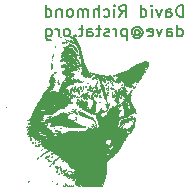
<source format=gbo>
G04 #@! TF.GenerationSoftware,KiCad,Pcbnew,(5.1.5)-2*
G04 #@! TF.CreationDate,2019-12-05T22:10:54+11:00*
G04 #@! TF.ProjectId,BluePill-BitBlaster,426c7565-5069-46c6-9c2d-426974426c61,rev?*
G04 #@! TF.SameCoordinates,Original*
G04 #@! TF.FileFunction,Legend,Bot*
G04 #@! TF.FilePolarity,Positive*
%FSLAX46Y46*%
G04 Gerber Fmt 4.6, Leading zero omitted, Abs format (unit mm)*
G04 Created by KiCad (PCBNEW (5.1.5)-2) date 2019-12-05 22:10:54*
%MOMM*%
%LPD*%
G04 APERTURE LIST*
%ADD10C,0.150000*%
%ADD11C,0.010000*%
%ADD12O,1.802000X1.802000*%
%ADD13R,1.802000X1.802000*%
G04 APERTURE END LIST*
D10*
X126459523Y-61222380D02*
X126459523Y-60222380D01*
X126221428Y-60222380D01*
X126078571Y-60270000D01*
X125983333Y-60365238D01*
X125935714Y-60460476D01*
X125888095Y-60650952D01*
X125888095Y-60793809D01*
X125935714Y-60984285D01*
X125983333Y-61079523D01*
X126078571Y-61174761D01*
X126221428Y-61222380D01*
X126459523Y-61222380D01*
X125030952Y-61222380D02*
X125030952Y-60698571D01*
X125078571Y-60603333D01*
X125173809Y-60555714D01*
X125364285Y-60555714D01*
X125459523Y-60603333D01*
X125030952Y-61174761D02*
X125126190Y-61222380D01*
X125364285Y-61222380D01*
X125459523Y-61174761D01*
X125507142Y-61079523D01*
X125507142Y-60984285D01*
X125459523Y-60889047D01*
X125364285Y-60841428D01*
X125126190Y-60841428D01*
X125030952Y-60793809D01*
X124650000Y-60555714D02*
X124411904Y-61222380D01*
X124173809Y-60555714D01*
X123792857Y-61222380D02*
X123792857Y-60555714D01*
X123792857Y-60222380D02*
X123840476Y-60270000D01*
X123792857Y-60317619D01*
X123745238Y-60270000D01*
X123792857Y-60222380D01*
X123792857Y-60317619D01*
X122888095Y-61222380D02*
X122888095Y-60222380D01*
X122888095Y-61174761D02*
X122983333Y-61222380D01*
X123173809Y-61222380D01*
X123269047Y-61174761D01*
X123316666Y-61127142D01*
X123364285Y-61031904D01*
X123364285Y-60746190D01*
X123316666Y-60650952D01*
X123269047Y-60603333D01*
X123173809Y-60555714D01*
X122983333Y-60555714D01*
X122888095Y-60603333D01*
X121078571Y-61222380D02*
X121411904Y-60746190D01*
X121650000Y-61222380D02*
X121650000Y-60222380D01*
X121269047Y-60222380D01*
X121173809Y-60270000D01*
X121126190Y-60317619D01*
X121078571Y-60412857D01*
X121078571Y-60555714D01*
X121126190Y-60650952D01*
X121173809Y-60698571D01*
X121269047Y-60746190D01*
X121650000Y-60746190D01*
X120650000Y-61222380D02*
X120650000Y-60555714D01*
X120650000Y-60222380D02*
X120697619Y-60270000D01*
X120650000Y-60317619D01*
X120602380Y-60270000D01*
X120650000Y-60222380D01*
X120650000Y-60317619D01*
X119745238Y-61174761D02*
X119840476Y-61222380D01*
X120030952Y-61222380D01*
X120126190Y-61174761D01*
X120173809Y-61127142D01*
X120221428Y-61031904D01*
X120221428Y-60746190D01*
X120173809Y-60650952D01*
X120126190Y-60603333D01*
X120030952Y-60555714D01*
X119840476Y-60555714D01*
X119745238Y-60603333D01*
X119316666Y-61222380D02*
X119316666Y-60222380D01*
X118888095Y-61222380D02*
X118888095Y-60698571D01*
X118935714Y-60603333D01*
X119030952Y-60555714D01*
X119173809Y-60555714D01*
X119269047Y-60603333D01*
X119316666Y-60650952D01*
X118411904Y-61222380D02*
X118411904Y-60555714D01*
X118411904Y-60650952D02*
X118364285Y-60603333D01*
X118269047Y-60555714D01*
X118126190Y-60555714D01*
X118030952Y-60603333D01*
X117983333Y-60698571D01*
X117983333Y-61222380D01*
X117983333Y-60698571D02*
X117935714Y-60603333D01*
X117840476Y-60555714D01*
X117697619Y-60555714D01*
X117602380Y-60603333D01*
X117554761Y-60698571D01*
X117554761Y-61222380D01*
X116935714Y-61222380D02*
X117030952Y-61174761D01*
X117078571Y-61127142D01*
X117126190Y-61031904D01*
X117126190Y-60746190D01*
X117078571Y-60650952D01*
X117030952Y-60603333D01*
X116935714Y-60555714D01*
X116792857Y-60555714D01*
X116697619Y-60603333D01*
X116650000Y-60650952D01*
X116602380Y-60746190D01*
X116602380Y-61031904D01*
X116650000Y-61127142D01*
X116697619Y-61174761D01*
X116792857Y-61222380D01*
X116935714Y-61222380D01*
X116173809Y-60555714D02*
X116173809Y-61222380D01*
X116173809Y-60650952D02*
X116126190Y-60603333D01*
X116030952Y-60555714D01*
X115888095Y-60555714D01*
X115792857Y-60603333D01*
X115745238Y-60698571D01*
X115745238Y-61222380D01*
X114840476Y-61222380D02*
X114840476Y-60222380D01*
X114840476Y-61174761D02*
X114935714Y-61222380D01*
X115126190Y-61222380D01*
X115221428Y-61174761D01*
X115269047Y-61127142D01*
X115316666Y-61031904D01*
X115316666Y-60746190D01*
X115269047Y-60650952D01*
X115221428Y-60603333D01*
X115126190Y-60555714D01*
X114935714Y-60555714D01*
X114840476Y-60603333D01*
X125983333Y-62872380D02*
X125983333Y-61872380D01*
X125983333Y-62824761D02*
X126078571Y-62872380D01*
X126269047Y-62872380D01*
X126364285Y-62824761D01*
X126411904Y-62777142D01*
X126459523Y-62681904D01*
X126459523Y-62396190D01*
X126411904Y-62300952D01*
X126364285Y-62253333D01*
X126269047Y-62205714D01*
X126078571Y-62205714D01*
X125983333Y-62253333D01*
X125078571Y-62872380D02*
X125078571Y-62348571D01*
X125126190Y-62253333D01*
X125221428Y-62205714D01*
X125411904Y-62205714D01*
X125507142Y-62253333D01*
X125078571Y-62824761D02*
X125173809Y-62872380D01*
X125411904Y-62872380D01*
X125507142Y-62824761D01*
X125554761Y-62729523D01*
X125554761Y-62634285D01*
X125507142Y-62539047D01*
X125411904Y-62491428D01*
X125173809Y-62491428D01*
X125078571Y-62443809D01*
X124697619Y-62205714D02*
X124459523Y-62872380D01*
X124221428Y-62205714D01*
X123459523Y-62824761D02*
X123554761Y-62872380D01*
X123745238Y-62872380D01*
X123840476Y-62824761D01*
X123888095Y-62729523D01*
X123888095Y-62348571D01*
X123840476Y-62253333D01*
X123745238Y-62205714D01*
X123554761Y-62205714D01*
X123459523Y-62253333D01*
X123411904Y-62348571D01*
X123411904Y-62443809D01*
X123888095Y-62539047D01*
X122364285Y-62396190D02*
X122411904Y-62348571D01*
X122507142Y-62300952D01*
X122602380Y-62300952D01*
X122697619Y-62348571D01*
X122745238Y-62396190D01*
X122792857Y-62491428D01*
X122792857Y-62586666D01*
X122745238Y-62681904D01*
X122697619Y-62729523D01*
X122602380Y-62777142D01*
X122507142Y-62777142D01*
X122411904Y-62729523D01*
X122364285Y-62681904D01*
X122364285Y-62300952D02*
X122364285Y-62681904D01*
X122316666Y-62729523D01*
X122269047Y-62729523D01*
X122173809Y-62681904D01*
X122126190Y-62586666D01*
X122126190Y-62348571D01*
X122221428Y-62205714D01*
X122364285Y-62110476D01*
X122554761Y-62062857D01*
X122745238Y-62110476D01*
X122888095Y-62205714D01*
X122983333Y-62348571D01*
X123030952Y-62539047D01*
X122983333Y-62729523D01*
X122888095Y-62872380D01*
X122745238Y-62967619D01*
X122554761Y-63015238D01*
X122364285Y-62967619D01*
X122221428Y-62872380D01*
X121697619Y-62205714D02*
X121697619Y-63205714D01*
X121697619Y-62253333D02*
X121602380Y-62205714D01*
X121411904Y-62205714D01*
X121316666Y-62253333D01*
X121269047Y-62300952D01*
X121221428Y-62396190D01*
X121221428Y-62681904D01*
X121269047Y-62777142D01*
X121316666Y-62824761D01*
X121411904Y-62872380D01*
X121602380Y-62872380D01*
X121697619Y-62824761D01*
X120792857Y-62872380D02*
X120792857Y-62205714D01*
X120792857Y-62396190D02*
X120745238Y-62300952D01*
X120697619Y-62253333D01*
X120602380Y-62205714D01*
X120507142Y-62205714D01*
X120221428Y-62824761D02*
X120126190Y-62872380D01*
X119935714Y-62872380D01*
X119840476Y-62824761D01*
X119792857Y-62729523D01*
X119792857Y-62681904D01*
X119840476Y-62586666D01*
X119935714Y-62539047D01*
X120078571Y-62539047D01*
X120173809Y-62491428D01*
X120221428Y-62396190D01*
X120221428Y-62348571D01*
X120173809Y-62253333D01*
X120078571Y-62205714D01*
X119935714Y-62205714D01*
X119840476Y-62253333D01*
X119507142Y-62205714D02*
X119126190Y-62205714D01*
X119364285Y-61872380D02*
X119364285Y-62729523D01*
X119316666Y-62824761D01*
X119221428Y-62872380D01*
X119126190Y-62872380D01*
X118364285Y-62872380D02*
X118364285Y-62348571D01*
X118411904Y-62253333D01*
X118507142Y-62205714D01*
X118697619Y-62205714D01*
X118792857Y-62253333D01*
X118364285Y-62824761D02*
X118459523Y-62872380D01*
X118697619Y-62872380D01*
X118792857Y-62824761D01*
X118840476Y-62729523D01*
X118840476Y-62634285D01*
X118792857Y-62539047D01*
X118697619Y-62491428D01*
X118459523Y-62491428D01*
X118364285Y-62443809D01*
X118030952Y-62205714D02*
X117650000Y-62205714D01*
X117888095Y-61872380D02*
X117888095Y-62729523D01*
X117840476Y-62824761D01*
X117745238Y-62872380D01*
X117650000Y-62872380D01*
X117316666Y-62777142D02*
X117269047Y-62824761D01*
X117316666Y-62872380D01*
X117364285Y-62824761D01*
X117316666Y-62777142D01*
X117316666Y-62872380D01*
X116697619Y-62872380D02*
X116792857Y-62824761D01*
X116840476Y-62777142D01*
X116888095Y-62681904D01*
X116888095Y-62396190D01*
X116840476Y-62300952D01*
X116792857Y-62253333D01*
X116697619Y-62205714D01*
X116554761Y-62205714D01*
X116459523Y-62253333D01*
X116411904Y-62300952D01*
X116364285Y-62396190D01*
X116364285Y-62681904D01*
X116411904Y-62777142D01*
X116459523Y-62824761D01*
X116554761Y-62872380D01*
X116697619Y-62872380D01*
X115935714Y-62872380D02*
X115935714Y-62205714D01*
X115935714Y-62396190D02*
X115888095Y-62300952D01*
X115840476Y-62253333D01*
X115745238Y-62205714D01*
X115650000Y-62205714D01*
X114888095Y-62205714D02*
X114888095Y-63015238D01*
X114935714Y-63110476D01*
X114983333Y-63158095D01*
X115078571Y-63205714D01*
X115221428Y-63205714D01*
X115316666Y-63158095D01*
X114888095Y-62824761D02*
X114983333Y-62872380D01*
X115173809Y-62872380D01*
X115269047Y-62824761D01*
X115316666Y-62777142D01*
X115364285Y-62681904D01*
X115364285Y-62396190D01*
X115316666Y-62300952D01*
X115269047Y-62253333D01*
X115173809Y-62205714D01*
X114983333Y-62205714D01*
X114888095Y-62253333D01*
D11*
G36*
X115576657Y-65900933D02*
G01*
X115507478Y-65954252D01*
X115419848Y-66028274D01*
X115353694Y-66062638D01*
X115294787Y-66117889D01*
X115242061Y-66224664D01*
X115206733Y-66349972D01*
X115200016Y-66460821D01*
X115207477Y-66492757D01*
X115217333Y-66573536D01*
X115183141Y-66603263D01*
X115125370Y-66565606D01*
X115121808Y-66561116D01*
X115091647Y-66530094D01*
X115091634Y-66559697D01*
X115122221Y-66658483D01*
X115127834Y-66675000D01*
X115174998Y-66831921D01*
X115202517Y-66962428D01*
X115208031Y-67049560D01*
X115189178Y-67076358D01*
X115183330Y-67073662D01*
X115148773Y-67082194D01*
X115146666Y-67095834D01*
X115111234Y-67132250D01*
X115062000Y-67140666D01*
X114993237Y-67160033D01*
X114977333Y-67186963D01*
X115012675Y-67233775D01*
X115062000Y-67255400D01*
X115130628Y-67288908D01*
X115146666Y-67314937D01*
X115119585Y-67350057D01*
X115066131Y-67336800D01*
X115040762Y-67309885D01*
X114988485Y-67289239D01*
X114913283Y-67327310D01*
X114836619Y-67410714D01*
X114810527Y-67453444D01*
X114759428Y-67523823D01*
X114719166Y-67540257D01*
X114699100Y-67556978D01*
X114702166Y-67606333D01*
X114700587Y-67665134D01*
X114680028Y-67669232D01*
X114644290Y-67687058D01*
X114613183Y-67763351D01*
X114568470Y-67877404D01*
X114495781Y-68001234D01*
X114484941Y-68016258D01*
X114420650Y-68113155D01*
X114386399Y-68185231D01*
X114384666Y-68195853D01*
X114359009Y-68255863D01*
X114296526Y-68341823D01*
X114289416Y-68350116D01*
X114211827Y-68453448D01*
X114123817Y-68590543D01*
X114085315Y-68657355D01*
X114007733Y-68798540D01*
X113911096Y-68974670D01*
X113821210Y-69138701D01*
X113749502Y-69282337D01*
X113702072Y-69402466D01*
X113687670Y-69476320D01*
X113689078Y-69482488D01*
X113676144Y-69545704D01*
X113641874Y-69569727D01*
X113593271Y-69619900D01*
X113594435Y-69656353D01*
X113582323Y-69720317D01*
X113553810Y-69740364D01*
X113512107Y-69782414D01*
X113516648Y-69807367D01*
X113505382Y-69842598D01*
X113466415Y-69850648D01*
X113415781Y-69857696D01*
X113444956Y-69886845D01*
X113453333Y-69892333D01*
X113480397Y-69921639D01*
X113435227Y-69935622D01*
X113389833Y-69938521D01*
X113262833Y-69943673D01*
X113379250Y-69989675D01*
X113469381Y-70048059D01*
X113491367Y-70113094D01*
X113441937Y-70165544D01*
X113411000Y-70176400D01*
X113342169Y-70221183D01*
X113326333Y-70262395D01*
X113347968Y-70304857D01*
X113424878Y-70306041D01*
X113451692Y-70301178D01*
X113548343Y-70296084D01*
X113603503Y-70318907D01*
X113602573Y-70383108D01*
X113554210Y-70445451D01*
X113488192Y-70469337D01*
X113481988Y-70468255D01*
X113455234Y-70467955D01*
X113463916Y-70474299D01*
X113495314Y-70527020D01*
X113495666Y-70533359D01*
X113468744Y-70553595D01*
X113446792Y-70544457D01*
X113417811Y-70539472D01*
X113428013Y-70562945D01*
X113417486Y-70614751D01*
X113349887Y-70660948D01*
X113271044Y-70709222D01*
X113241666Y-70749247D01*
X113272819Y-70754250D01*
X113350781Y-70719710D01*
X113384247Y-70700119D01*
X113497902Y-70634376D01*
X113553581Y-70617117D01*
X113561928Y-70647234D01*
X113550488Y-70682849D01*
X113544476Y-70732520D01*
X113596868Y-70725454D01*
X113600138Y-70724213D01*
X113651781Y-70710425D01*
X113636195Y-70743451D01*
X113621872Y-70761124D01*
X113553752Y-70806708D01*
X113513146Y-70806942D01*
X113446408Y-70819002D01*
X113403512Y-70855475D01*
X113371159Y-70902143D01*
X113397075Y-70894750D01*
X113401449Y-70892156D01*
X113478952Y-70877406D01*
X113582486Y-70887639D01*
X113709573Y-70915552D01*
X113601774Y-71000347D01*
X113501279Y-71103027D01*
X113431636Y-71205691D01*
X113369298Y-71326241D01*
X113511767Y-71303121D01*
X113619219Y-71299354D01*
X113681086Y-71323656D01*
X113682426Y-71325614D01*
X113740492Y-71351266D01*
X113843253Y-71348950D01*
X113846558Y-71348409D01*
X113934066Y-71336548D01*
X113949054Y-71348431D01*
X113905495Y-71388349D01*
X113853781Y-71437657D01*
X113873501Y-71464019D01*
X113918307Y-71479613D01*
X113979717Y-71510751D01*
X113967375Y-71558711D01*
X113952979Y-71577912D01*
X113923925Y-71619816D01*
X113946175Y-71615186D01*
X114012760Y-71574352D01*
X114114131Y-71515620D01*
X114159462Y-71509950D01*
X114159581Y-71558469D01*
X114150860Y-71588732D01*
X114137545Y-71645965D01*
X114163049Y-71652735D01*
X114243257Y-71615308D01*
X114366792Y-71578199D01*
X114448166Y-71585680D01*
X114494189Y-71609806D01*
X114480103Y-71636906D01*
X114397215Y-71680811D01*
X114384666Y-71686725D01*
X114309745Y-71724867D01*
X114296275Y-71738711D01*
X114310583Y-71735783D01*
X114372097Y-71737019D01*
X114384666Y-71756328D01*
X114420594Y-71788858D01*
X114479916Y-71798679D01*
X114532962Y-71804479D01*
X114535217Y-71825839D01*
X114479350Y-71871923D01*
X114358030Y-71951896D01*
X114356583Y-71952819D01*
X114307220Y-71987760D01*
X114332187Y-71989162D01*
X114374083Y-71979632D01*
X114447112Y-71977702D01*
X114469333Y-72000099D01*
X114503639Y-72025215D01*
X114564583Y-72020912D01*
X114630389Y-72007821D01*
X114624560Y-72025325D01*
X114575166Y-72065863D01*
X114517275Y-72115710D01*
X114528084Y-72132352D01*
X114583251Y-72134653D01*
X114679355Y-72159804D01*
X114710365Y-72220679D01*
X114681060Y-72284093D01*
X114659243Y-72321288D01*
X114694985Y-72323710D01*
X114762082Y-72306361D01*
X114860631Y-72289695D01*
X114892666Y-72311141D01*
X114926297Y-72333493D01*
X114987585Y-72323246D01*
X115052973Y-72307222D01*
X115048154Y-72333734D01*
X115019335Y-72370653D01*
X114979168Y-72425800D01*
X114998324Y-72431495D01*
X115030250Y-72420421D01*
X115096787Y-72404381D01*
X115098527Y-72427142D01*
X115041717Y-72481452D01*
X114932608Y-72560058D01*
X114881545Y-72593023D01*
X114723302Y-72702229D01*
X114551191Y-72835309D01*
X114448166Y-72922992D01*
X114360116Y-73003204D01*
X114326008Y-73037821D01*
X114349229Y-73025229D01*
X114433170Y-72963817D01*
X114554000Y-72872626D01*
X114718503Y-72754125D01*
X114882290Y-72646608D01*
X115017773Y-72567864D01*
X115054792Y-72549766D01*
X115167074Y-72502202D01*
X115229807Y-72489981D01*
X115270144Y-72512598D01*
X115296863Y-72545275D01*
X115341975Y-72589202D01*
X115357635Y-72580500D01*
X115375118Y-72574738D01*
X115409106Y-72614411D01*
X115437341Y-72669681D01*
X115442352Y-72694063D01*
X115408070Y-72728100D01*
X115355143Y-72750845D01*
X115295807Y-72781769D01*
X115291707Y-72803151D01*
X115342309Y-72803317D01*
X115420454Y-72771738D01*
X115510869Y-72737971D01*
X115577048Y-72759771D01*
X115587869Y-72768263D01*
X115658120Y-72800845D01*
X115690710Y-72796054D01*
X115737099Y-72806285D01*
X115754735Y-72834743D01*
X115808835Y-72890865D01*
X115839309Y-72898000D01*
X115911337Y-72923986D01*
X115923605Y-72989911D01*
X115878043Y-73077725D01*
X115813205Y-73142202D01*
X115689654Y-73248375D01*
X115552480Y-73375639D01*
X115415870Y-73509563D01*
X115294015Y-73635713D01*
X115201104Y-73739656D01*
X115151325Y-73806960D01*
X115146666Y-73820179D01*
X115171113Y-73820275D01*
X115233395Y-73771688D01*
X115316925Y-73690596D01*
X115405114Y-73593175D01*
X115481375Y-73495600D01*
X115485333Y-73489915D01*
X115552793Y-73416947D01*
X115664358Y-73319730D01*
X115775032Y-73234729D01*
X115902881Y-73147283D01*
X115986097Y-73106439D01*
X116045150Y-73104675D01*
X116081949Y-73121957D01*
X116146205Y-73179191D01*
X116162666Y-73215499D01*
X116196238Y-73271547D01*
X116270844Y-73323637D01*
X116347318Y-73348154D01*
X116373823Y-73342815D01*
X116423586Y-73356922D01*
X116507528Y-73420926D01*
X116608634Y-73517288D01*
X116709888Y-73628469D01*
X116794276Y-73736931D01*
X116844783Y-73825134D01*
X116846640Y-73830183D01*
X116925806Y-73941119D01*
X117050536Y-73999281D01*
X117123920Y-74001823D01*
X117175897Y-74031608D01*
X117235057Y-74112366D01*
X117241424Y-74124231D01*
X117279461Y-74216492D01*
X117266162Y-74251659D01*
X117257041Y-74252666D01*
X117248139Y-74278487D01*
X117290979Y-74342222D01*
X117305666Y-74358500D01*
X117405092Y-74464333D01*
X117302462Y-74464981D01*
X117182144Y-74484006D01*
X117115024Y-74531876D01*
X117116569Y-74597183D01*
X117112239Y-74610403D01*
X117060464Y-74572661D01*
X117037326Y-74552204D01*
X116965089Y-74498591D01*
X116926627Y-74493855D01*
X116924666Y-74501785D01*
X116900205Y-74534130D01*
X116882818Y-74528133D01*
X116859546Y-74535360D01*
X116869224Y-74575897D01*
X116869281Y-74608141D01*
X116820144Y-74586980D01*
X116742151Y-74531053D01*
X116654833Y-74450968D01*
X116612876Y-74384641D01*
X116613805Y-74364373D01*
X116607924Y-74356836D01*
X116558276Y-74401269D01*
X116547369Y-74412355D01*
X116471595Y-74472030D01*
X116415931Y-74484905D01*
X116414143Y-74483940D01*
X116376600Y-74471507D01*
X116395152Y-74510921D01*
X116448416Y-74574272D01*
X116545403Y-74652400D01*
X116669187Y-74687300D01*
X116736978Y-74692867D01*
X116823049Y-74725548D01*
X116919226Y-74799996D01*
X116931695Y-74812894D01*
X117007936Y-74880216D01*
X117062245Y-74901758D01*
X117069361Y-74898193D01*
X117113278Y-74905930D01*
X117179158Y-74965726D01*
X117185166Y-74972965D01*
X117242365Y-75039988D01*
X117259913Y-75042829D01*
X117250774Y-74986895D01*
X117255354Y-74912584D01*
X117324767Y-74877782D01*
X117332847Y-74876155D01*
X117429268Y-74875059D01*
X117454251Y-74916402D01*
X117404247Y-74992036D01*
X117389521Y-75006337D01*
X117315091Y-75109391D01*
X117281797Y-75200046D01*
X117283118Y-75291281D01*
X117344734Y-75343335D01*
X117367847Y-75352831D01*
X117468906Y-75375664D01*
X117532669Y-75370879D01*
X117593301Y-75385128D01*
X117619981Y-75423797D01*
X117650371Y-75472003D01*
X117683560Y-75443026D01*
X117729273Y-75408736D01*
X117806375Y-75434101D01*
X117808283Y-75435118D01*
X117877831Y-75485599D01*
X117898333Y-75519482D01*
X117938571Y-75530706D01*
X118050900Y-75541171D01*
X118222747Y-75550248D01*
X118441537Y-75557312D01*
X118694696Y-75561736D01*
X118758336Y-75562329D01*
X119618339Y-75569006D01*
X119687016Y-75315618D01*
X117922354Y-75315618D01*
X117912867Y-75327921D01*
X117851855Y-75296932D01*
X117840791Y-75289833D01*
X117517333Y-75289833D01*
X117496166Y-75311000D01*
X117475000Y-75289833D01*
X117496166Y-75268666D01*
X117517333Y-75289833D01*
X117840791Y-75289833D01*
X117840045Y-75289355D01*
X117762843Y-75233738D01*
X117729060Y-75199436D01*
X117729000Y-75198808D01*
X117756960Y-75198006D01*
X117819929Y-75230813D01*
X117886536Y-75278276D01*
X117922354Y-75315618D01*
X119687016Y-75315618D01*
X119725223Y-75174655D01*
X117601810Y-75174655D01*
X117570253Y-75182633D01*
X117559666Y-75182703D01*
X117469057Y-75160550D01*
X117432666Y-75141666D01*
X117390523Y-75108677D01*
X117422080Y-75100699D01*
X117432666Y-75100629D01*
X117523276Y-75122782D01*
X117559666Y-75141666D01*
X117601810Y-75174655D01*
X119725223Y-75174655D01*
X119736490Y-75133086D01*
X119788729Y-74943607D01*
X119836112Y-74777571D01*
X119837053Y-74774432D01*
X117374547Y-74774432D01*
X117359911Y-74779369D01*
X117298096Y-74751505D01*
X117226252Y-74694458D01*
X117073681Y-74694458D01*
X117068411Y-74718333D01*
X117018229Y-74686391D01*
X116976824Y-74633666D01*
X116965352Y-74612500D01*
X116755333Y-74612500D01*
X116734166Y-74633666D01*
X116714719Y-74614219D01*
X116663222Y-74614219D01*
X116646961Y-74617737D01*
X116570615Y-74585360D01*
X116502475Y-74544322D01*
X116496259Y-74515864D01*
X116500689Y-74513936D01*
X116567223Y-74527578D01*
X116621908Y-74568262D01*
X116663222Y-74614219D01*
X116714719Y-74614219D01*
X116713000Y-74612500D01*
X116734166Y-74591333D01*
X116755333Y-74612500D01*
X116965352Y-74612500D01*
X116941764Y-74568981D01*
X116938913Y-74549000D01*
X116974937Y-74576615D01*
X117030500Y-74633666D01*
X117073681Y-74694458D01*
X117226252Y-74694458D01*
X117218939Y-74688652D01*
X117189733Y-74626052D01*
X117215790Y-74561233D01*
X117265964Y-74549000D01*
X117333313Y-74567235D01*
X117348000Y-74591333D01*
X117314982Y-74631362D01*
X117299105Y-74633666D01*
X117286077Y-74658836D01*
X117325433Y-74716785D01*
X117374547Y-74774432D01*
X119837053Y-74774432D01*
X119848472Y-74736341D01*
X117722888Y-74736341D01*
X117712906Y-74758431D01*
X117689165Y-74760666D01*
X117631760Y-74729920D01*
X117623466Y-74718818D01*
X117630280Y-74694762D01*
X117663301Y-74702180D01*
X117722888Y-74736341D01*
X119848472Y-74736341D01*
X119872397Y-74656542D01*
X119887959Y-74609862D01*
X119891341Y-74588834D01*
X117602000Y-74588834D01*
X117571270Y-74631943D01*
X117559666Y-74633666D01*
X117518434Y-74619223D01*
X117517333Y-74614998D01*
X117546998Y-74578855D01*
X117559666Y-74570166D01*
X117598676Y-74573523D01*
X117602000Y-74588834D01*
X119891341Y-74588834D01*
X119897749Y-74549000D01*
X117453833Y-74549000D01*
X117450477Y-74588009D01*
X117435165Y-74591333D01*
X117392056Y-74560603D01*
X117390333Y-74549000D01*
X117404777Y-74507767D01*
X117409001Y-74506666D01*
X117445144Y-74536331D01*
X117453833Y-74549000D01*
X119897749Y-74549000D01*
X119900504Y-74531878D01*
X119907503Y-74392006D01*
X119908220Y-74212889D01*
X119904987Y-74086637D01*
X119899851Y-73874005D01*
X119904553Y-73726035D01*
X119921062Y-73623089D01*
X119951348Y-73545530D01*
X119960976Y-73528358D01*
X120017563Y-73445340D01*
X120058965Y-73406409D01*
X120061523Y-73406000D01*
X120093700Y-73370945D01*
X120111573Y-73322710D01*
X120162229Y-73250470D01*
X120258742Y-73180294D01*
X120278571Y-73170170D01*
X120398034Y-73085866D01*
X120491455Y-72974920D01*
X120496007Y-72966821D01*
X120500994Y-72960436D01*
X120220803Y-72960436D01*
X120181016Y-72959915D01*
X120145376Y-72942140D01*
X120077275Y-72916292D01*
X120057383Y-72944587D01*
X120057333Y-72947915D01*
X120035842Y-72967910D01*
X120006692Y-72945270D01*
X119930333Y-72945270D01*
X119894834Y-72975667D01*
X119845666Y-72982666D01*
X119777013Y-72957867D01*
X119761776Y-72924811D01*
X119718666Y-72924811D01*
X119694627Y-72992111D01*
X119690444Y-72996777D01*
X119645107Y-73006820D01*
X119640350Y-73003127D01*
X119645580Y-72964189D01*
X119585063Y-72964189D01*
X119583440Y-72973022D01*
X119534371Y-73033868D01*
X119473343Y-73051034D01*
X119386805Y-73064987D01*
X119351927Y-73081294D01*
X119301347Y-73083181D01*
X119227423Y-73053621D01*
X119174077Y-73012584D01*
X119170674Y-73003833D01*
X119126000Y-73003833D01*
X119104833Y-73025000D01*
X119083666Y-73003833D01*
X119104833Y-72982666D01*
X119126000Y-73003833D01*
X119170674Y-73003833D01*
X119168333Y-72997814D01*
X119200176Y-72989330D01*
X119234199Y-72998883D01*
X119314473Y-73000074D01*
X119427339Y-72970462D01*
X119448789Y-72962018D01*
X119544558Y-72925248D01*
X119583332Y-72925429D01*
X119585063Y-72964189D01*
X119645580Y-72964189D01*
X119646192Y-72959635D01*
X119668572Y-72931161D01*
X119711193Y-72907295D01*
X119718666Y-72924811D01*
X119761776Y-72924811D01*
X119761000Y-72923129D01*
X119792116Y-72881531D01*
X119845666Y-72885733D01*
X119914294Y-72919241D01*
X119930333Y-72945270D01*
X120006692Y-72945270D01*
X119984762Y-72928238D01*
X119935869Y-72868313D01*
X119950056Y-72820215D01*
X119985556Y-72782300D01*
X120073024Y-72739584D01*
X120155861Y-72768805D01*
X120211599Y-72859137D01*
X120219459Y-72895036D01*
X120220803Y-72960436D01*
X120500994Y-72960436D01*
X120580893Y-72858143D01*
X120686444Y-72780438D01*
X120690163Y-72778746D01*
X120768461Y-72723264D01*
X120870082Y-72624567D01*
X120977389Y-72503591D01*
X121072746Y-72381277D01*
X121138516Y-72278562D01*
X121158000Y-72223321D01*
X121173161Y-72164831D01*
X121175362Y-72158613D01*
X120565333Y-72158613D01*
X120535254Y-72211952D01*
X120461353Y-72292757D01*
X120368140Y-72378497D01*
X120280120Y-72446644D01*
X120221801Y-72474665D01*
X120221550Y-72474666D01*
X120184275Y-72441080D01*
X120167696Y-72407704D01*
X120143701Y-72308125D01*
X120173842Y-72265931D01*
X120198121Y-72263000D01*
X120263793Y-72234362D01*
X120346283Y-72164962D01*
X120350794Y-72160224D01*
X120440202Y-72094604D01*
X120518003Y-72084809D01*
X120562009Y-72131005D01*
X120565333Y-72158613D01*
X121175362Y-72158613D01*
X121212985Y-72052341D01*
X121268989Y-71909755D01*
X121271347Y-71904004D01*
X121337472Y-71754660D01*
X121377977Y-71689913D01*
X120347682Y-71689913D01*
X120333261Y-71779578D01*
X120313126Y-71854429D01*
X120257981Y-71991362D01*
X120184679Y-72049437D01*
X120082312Y-72032115D01*
X119968618Y-71963784D01*
X119886386Y-71890917D01*
X119846402Y-71827386D01*
X119845666Y-71820800D01*
X119815923Y-71749221D01*
X119782166Y-71712666D01*
X119747091Y-71670333D01*
X115167833Y-71670333D01*
X115119075Y-71709318D01*
X115043836Y-71685181D01*
X115019666Y-71670333D01*
X114991522Y-71641151D01*
X115036368Y-71629648D01*
X115075082Y-71628648D01*
X115153608Y-71640533D01*
X115167833Y-71670333D01*
X119747091Y-71670333D01*
X119728767Y-71648218D01*
X119718666Y-71616255D01*
X119744219Y-71607488D01*
X119799051Y-71645291D01*
X119862365Y-71693492D01*
X119904114Y-71679601D01*
X119936635Y-71637866D01*
X119973999Y-71606833D01*
X115273666Y-71606833D01*
X115252500Y-71628000D01*
X115231333Y-71606833D01*
X115252500Y-71585666D01*
X115273666Y-71606833D01*
X119973999Y-71606833D01*
X120032780Y-71558013D01*
X114994044Y-71558013D01*
X114980905Y-71571657D01*
X114913833Y-71605343D01*
X114805353Y-71654838D01*
X114764233Y-71665171D01*
X114783575Y-71637857D01*
X114788950Y-71632758D01*
X114858899Y-71594350D01*
X114935000Y-71569677D01*
X114994044Y-71558013D01*
X120032780Y-71558013D01*
X120042538Y-71549909D01*
X120168345Y-71533693D01*
X120276449Y-71583186D01*
X120330095Y-71634439D01*
X120347682Y-71689913D01*
X121377977Y-71689913D01*
X121390521Y-71669863D01*
X121442911Y-71633423D01*
X121483013Y-71628000D01*
X121558933Y-71614640D01*
X121581333Y-71591537D01*
X121545377Y-71570069D01*
X121464916Y-71570692D01*
X121399804Y-71576976D01*
X121405398Y-71565393D01*
X121485766Y-71530177D01*
X121496666Y-71525709D01*
X121504140Y-71522166D01*
X115739333Y-71522166D01*
X115718166Y-71543333D01*
X115697000Y-71522166D01*
X115718166Y-71501000D01*
X115739333Y-71522166D01*
X121504140Y-71522166D01*
X121581695Y-71485404D01*
X121589030Y-71464219D01*
X121560166Y-71459203D01*
X121509427Y-71451083D01*
X121531916Y-71431835D01*
X121580314Y-71411476D01*
X121648352Y-71375946D01*
X121645014Y-71357601D01*
X116571448Y-71357601D01*
X116564833Y-71374000D01*
X116526792Y-71414385D01*
X116520001Y-71416333D01*
X116501819Y-71383580D01*
X116501333Y-71374000D01*
X116533672Y-71333549D01*
X116437833Y-71333549D01*
X116332000Y-71416333D01*
X116257346Y-71473712D01*
X116220697Y-71499915D01*
X116220287Y-71500058D01*
X116218138Y-71466168D01*
X116220287Y-71431472D01*
X116210676Y-71404207D01*
X114988443Y-71404207D01*
X114975485Y-71439432D01*
X114968935Y-71447618D01*
X114875639Y-71520854D01*
X114755832Y-71573655D01*
X114707566Y-71582983D01*
X114699271Y-71559427D01*
X114723333Y-71522166D01*
X114753280Y-71471971D01*
X114716048Y-71458707D01*
X114710878Y-71458666D01*
X114642018Y-71488102D01*
X114626823Y-71511583D01*
X114591126Y-71541831D01*
X114574930Y-71533773D01*
X114558754Y-71480266D01*
X114608946Y-71429907D01*
X114707532Y-71393305D01*
X114833720Y-71381005D01*
X114946062Y-71387132D01*
X114988443Y-71404207D01*
X116210676Y-71404207D01*
X116195120Y-71360084D01*
X116167357Y-71341314D01*
X116128033Y-71342054D01*
X116131626Y-71357924D01*
X116107622Y-71376345D01*
X116021077Y-71383149D01*
X115944237Y-71380309D01*
X115829527Y-71367570D01*
X115764336Y-71351078D01*
X115758330Y-71340891D01*
X115813682Y-71318647D01*
X115914563Y-71299541D01*
X116031774Y-71286448D01*
X116136120Y-71282242D01*
X116198402Y-71289796D01*
X116205000Y-71296922D01*
X116241580Y-71322447D01*
X116321416Y-71332607D01*
X116437833Y-71333549D01*
X116533672Y-71333549D01*
X116533877Y-71333293D01*
X116546165Y-71331666D01*
X116571448Y-71357601D01*
X121645014Y-71357601D01*
X121642634Y-71344522D01*
X121622647Y-71330141D01*
X121588218Y-71299086D01*
X121631250Y-71288238D01*
X121644833Y-71287639D01*
X121692810Y-71268166D01*
X116797666Y-71268166D01*
X116776500Y-71289333D01*
X116755333Y-71268166D01*
X116776500Y-71247000D01*
X116797666Y-71268166D01*
X121692810Y-71268166D01*
X121727654Y-71254024D01*
X121814552Y-71176358D01*
X121820521Y-71168985D01*
X121911542Y-71053321D01*
X121757021Y-71068225D01*
X121661828Y-71070999D01*
X121648063Y-71052946D01*
X121658995Y-71043937D01*
X121675442Y-71021245D01*
X118471103Y-71021245D01*
X118453271Y-71033849D01*
X118387557Y-71007940D01*
X118365226Y-70994653D01*
X118321923Y-70951980D01*
X118322959Y-70935263D01*
X118367740Y-70941480D01*
X118425074Y-70975294D01*
X118471103Y-71021245D01*
X121675442Y-71021245D01*
X121683729Y-71009813D01*
X121632574Y-70983267D01*
X121617293Y-70979067D01*
X121549053Y-70956613D01*
X121554414Y-70927432D01*
X121603131Y-70886335D01*
X121658779Y-70838630D01*
X121642513Y-70831105D01*
X121581333Y-70844662D01*
X121515415Y-70856497D01*
X121524269Y-70839760D01*
X121542987Y-70827275D01*
X121579983Y-70820910D01*
X118776954Y-70820910D01*
X118771163Y-70823666D01*
X118732531Y-70793864D01*
X118723833Y-70781333D01*
X118713046Y-70741756D01*
X118718836Y-70739000D01*
X118757469Y-70768801D01*
X118766166Y-70781333D01*
X118776954Y-70820910D01*
X121579983Y-70820910D01*
X121617642Y-70814431D01*
X121725057Y-70831842D01*
X121838208Y-70869759D01*
X121930075Y-70918434D01*
X121973634Y-70968118D01*
X121973032Y-70982416D01*
X121983328Y-71030276D01*
X122001139Y-71035333D01*
X122049115Y-71004519D01*
X122052291Y-70993000D01*
X122067493Y-70922152D01*
X122068570Y-70918916D01*
X122089261Y-70856917D01*
X122110549Y-70791916D01*
X122144485Y-70718316D01*
X122168754Y-70696666D01*
X122221399Y-70657704D01*
X122270365Y-70554102D01*
X122307864Y-70405786D01*
X122321369Y-70306279D01*
X122328922Y-70193362D01*
X122326407Y-70134454D01*
X122318141Y-70136013D01*
X122268474Y-70167173D01*
X122244467Y-70159637D01*
X122222009Y-70156771D01*
X122248605Y-70196090D01*
X122279178Y-70260038D01*
X122238022Y-70315233D01*
X122184500Y-70376749D01*
X122174000Y-70406113D01*
X122145213Y-70455339D01*
X122072804Y-70534572D01*
X122036416Y-70569022D01*
X121896226Y-70665028D01*
X121746594Y-70695379D01*
X121742582Y-70695425D01*
X121633428Y-70706729D01*
X121565460Y-70732979D01*
X121560166Y-70739000D01*
X121499511Y-70776593D01*
X121464910Y-70781333D01*
X121423933Y-70773398D01*
X121448673Y-70739347D01*
X121477992Y-70714691D01*
X121534447Y-70666281D01*
X121524164Y-70657313D01*
X121475500Y-70667555D01*
X121360507Y-70699230D01*
X121306166Y-70717023D01*
X121252300Y-70732432D01*
X121271567Y-70711158D01*
X121285000Y-70701308D01*
X121307685Y-70675500D01*
X118914333Y-70675500D01*
X118893166Y-70696666D01*
X118872000Y-70675500D01*
X118893166Y-70654333D01*
X118914333Y-70675500D01*
X121307685Y-70675500D01*
X121318109Y-70663641D01*
X121298339Y-70654981D01*
X121224188Y-70640319D01*
X121202296Y-70633166D01*
X120988666Y-70633166D01*
X120967500Y-70654333D01*
X120946333Y-70633166D01*
X119295333Y-70633166D01*
X119274166Y-70654333D01*
X119253000Y-70633166D01*
X119274166Y-70612000D01*
X119295333Y-70633166D01*
X120946333Y-70633166D01*
X120967500Y-70612000D01*
X120988666Y-70633166D01*
X121202296Y-70633166D01*
X121132696Y-70610426D01*
X121056955Y-70570510D01*
X121055385Y-70530046D01*
X121066440Y-70517293D01*
X121114596Y-70449646D01*
X121101892Y-70423422D01*
X121040833Y-70455433D01*
X121028415Y-70466172D01*
X120960747Y-70516871D01*
X120920039Y-70507471D01*
X120902064Y-70483316D01*
X120864878Y-70399034D01*
X120891126Y-70345964D01*
X120906886Y-70335049D01*
X120935120Y-70277127D01*
X120930062Y-70249659D01*
X120938389Y-70176135D01*
X120989884Y-70071000D01*
X121067055Y-69958194D01*
X121071352Y-69953334D01*
X120946333Y-69953334D01*
X120924231Y-70011256D01*
X120904000Y-70019333D01*
X120862878Y-69988949D01*
X120861666Y-69979498D01*
X120892439Y-69922164D01*
X120904000Y-69913500D01*
X120940241Y-69923096D01*
X120946333Y-69953334D01*
X121071352Y-69953334D01*
X121152412Y-69861655D01*
X121228466Y-69805323D01*
X121258667Y-69799891D01*
X121352767Y-69785270D01*
X121405564Y-69754556D01*
X121499023Y-69708391D01*
X121601087Y-69687963D01*
X121710986Y-69656590D01*
X121838452Y-69587047D01*
X121883713Y-69553897D01*
X122002976Y-69465903D01*
X122034289Y-69446250D01*
X121470478Y-69446250D01*
X121445107Y-69514191D01*
X121353857Y-69587050D01*
X121263833Y-69636750D01*
X121144506Y-69689771D01*
X121057182Y-69714626D01*
X121027263Y-69710412D01*
X120985094Y-69709951D01*
X120947996Y-69742162D01*
X120899316Y-69795693D01*
X120883633Y-69807666D01*
X120888621Y-69770659D01*
X120911648Y-69674415D01*
X120941733Y-69561728D01*
X120993352Y-69403489D01*
X121006031Y-69373030D01*
X120121630Y-69373030D01*
X120114975Y-69405500D01*
X120084928Y-69461200D01*
X120073971Y-69469000D01*
X120059172Y-69434431D01*
X120057333Y-69405500D01*
X120079488Y-69349153D01*
X120098338Y-69342000D01*
X120121630Y-69373030D01*
X121006031Y-69373030D01*
X121053249Y-69259602D01*
X121090021Y-69191311D01*
X121170210Y-69066833D01*
X121052526Y-69172666D01*
X120934842Y-69278500D01*
X120980148Y-69191334D01*
X120226666Y-69191334D01*
X120204564Y-69249256D01*
X120184333Y-69257333D01*
X120143212Y-69226949D01*
X120142000Y-69217498D01*
X120172772Y-69160164D01*
X120184333Y-69151500D01*
X120220575Y-69161096D01*
X120226666Y-69191334D01*
X120980148Y-69191334D01*
X120989852Y-69172666D01*
X121023824Y-69101950D01*
X121013139Y-69095036D01*
X120973462Y-69125737D01*
X120922596Y-69161974D01*
X120921174Y-69136200D01*
X120930366Y-69110881D01*
X120928058Y-69030531D01*
X120901542Y-69001814D01*
X120866687Y-68963266D01*
X120881142Y-68900295D01*
X120901753Y-68859364D01*
X120953624Y-68789803D01*
X120995737Y-68774869D01*
X121011551Y-68824547D01*
X121002397Y-68847508D01*
X121006757Y-68861878D01*
X121057169Y-68831531D01*
X121136540Y-68768150D01*
X121192885Y-68717306D01*
X121279778Y-68650774D01*
X121369654Y-68603301D01*
X121432134Y-68590018D01*
X121440222Y-68594111D01*
X121439010Y-68642697D01*
X121413472Y-68704249D01*
X121385328Y-68788231D01*
X121389821Y-68832361D01*
X121406100Y-68892418D01*
X121425736Y-69012576D01*
X121445534Y-69168521D01*
X121462299Y-69335942D01*
X121470478Y-69446250D01*
X122034289Y-69446250D01*
X122114868Y-69395677D01*
X122146358Y-69379580D01*
X122219943Y-69323886D01*
X122229620Y-69273231D01*
X122235097Y-69222192D01*
X122255466Y-69215000D01*
X122311699Y-69248786D01*
X122326768Y-69275226D01*
X122384553Y-69344180D01*
X122412305Y-69359408D01*
X122453249Y-69360514D01*
X122448435Y-69340816D01*
X122421969Y-69269644D01*
X122402222Y-69182551D01*
X122389260Y-69143191D01*
X122070568Y-69143191D01*
X122030961Y-69163878D01*
X122004666Y-69172666D01*
X121921196Y-69199408D01*
X121885751Y-69210780D01*
X121890699Y-69187052D01*
X121899882Y-69170969D01*
X121890813Y-69144340D01*
X121826894Y-69152088D01*
X121749512Y-69156718D01*
X121721726Y-69106037D01*
X121720208Y-69091118D01*
X121732035Y-69009680D01*
X121753360Y-68980501D01*
X121795395Y-68929665D01*
X121768207Y-68891654D01*
X121686911Y-68886762D01*
X121683957Y-68887308D01*
X121626512Y-68897046D01*
X121607056Y-68891660D01*
X121633189Y-68861632D01*
X121712508Y-68797446D01*
X121824750Y-68710975D01*
X121934265Y-68631133D01*
X121988470Y-68610381D01*
X121997073Y-68653583D01*
X121969785Y-68765602D01*
X121965288Y-68781362D01*
X121944537Y-68874557D01*
X121961188Y-68912339D01*
X122008598Y-68918666D01*
X122062796Y-68924440D01*
X122063088Y-68956979D01*
X122021940Y-69024500D01*
X121977795Y-69098988D01*
X121984512Y-69127984D01*
X122031548Y-69134553D01*
X122070568Y-69143191D01*
X122389260Y-69143191D01*
X122368737Y-69080872D01*
X122304667Y-68946433D01*
X122256985Y-68862937D01*
X122228563Y-68812833D01*
X122047000Y-68812833D01*
X122025833Y-68834000D01*
X122004666Y-68812833D01*
X122025833Y-68791666D01*
X122047000Y-68812833D01*
X122228563Y-68812833D01*
X122187812Y-68740997D01*
X122142298Y-68642753D01*
X122131666Y-68602882D01*
X122107606Y-68556800D01*
X121916871Y-68556800D01*
X121874928Y-68632168D01*
X121782416Y-68684299D01*
X121672659Y-68721746D01*
X121627297Y-68717676D01*
X121651339Y-68674518D01*
X121690257Y-68639606D01*
X121740373Y-68594066D01*
X121723597Y-68588804D01*
X121699906Y-68595554D01*
X121649231Y-68595260D01*
X121653198Y-68556474D01*
X121703990Y-68497867D01*
X121757157Y-68458770D01*
X121830550Y-68424463D01*
X121873378Y-68446232D01*
X121882692Y-68459681D01*
X121916871Y-68556800D01*
X122107606Y-68556800D01*
X122097956Y-68538318D01*
X122076188Y-68525435D01*
X122015634Y-68463154D01*
X121970917Y-68347893D01*
X121968972Y-68335730D01*
X121768563Y-68335730D01*
X121755403Y-68377402D01*
X121703250Y-68437243D01*
X121624392Y-68498369D01*
X121538485Y-68535271D01*
X121473181Y-68539372D01*
X121454333Y-68514469D01*
X121481746Y-68472115D01*
X121548071Y-68401503D01*
X121551658Y-68398052D01*
X121594895Y-68352997D01*
X121579552Y-68358671D01*
X121566665Y-68368333D01*
X121509412Y-68408643D01*
X121508179Y-68388338D01*
X121531350Y-68342149D01*
X121560462Y-68262964D01*
X121558677Y-68225732D01*
X121561306Y-68215940D01*
X121566855Y-68219799D01*
X121618167Y-68214615D01*
X121652491Y-68192644D01*
X121692942Y-68168462D01*
X121684368Y-68212188D01*
X121683743Y-68213822D01*
X121691457Y-68285400D01*
X121727404Y-68309886D01*
X121768563Y-68335730D01*
X121968972Y-68335730D01*
X121949000Y-68210873D01*
X121956844Y-68083314D01*
X121968881Y-68044291D01*
X122012403Y-67926435D01*
X122019206Y-67848999D01*
X121989823Y-67776373D01*
X121973301Y-67749028D01*
X121965732Y-67733333D01*
X121920000Y-67733333D01*
X121904511Y-67768178D01*
X121891778Y-67761555D01*
X121886711Y-67711315D01*
X121891778Y-67705111D01*
X121916945Y-67710922D01*
X121920000Y-67733333D01*
X121965732Y-67733333D01*
X121939267Y-67678458D01*
X121961937Y-67642979D01*
X121984664Y-67632911D01*
X122028465Y-67589355D01*
X122023682Y-67560518D01*
X121981518Y-67559853D01*
X121906261Y-67624265D01*
X121869750Y-67666053D01*
X121765033Y-67777886D01*
X121697563Y-67814273D01*
X121667622Y-67775098D01*
X121666000Y-67749316D01*
X121656724Y-67704189D01*
X121614768Y-67723349D01*
X121595569Y-67738733D01*
X121548638Y-67773070D01*
X121551757Y-67748661D01*
X121575892Y-67701583D01*
X121604435Y-67625703D01*
X121579088Y-67612329D01*
X121504118Y-67662435D01*
X121483257Y-67680416D01*
X121425196Y-67729204D01*
X121420328Y-67717341D01*
X121446192Y-67665735D01*
X121469357Y-67576778D01*
X121454115Y-67538381D01*
X121439375Y-67471713D01*
X121453512Y-67438329D01*
X121491054Y-67401616D01*
X121542400Y-67424424D01*
X121574546Y-67452024D01*
X121647886Y-67496716D01*
X121684149Y-67484215D01*
X121672675Y-67434728D01*
X121620307Y-67392868D01*
X121560701Y-67343495D01*
X121575626Y-67298773D01*
X121580790Y-67257843D01*
X121565726Y-67246500D01*
X121454333Y-67246500D01*
X121433166Y-67267666D01*
X121412000Y-67246500D01*
X121433166Y-67225333D01*
X121454333Y-67246500D01*
X121565726Y-67246500D01*
X121514361Y-67207823D01*
X121445893Y-67174506D01*
X121409693Y-67161833D01*
X121327333Y-67161833D01*
X121306166Y-67183000D01*
X121285000Y-67161833D01*
X121306166Y-67140666D01*
X121327333Y-67161833D01*
X121409693Y-67161833D01*
X121319060Y-67130104D01*
X121240572Y-67128973D01*
X121231127Y-67135272D01*
X121230081Y-67176696D01*
X121277959Y-67201931D01*
X121345013Y-67258030D01*
X121351228Y-67347618D01*
X121296805Y-67445512D01*
X121275862Y-67466435D01*
X121218856Y-67508648D01*
X121199814Y-67488669D01*
X121198987Y-67475311D01*
X121187926Y-67441819D01*
X121148973Y-67479747D01*
X121146070Y-67483534D01*
X121084367Y-67540174D01*
X121052166Y-67552102D01*
X121005540Y-67584274D01*
X120930982Y-67666028D01*
X120875060Y-67738401D01*
X120782674Y-67873726D01*
X120740585Y-67955131D01*
X120750602Y-67978417D01*
X120777000Y-67966166D01*
X120809771Y-67979725D01*
X120819333Y-68031697D01*
X120801001Y-68098624D01*
X120757189Y-68099544D01*
X120686912Y-68103474D01*
X120665981Y-68122723D01*
X120662833Y-68149723D01*
X120685792Y-68139542D01*
X120729398Y-68135864D01*
X120734666Y-68151669D01*
X120703774Y-68211515D01*
X120692333Y-68220166D01*
X120651615Y-68274288D01*
X120650000Y-68286165D01*
X120682289Y-68324859D01*
X120692333Y-68326000D01*
X120730643Y-68292049D01*
X120734666Y-68267029D01*
X120770357Y-68200477D01*
X120852745Y-68171248D01*
X120876105Y-68172639D01*
X120919519Y-68142843D01*
X120969096Y-68066552D01*
X121006972Y-67978461D01*
X121008539Y-67966166D01*
X120946333Y-67966166D01*
X120925166Y-67987333D01*
X120904000Y-67966166D01*
X120925166Y-67945000D01*
X120946333Y-67966166D01*
X121008539Y-67966166D01*
X121015286Y-67913261D01*
X121012709Y-67907320D01*
X121023822Y-67856193D01*
X121074331Y-67795929D01*
X121135134Y-67753141D01*
X121159346Y-67758522D01*
X121180994Y-67759678D01*
X121222846Y-67714658D01*
X121225478Y-67712166D01*
X121031000Y-67712166D01*
X121009833Y-67733333D01*
X120988666Y-67712166D01*
X121009833Y-67691000D01*
X121031000Y-67712166D01*
X121225478Y-67712166D01*
X121268571Y-67671375D01*
X121285000Y-67685407D01*
X121307895Y-67719307D01*
X121324332Y-67714021D01*
X121347222Y-67732863D01*
X121350553Y-67813302D01*
X121349220Y-67827939D01*
X121344921Y-67905570D01*
X121352869Y-67919447D01*
X121355749Y-67913250D01*
X121401092Y-67864175D01*
X121418026Y-67860333D01*
X121439924Y-67886520D01*
X121432966Y-67902991D01*
X121437511Y-67963234D01*
X121469399Y-68008446D01*
X121525093Y-68046699D01*
X121556018Y-68018705D01*
X121570629Y-68009305D01*
X121569424Y-68050833D01*
X121538585Y-68122341D01*
X121506670Y-68140791D01*
X121425694Y-68153076D01*
X121416887Y-68171722D01*
X121441591Y-68190228D01*
X121452712Y-68234017D01*
X121400122Y-68316622D01*
X121343674Y-68380080D01*
X121267906Y-68468003D01*
X121232390Y-68525206D01*
X121236932Y-68537666D01*
X121287737Y-68507617D01*
X121364288Y-68432414D01*
X121392066Y-68400083D01*
X121455008Y-68329024D01*
X121473799Y-68319804D01*
X121451857Y-68364219D01*
X121392601Y-68454068D01*
X121337979Y-68529863D01*
X121268832Y-68611377D01*
X121219562Y-68648025D01*
X121210438Y-68646549D01*
X121172043Y-68658036D01*
X121127150Y-68707977D01*
X121068172Y-68763973D01*
X121028103Y-68768709D01*
X120989833Y-68715171D01*
X121026366Y-68668095D01*
X121062750Y-68656194D01*
X121107002Y-68633321D01*
X121089028Y-68611417D01*
X121024790Y-68615000D01*
X120946526Y-68677471D01*
X120870829Y-68778784D01*
X120814295Y-68898891D01*
X120797787Y-68963246D01*
X120770925Y-69074951D01*
X120739077Y-69145894D01*
X120730983Y-69153776D01*
X120701079Y-69143365D01*
X120693760Y-69079442D01*
X120708206Y-68989864D01*
X120738096Y-68912257D01*
X120763695Y-68829757D01*
X120742890Y-68794772D01*
X120691368Y-68823221D01*
X120672712Y-68845894D01*
X120628034Y-68897905D01*
X120601635Y-68879924D01*
X120586578Y-68845827D01*
X120554861Y-68801307D01*
X120535710Y-68823416D01*
X120490038Y-68872564D01*
X120472610Y-68876333D01*
X120447749Y-68845229D01*
X120454486Y-68810634D01*
X120457495Y-68766871D01*
X120434962Y-68772583D01*
X120406660Y-68830350D01*
X120411373Y-68855333D01*
X120403699Y-68936257D01*
X120344026Y-69014969D01*
X120269000Y-69053923D01*
X120182882Y-69107172D01*
X120096043Y-69216897D01*
X120025793Y-69356848D01*
X119993335Y-69471951D01*
X119969461Y-69574639D01*
X119943972Y-69629259D01*
X119937394Y-69632145D01*
X119867764Y-69637722D01*
X119872565Y-69682009D01*
X119883187Y-69696033D01*
X119904003Y-69735833D01*
X119858578Y-69739334D01*
X119829832Y-69734380D01*
X119741572Y-69736150D01*
X119700263Y-69760861D01*
X119702744Y-69788619D01*
X119744579Y-69778821D01*
X119794057Y-69771463D01*
X119785919Y-69801595D01*
X119722202Y-69839792D01*
X119683724Y-69840539D01*
X119627751Y-69851970D01*
X119621065Y-69874694D01*
X119601542Y-69914533D01*
X119547211Y-69915293D01*
X119496895Y-69879696D01*
X119489504Y-69865466D01*
X119498010Y-69798057D01*
X119515390Y-69781314D01*
X119542390Y-69778166D01*
X119532209Y-69801125D01*
X119527470Y-69844786D01*
X119542306Y-69850000D01*
X119590832Y-69816249D01*
X119606975Y-69786500D01*
X119606680Y-69732049D01*
X119587839Y-69723000D01*
X119563654Y-69697052D01*
X119570200Y-69681151D01*
X119563006Y-69657825D01*
X119523016Y-69667334D01*
X119470811Y-69673864D01*
X119475316Y-69629307D01*
X119477367Y-69583179D01*
X119418683Y-69584465D01*
X119408583Y-69586966D01*
X119345455Y-69598091D01*
X119350810Y-69569686D01*
X119380000Y-69531714D01*
X119410747Y-69483063D01*
X119390583Y-69484538D01*
X119344210Y-69487800D01*
X119337666Y-69467535D01*
X119373036Y-69418676D01*
X119422333Y-69396599D01*
X119490948Y-69363655D01*
X119507000Y-69338391D01*
X119477126Y-69319539D01*
X119404479Y-69341522D01*
X119314520Y-69395050D01*
X119282928Y-69420144D01*
X119228914Y-69462203D01*
X119223623Y-69444392D01*
X119235221Y-69411937D01*
X119242287Y-69361982D01*
X119195245Y-69352493D01*
X119144478Y-69360022D01*
X119026698Y-69366288D01*
X118967075Y-69325715D01*
X118961272Y-69229924D01*
X118971961Y-69190119D01*
X118667282Y-69190119D01*
X118666906Y-69214999D01*
X118666894Y-69215000D01*
X118614640Y-69186693D01*
X118554500Y-69130333D01*
X118538319Y-69109166D01*
X118448666Y-69109166D01*
X118427500Y-69130333D01*
X118406333Y-69109166D01*
X118427500Y-69088000D01*
X118448666Y-69109166D01*
X118538319Y-69109166D01*
X118507772Y-69069207D01*
X118505605Y-69045666D01*
X118552664Y-69072514D01*
X118618000Y-69130333D01*
X118667282Y-69190119D01*
X118971961Y-69190119D01*
X119000865Y-69082490D01*
X119047322Y-68891669D01*
X119042294Y-68752683D01*
X119021869Y-68625044D01*
X119020587Y-68506923D01*
X119010729Y-68397657D01*
X118972710Y-68351058D01*
X118921760Y-68362394D01*
X118914333Y-68390828D01*
X118889706Y-68446285D01*
X118869501Y-68453000D01*
X118846087Y-68426264D01*
X118854876Y-68404125D01*
X118859863Y-68374839D01*
X118840182Y-68383001D01*
X118812985Y-68441166D01*
X118817470Y-68495600D01*
X118813354Y-68593584D01*
X118789339Y-68641082D01*
X118758893Y-68738401D01*
X118767983Y-68894857D01*
X118777738Y-69028266D01*
X118754803Y-69084313D01*
X118698457Y-69064035D01*
X118668800Y-69037199D01*
X118626217Y-69010363D01*
X118618000Y-69020902D01*
X118587764Y-69024359D01*
X118513755Y-68987374D01*
X118501583Y-68979642D01*
X118427955Y-68934192D01*
X118414522Y-68936360D01*
X118443267Y-68974773D01*
X118477611Y-69028933D01*
X118444002Y-69045057D01*
X118418078Y-69045666D01*
X118323720Y-69019553D01*
X118253729Y-68957570D01*
X118228261Y-68884250D01*
X118248161Y-68838864D01*
X118278150Y-68798849D01*
X118242291Y-68799226D01*
X118178386Y-68781015D01*
X118164680Y-68759916D01*
X118171108Y-68712133D01*
X118187175Y-68707000D01*
X118212089Y-68673493D01*
X118209294Y-68643500D01*
X117940666Y-68643500D01*
X117919500Y-68664666D01*
X117898333Y-68643500D01*
X117919500Y-68622333D01*
X117940666Y-68643500D01*
X118209294Y-68643500D01*
X118207535Y-68624636D01*
X118167258Y-68551629D01*
X118087753Y-68452708D01*
X117989335Y-68348654D01*
X117892316Y-68260246D01*
X117817011Y-68208266D01*
X117794729Y-68202342D01*
X117783510Y-68216514D01*
X117803568Y-68227198D01*
X117865148Y-68279404D01*
X117903022Y-68334760D01*
X117925094Y-68382766D01*
X117910999Y-68393129D01*
X117846792Y-68364407D01*
X117764953Y-68320487D01*
X117655495Y-68256353D01*
X117582345Y-68205050D01*
X117566722Y-68188416D01*
X117518185Y-68159121D01*
X117503222Y-68158189D01*
X117501567Y-68180341D01*
X117546877Y-68231839D01*
X117616915Y-68293249D01*
X117689440Y-68345140D01*
X117742215Y-68368082D01*
X117743489Y-68368123D01*
X117798687Y-68392196D01*
X117883107Y-68450125D01*
X117886782Y-68452999D01*
X117948179Y-68509615D01*
X117957280Y-68537156D01*
X117953431Y-68537666D01*
X117886288Y-68511287D01*
X117882997Y-68508219D01*
X117848756Y-68486011D01*
X117784700Y-68468130D01*
X117671730Y-68450590D01*
X117521566Y-68432816D01*
X117417576Y-68426600D01*
X117366014Y-68434460D01*
X117366344Y-68443121D01*
X117420155Y-68474641D01*
X117425611Y-68475332D01*
X117470741Y-68502450D01*
X117553142Y-68569923D01*
X117600851Y-68612915D01*
X117683674Y-68695754D01*
X117705200Y-68737572D01*
X117670963Y-68749329D01*
X117669751Y-68749333D01*
X117617175Y-68759096D01*
X117635543Y-68801876D01*
X117646553Y-68815508D01*
X117694005Y-68859873D01*
X117727421Y-68834459D01*
X117738507Y-68815508D01*
X117792629Y-68758619D01*
X117820954Y-68749333D01*
X117839167Y-68772984D01*
X117813666Y-68812833D01*
X117787975Y-68858840D01*
X117827972Y-68875078D01*
X117871983Y-68876333D01*
X117953987Y-68890206D01*
X117983000Y-68918666D01*
X117950456Y-68959373D01*
X117938168Y-68961000D01*
X117912328Y-68986673D01*
X117918357Y-69001484D01*
X117973478Y-69024749D01*
X118004448Y-69018534D01*
X118073082Y-69025093D01*
X118173253Y-69066349D01*
X118274642Y-69125445D01*
X118346933Y-69185525D01*
X118364000Y-69218452D01*
X118397916Y-69253839D01*
X118421791Y-69257333D01*
X118491876Y-69281915D01*
X118586984Y-69342044D01*
X118599300Y-69351503D01*
X118675590Y-69405091D01*
X118699116Y-69401682D01*
X118692843Y-69377462D01*
X118690457Y-69328078D01*
X118745238Y-69329796D01*
X118805062Y-69367936D01*
X118812509Y-69399088D01*
X118812712Y-69424769D01*
X118818966Y-69416083D01*
X118871469Y-69387252D01*
X118899193Y-69384333D01*
X118940223Y-69405786D01*
X118935500Y-69426666D01*
X118944622Y-69463293D01*
X118972836Y-69469000D01*
X119055606Y-69506921D01*
X119100734Y-69620557D01*
X119105487Y-69654673D01*
X119116003Y-69751659D01*
X119120597Y-69794059D01*
X119152584Y-69861087D01*
X119197917Y-69915869D01*
X119248354Y-70008119D01*
X119273398Y-70137439D01*
X119273907Y-70150105D01*
X119285393Y-70263614D01*
X119308618Y-70338238D01*
X119314610Y-70345795D01*
X119329518Y-70346562D01*
X119315161Y-70315666D01*
X119296669Y-70274746D01*
X119328108Y-70292266D01*
X119350707Y-70310266D01*
X119415089Y-70392602D01*
X119396065Y-70469470D01*
X119293011Y-70543308D01*
X119290755Y-70544438D01*
X119166451Y-70585528D01*
X119081871Y-70568705D01*
X118993619Y-70530904D01*
X118965360Y-70542053D01*
X118975393Y-70565718D01*
X118961848Y-70587353D01*
X118914392Y-70581947D01*
X118845767Y-70584325D01*
X118829666Y-70632758D01*
X118806300Y-70684644D01*
X118766166Y-70680029D01*
X118668992Y-70640789D01*
X118632222Y-70625972D01*
X118584376Y-70619141D01*
X118589645Y-70642703D01*
X118585555Y-70690313D01*
X118526129Y-70718326D01*
X118440261Y-70715724D01*
X118416916Y-70708578D01*
X118367614Y-70695087D01*
X118379114Y-70724300D01*
X118406001Y-70758346D01*
X118445094Y-70813423D01*
X118418947Y-70818880D01*
X118373188Y-70805416D01*
X118300242Y-70795785D01*
X118288853Y-70827350D01*
X118255734Y-70857252D01*
X118151347Y-70882980D01*
X117989060Y-70902648D01*
X117782241Y-70914371D01*
X117655197Y-70916743D01*
X117590646Y-70930657D01*
X117583312Y-70954677D01*
X117572960Y-70974527D01*
X117540942Y-70966912D01*
X117538322Y-70964777D01*
X116825889Y-70964777D01*
X116820078Y-70989944D01*
X116797666Y-70993000D01*
X116762821Y-70977510D01*
X116769444Y-70964777D01*
X116819684Y-70959711D01*
X116825889Y-70964777D01*
X117538322Y-70964777D01*
X117494794Y-70929309D01*
X117495934Y-70908710D01*
X117484408Y-70872339D01*
X117407492Y-70850488D01*
X117283067Y-70842356D01*
X117129011Y-70847146D01*
X116963205Y-70864060D01*
X116803529Y-70892299D01*
X116667863Y-70931065D01*
X116628333Y-70947449D01*
X116520008Y-70999170D01*
X116483555Y-71023368D01*
X116513716Y-71027437D01*
X116575416Y-71021882D01*
X116668739Y-71019878D01*
X116712533Y-71033986D01*
X116713000Y-71036298D01*
X116750707Y-71049287D01*
X116846702Y-71050314D01*
X116914083Y-71045449D01*
X117023649Y-71040143D01*
X117081975Y-71048056D01*
X117084075Y-71058213D01*
X117087394Y-71104767D01*
X117122758Y-71141483D01*
X117154514Y-71173108D01*
X117124197Y-71184711D01*
X117026850Y-71181367D01*
X116916015Y-71172523D01*
X116847044Y-71164426D01*
X116840000Y-71162814D01*
X116789429Y-71159826D01*
X116680725Y-71159810D01*
X116576218Y-71161827D01*
X116375131Y-71150649D01*
X116244293Y-71105621D01*
X116240352Y-71102941D01*
X116117066Y-71058082D01*
X116038468Y-71060530D01*
X115964256Y-71073344D01*
X115965761Y-71056092D01*
X116012008Y-71017050D01*
X116066784Y-70968001D01*
X116048814Y-70952620D01*
X115990841Y-70952013D01*
X115888075Y-70973851D01*
X115794090Y-71024079D01*
X115741954Y-71083520D01*
X115739333Y-71097852D01*
X115774482Y-71115322D01*
X115840729Y-71110487D01*
X115959986Y-71114951D01*
X116033698Y-71140113D01*
X116074040Y-71167701D01*
X116065193Y-71189219D01*
X115995703Y-71210927D01*
X115854115Y-71239084D01*
X115851825Y-71239506D01*
X115700598Y-71261929D01*
X115576794Y-71270549D01*
X115512582Y-71264642D01*
X115473412Y-71238086D01*
X115484189Y-71212059D01*
X115349034Y-71212059D01*
X115322752Y-71248885D01*
X115297325Y-71269513D01*
X115204973Y-71318719D01*
X115123153Y-71331085D01*
X115076296Y-71306761D01*
X115077309Y-71268166D01*
X115079447Y-71219769D01*
X115028155Y-71209619D01*
X114914618Y-71237674D01*
X114829166Y-71266945D01*
X114701620Y-71306262D01*
X114594847Y-71328242D01*
X114575166Y-71329756D01*
X114500812Y-71307327D01*
X114404007Y-71251584D01*
X114398000Y-71247000D01*
X114003666Y-71247000D01*
X113969209Y-71284152D01*
X113937668Y-71289333D01*
X113893851Y-71268810D01*
X113897833Y-71247000D01*
X113951955Y-71206281D01*
X113963832Y-71204666D01*
X114002526Y-71236956D01*
X114003666Y-71247000D01*
X114398000Y-71247000D01*
X114331614Y-71196347D01*
X113860370Y-71196347D01*
X113851940Y-71219845D01*
X113796139Y-71279821D01*
X113759248Y-71289333D01*
X113710950Y-71283345D01*
X113710861Y-71277354D01*
X113754890Y-71244843D01*
X113803552Y-71207866D01*
X113857066Y-71172576D01*
X113860370Y-71196347D01*
X114331614Y-71196347D01*
X114314454Y-71183254D01*
X114261855Y-71123061D01*
X114257666Y-71108212D01*
X114294465Y-71085947D01*
X114313681Y-71081288D01*
X113728687Y-71081288D01*
X113722579Y-71111117D01*
X113701786Y-71135952D01*
X113633427Y-71188092D01*
X113571965Y-71201006D01*
X113544848Y-71171867D01*
X113548371Y-71151750D01*
X113599553Y-71104570D01*
X113662768Y-71084645D01*
X113728687Y-71081288D01*
X114313681Y-71081288D01*
X114382921Y-71064501D01*
X114490125Y-71048806D01*
X114583167Y-71043795D01*
X114627845Y-71052734D01*
X114619025Y-71094234D01*
X114572076Y-71141850D01*
X114523430Y-71182627D01*
X114538754Y-71186344D01*
X114613987Y-71160939D01*
X114720627Y-71138280D01*
X114764318Y-71160152D01*
X114824467Y-71183054D01*
X114915997Y-71169832D01*
X115053122Y-71147689D01*
X115139918Y-71164519D01*
X115163704Y-71217005D01*
X115159068Y-71233410D01*
X115151908Y-71276220D01*
X115194927Y-71265908D01*
X115222131Y-71251924D01*
X115311939Y-71212241D01*
X115349034Y-71212059D01*
X115484189Y-71212059D01*
X115491909Y-71193415D01*
X115529113Y-71151028D01*
X115579997Y-71080417D01*
X115584924Y-71038414D01*
X115550054Y-71046928D01*
X115539510Y-71067083D01*
X115495884Y-71116247D01*
X115479307Y-71120000D01*
X115457318Y-71093856D01*
X115464166Y-71077666D01*
X115456165Y-71049444D01*
X114920889Y-71049444D01*
X114915078Y-71074611D01*
X114892666Y-71077666D01*
X114857821Y-71062177D01*
X114864444Y-71049444D01*
X114914684Y-71044377D01*
X114920889Y-71049444D01*
X115456165Y-71049444D01*
X115454020Y-71041880D01*
X115421308Y-71035333D01*
X115332123Y-71006821D01*
X115270908Y-70940951D01*
X115263209Y-70876205D01*
X115243799Y-70833477D01*
X115197057Y-70823666D01*
X115125460Y-70800076D01*
X115111636Y-70782325D01*
X114977333Y-70782325D01*
X114939930Y-70811082D01*
X114846662Y-70841975D01*
X114725946Y-70869041D01*
X114606197Y-70886322D01*
X114515828Y-70887854D01*
X114495798Y-70883342D01*
X114434784Y-70897453D01*
X114406805Y-70947605D01*
X114354847Y-71023352D01*
X114269989Y-71021900D01*
X114215333Y-70993000D01*
X114181446Y-70958602D01*
X114194166Y-70950027D01*
X114199018Y-70931948D01*
X114162416Y-70904942D01*
X114095467Y-70846179D01*
X114095875Y-70844833D01*
X113622666Y-70844833D01*
X113601500Y-70866000D01*
X113580333Y-70844833D01*
X113601500Y-70823666D01*
X113622666Y-70844833D01*
X114095875Y-70844833D01*
X114108711Y-70802500D01*
X113707333Y-70802500D01*
X113686166Y-70823666D01*
X113665000Y-70802500D01*
X113686166Y-70781333D01*
X113707333Y-70802500D01*
X114108711Y-70802500D01*
X114108809Y-70802177D01*
X114198273Y-70781807D01*
X114220517Y-70781333D01*
X114306780Y-70787079D01*
X114322545Y-70811670D01*
X114300000Y-70844833D01*
X114272668Y-70896404D01*
X114304183Y-70903662D01*
X114381249Y-70866606D01*
X114414141Y-70844842D01*
X114503973Y-70804696D01*
X114564633Y-70804315D01*
X114641374Y-70809898D01*
X114760162Y-70795880D01*
X114800906Y-70787640D01*
X114908045Y-70770668D01*
X114970654Y-70774486D01*
X114977333Y-70782325D01*
X115111636Y-70782325D01*
X115085509Y-70748779D01*
X115094019Y-70698983D01*
X115117295Y-70685126D01*
X115115026Y-70673152D01*
X115045968Y-70664824D01*
X115020518Y-70663779D01*
X114918367Y-70649912D01*
X114861482Y-70621632D01*
X114859033Y-70616932D01*
X114813204Y-70590350D01*
X114773515Y-70594520D01*
X114751192Y-70593885D01*
X114797416Y-70564506D01*
X114869574Y-70513506D01*
X114892666Y-70477041D01*
X114862379Y-70461982D01*
X114818583Y-70477621D01*
X114743550Y-70504177D01*
X114637191Y-70529619D01*
X114529378Y-70548512D01*
X114449984Y-70555421D01*
X114427000Y-70548862D01*
X114453060Y-70510535D01*
X114493524Y-70466857D01*
X114543309Y-70432545D01*
X114408639Y-70432545D01*
X114367028Y-70439324D01*
X114312121Y-70431541D01*
X114311465Y-70417090D01*
X114368124Y-70406984D01*
X114392604Y-70413748D01*
X114408639Y-70432545D01*
X114543309Y-70432545D01*
X114560561Y-70420655D01*
X114627088Y-70401026D01*
X114665708Y-70411952D01*
X114659833Y-70442666D01*
X114648144Y-70479093D01*
X114689803Y-70475393D01*
X114784841Y-70435871D01*
X114872562Y-70383918D01*
X114880744Y-70358000D01*
X114215333Y-70358000D01*
X114199844Y-70392845D01*
X114187111Y-70386222D01*
X114182044Y-70335982D01*
X114187111Y-70329777D01*
X114212278Y-70335588D01*
X114215333Y-70358000D01*
X114880744Y-70358000D01*
X114884145Y-70347229D01*
X114818378Y-70333171D01*
X114801701Y-70333472D01*
X114715207Y-70315749D01*
X114696390Y-70270708D01*
X114734168Y-70235529D01*
X114257666Y-70235529D01*
X114223312Y-70269088D01*
X114194166Y-70273333D01*
X114146454Y-70245111D01*
X113439222Y-70245111D01*
X113433411Y-70270278D01*
X113411000Y-70273333D01*
X113376155Y-70257844D01*
X113382778Y-70245111D01*
X113433017Y-70240044D01*
X113439222Y-70245111D01*
X114146454Y-70245111D01*
X114138027Y-70240127D01*
X114130666Y-70211161D01*
X114131538Y-70209833D01*
X114088333Y-70209833D01*
X114067166Y-70231000D01*
X114046000Y-70209833D01*
X113538000Y-70209833D01*
X113516833Y-70231000D01*
X113495666Y-70209833D01*
X113516833Y-70188666D01*
X113538000Y-70209833D01*
X114046000Y-70209833D01*
X114067166Y-70188666D01*
X114088333Y-70209833D01*
X114131538Y-70209833D01*
X114158715Y-70168453D01*
X114194166Y-70173357D01*
X114250186Y-70214910D01*
X114257666Y-70235529D01*
X114734168Y-70235529D01*
X114746737Y-70223825D01*
X114794409Y-70208464D01*
X114924657Y-70173183D01*
X115016418Y-70140969D01*
X115090550Y-70123479D01*
X115157711Y-70149877D01*
X115246754Y-70231733D01*
X115249251Y-70234321D01*
X115314761Y-70311232D01*
X115325888Y-70346522D01*
X115308512Y-70345105D01*
X115224611Y-70353090D01*
X115186911Y-70381682D01*
X115168204Y-70418865D01*
X115202523Y-70437119D01*
X115304310Y-70442572D01*
X115330654Y-70442666D01*
X115451035Y-70436632D01*
X115501900Y-70415161D01*
X115502104Y-70382977D01*
X115501416Y-70348500D01*
X115548597Y-70342885D01*
X115657134Y-70363267D01*
X115872984Y-70378822D01*
X115977036Y-70356392D01*
X116099657Y-70332870D01*
X116209259Y-70339107D01*
X116278579Y-70371452D01*
X116289666Y-70398248D01*
X116322752Y-70442709D01*
X116396007Y-70455535D01*
X116470431Y-70435102D01*
X116498988Y-70406979D01*
X116535452Y-70359259D01*
X116573642Y-70381573D01*
X116594138Y-70406406D01*
X116675921Y-70458139D01*
X116832662Y-70499750D01*
X117067502Y-70531839D01*
X117369166Y-70554233D01*
X117678629Y-70566654D01*
X117917243Y-70566704D01*
X118080874Y-70554529D01*
X118165391Y-70530276D01*
X118170666Y-70525934D01*
X118170862Y-70506166D01*
X117771333Y-70506166D01*
X117750166Y-70527333D01*
X117729000Y-70506166D01*
X117750166Y-70485000D01*
X117771333Y-70506166D01*
X118170862Y-70506166D01*
X118170975Y-70494872D01*
X118100376Y-70485000D01*
X118008870Y-70465774D01*
X117894780Y-70423555D01*
X117034065Y-70423555D01*
X117030200Y-70443151D01*
X116984922Y-70478244D01*
X116936399Y-70484133D01*
X116924666Y-70468362D01*
X116957873Y-70441174D01*
X116990365Y-70426514D01*
X117034065Y-70423555D01*
X117894780Y-70423555D01*
X117872063Y-70415149D01*
X117718182Y-70343698D01*
X117704891Y-70336833D01*
X117605991Y-70287444D01*
X115936889Y-70287444D01*
X115931078Y-70312611D01*
X115908666Y-70315666D01*
X115781666Y-70315666D01*
X115767223Y-70356899D01*
X115762998Y-70358000D01*
X115726855Y-70328335D01*
X115718166Y-70315666D01*
X115721523Y-70276657D01*
X115736835Y-70273333D01*
X115779944Y-70304063D01*
X115781666Y-70315666D01*
X115908666Y-70315666D01*
X115873821Y-70300177D01*
X115880444Y-70287444D01*
X115930684Y-70282377D01*
X115936889Y-70287444D01*
X117605991Y-70287444D01*
X117561763Y-70265358D01*
X117516812Y-70245111D01*
X115428889Y-70245111D01*
X115423078Y-70270278D01*
X115400666Y-70273333D01*
X115365821Y-70257844D01*
X115372444Y-70245111D01*
X115422684Y-70240044D01*
X115428889Y-70245111D01*
X117516812Y-70245111D01*
X117445073Y-70212799D01*
X117377155Y-70189113D01*
X117372557Y-70188666D01*
X117308360Y-70160533D01*
X117254554Y-70114583D01*
X117232924Y-70093878D01*
X115297639Y-70093878D01*
X115256028Y-70100657D01*
X115201121Y-70092874D01*
X115200465Y-70078423D01*
X115257124Y-70068317D01*
X115281604Y-70075081D01*
X115297639Y-70093878D01*
X117232924Y-70093878D01*
X117132771Y-69998013D01*
X117033444Y-69926725D01*
X116989027Y-69910993D01*
X116873079Y-69886462D01*
X115570000Y-69886462D01*
X115534779Y-69906832D01*
X115464166Y-69902694D01*
X115384850Y-69882017D01*
X115358333Y-69866231D01*
X115394673Y-69854014D01*
X115464166Y-69850000D01*
X115543753Y-69862493D01*
X115570000Y-69886462D01*
X116873079Y-69886462D01*
X116872081Y-69886251D01*
X116758508Y-69834099D01*
X116666150Y-69768025D01*
X116612853Y-69701519D01*
X116616460Y-69648068D01*
X116628333Y-69638333D01*
X116653171Y-69598781D01*
X116615704Y-69534492D01*
X116593290Y-69509406D01*
X116538598Y-69430039D01*
X116530463Y-69371484D01*
X116530908Y-69370728D01*
X116525598Y-69345226D01*
X116492270Y-69352664D01*
X116409370Y-69349524D01*
X116379492Y-69330225D01*
X116321446Y-69306165D01*
X116281200Y-69333533D01*
X116201213Y-69373463D01*
X116125978Y-69384333D01*
X116057858Y-69393509D01*
X116049410Y-69412188D01*
X116056325Y-69462799D01*
X116003824Y-69514105D01*
X115915138Y-69548413D01*
X115863648Y-69553666D01*
X115767831Y-69567261D01*
X115718166Y-69596000D01*
X115660317Y-69628601D01*
X115578085Y-69641308D01*
X115505742Y-69646729D01*
X115511731Y-69661642D01*
X115546023Y-69676339D01*
X115596971Y-69711904D01*
X115578648Y-69738821D01*
X115505492Y-69745274D01*
X115446658Y-69724957D01*
X115354098Y-69684599D01*
X115327075Y-69697716D01*
X115341613Y-69730194D01*
X115343714Y-69761663D01*
X115298315Y-69751360D01*
X115194860Y-69724790D01*
X115153787Y-69720316D01*
X115127563Y-69707733D01*
X115182629Y-69675864D01*
X115189000Y-69673154D01*
X115252104Y-69634640D01*
X115240493Y-69608335D01*
X115164942Y-69615085D01*
X115125931Y-69637975D01*
X115055776Y-69668302D01*
X115024446Y-69662453D01*
X114968382Y-69666650D01*
X114956593Y-69679976D01*
X114969400Y-69713570D01*
X115020696Y-69723000D01*
X115089627Y-69738074D01*
X115087184Y-69777473D01*
X115019937Y-69832460D01*
X114894457Y-69894299D01*
X114890715Y-69895823D01*
X114781957Y-69941391D01*
X114745826Y-69964302D01*
X114776135Y-69972828D01*
X114831767Y-69974634D01*
X114964326Y-69946516D01*
X115052247Y-69892333D01*
X115143736Y-69830267D01*
X115218980Y-69808379D01*
X115248377Y-69822107D01*
X115205109Y-69864866D01*
X115157250Y-69897203D01*
X115068784Y-69962854D01*
X115021917Y-70015173D01*
X115019666Y-70023490D01*
X114993733Y-70056925D01*
X114987916Y-70056653D01*
X114845120Y-70071746D01*
X114733086Y-70146333D01*
X114640612Y-70215098D01*
X114581545Y-70225123D01*
X114567623Y-70176201D01*
X114574283Y-70149115D01*
X114581992Y-70100791D01*
X114551924Y-70080097D01*
X114465542Y-70080458D01*
X114397219Y-70086313D01*
X114279020Y-70096057D01*
X114234785Y-70092416D01*
X114254268Y-70070795D01*
X114300000Y-70042697D01*
X114358331Y-69999008D01*
X114358208Y-69998166D01*
X114046000Y-69998166D01*
X114024833Y-70019333D01*
X114003666Y-69998166D01*
X114024833Y-69977000D01*
X114046000Y-69998166D01*
X114358208Y-69998166D01*
X114355335Y-69978644D01*
X114352916Y-69978500D01*
X114310935Y-69955833D01*
X114257666Y-69955833D01*
X114236500Y-69977000D01*
X114215333Y-69955833D01*
X114236500Y-69934666D01*
X114257666Y-69955833D01*
X114310935Y-69955833D01*
X114303669Y-69951910D01*
X114300000Y-69937328D01*
X114336773Y-69917557D01*
X114428623Y-69918212D01*
X114458750Y-69922153D01*
X114552679Y-69929655D01*
X114586861Y-69916979D01*
X114582762Y-69909448D01*
X114513321Y-69876100D01*
X114476929Y-69871706D01*
X114414243Y-69834383D01*
X114413950Y-69833601D01*
X114158448Y-69833601D01*
X114151833Y-69850000D01*
X114113792Y-69890385D01*
X114107001Y-69892333D01*
X114088819Y-69859580D01*
X114088333Y-69850000D01*
X114105255Y-69828833D01*
X113622666Y-69828833D01*
X113601500Y-69850000D01*
X113580333Y-69828833D01*
X113601500Y-69807666D01*
X113622666Y-69828833D01*
X114105255Y-69828833D01*
X114120877Y-69809293D01*
X114133165Y-69807666D01*
X114158448Y-69833601D01*
X114413950Y-69833601D01*
X114392306Y-69775916D01*
X114405781Y-69695749D01*
X114480234Y-69671775D01*
X114525396Y-69676702D01*
X114541226Y-69656052D01*
X114533481Y-69639382D01*
X114542472Y-69602270D01*
X114572668Y-69596000D01*
X114632309Y-69577805D01*
X114628995Y-69553666D01*
X114342333Y-69553666D01*
X114326844Y-69588511D01*
X114314111Y-69581888D01*
X114313400Y-69574833D01*
X114173000Y-69574833D01*
X114151833Y-69596000D01*
X114130666Y-69574833D01*
X114151833Y-69553666D01*
X114173000Y-69574833D01*
X114313400Y-69574833D01*
X114309044Y-69531649D01*
X114314111Y-69525444D01*
X114339278Y-69531255D01*
X114342333Y-69553666D01*
X114628995Y-69553666D01*
X114626997Y-69539113D01*
X114563911Y-69503757D01*
X114543416Y-69498876D01*
X114510848Y-69486084D01*
X114560068Y-69477118D01*
X114604418Y-69474765D01*
X114713489Y-69460658D01*
X114762725Y-69440777D01*
X114328222Y-69440777D01*
X114322411Y-69465944D01*
X114300000Y-69469000D01*
X114265155Y-69453510D01*
X114271778Y-69440777D01*
X114322017Y-69435711D01*
X114328222Y-69440777D01*
X114762725Y-69440777D01*
X114781183Y-69433324D01*
X114786395Y-69427375D01*
X114840719Y-69406963D01*
X114950198Y-69403335D01*
X115016323Y-69408488D01*
X115147823Y-69416578D01*
X115218263Y-69400543D01*
X115245767Y-69365446D01*
X115248185Y-69363166D01*
X114723333Y-69363166D01*
X114702166Y-69384333D01*
X114681000Y-69363166D01*
X114702166Y-69342000D01*
X114723333Y-69363166D01*
X115248185Y-69363166D01*
X115300577Y-69313777D01*
X114328222Y-69313777D01*
X114322411Y-69338944D01*
X114300000Y-69342000D01*
X114265155Y-69326510D01*
X114271778Y-69313777D01*
X114322017Y-69308711D01*
X114328222Y-69313777D01*
X115300577Y-69313777D01*
X115304183Y-69310378D01*
X115353004Y-69299666D01*
X115448370Y-69280315D01*
X115551659Y-69236166D01*
X115273666Y-69236166D01*
X115252500Y-69257333D01*
X115146666Y-69257333D01*
X115114452Y-69298436D01*
X115104333Y-69299666D01*
X115063230Y-69267452D01*
X115062000Y-69257333D01*
X115094214Y-69216230D01*
X115104333Y-69215000D01*
X115145436Y-69247214D01*
X115146666Y-69257333D01*
X115252500Y-69257333D01*
X115231333Y-69236166D01*
X115252500Y-69215000D01*
X115273666Y-69236166D01*
X115551659Y-69236166D01*
X115561610Y-69231913D01*
X115668127Y-69168936D01*
X115726215Y-69120212D01*
X115636306Y-69120212D01*
X115594694Y-69126991D01*
X115539787Y-69119207D01*
X115539132Y-69104756D01*
X115559686Y-69101090D01*
X114956166Y-69101090D01*
X114829166Y-69131869D01*
X114704870Y-69153592D01*
X114568872Y-69165156D01*
X114446704Y-69166087D01*
X114363900Y-69155908D01*
X114342981Y-69140916D01*
X114379518Y-69053999D01*
X114461119Y-69009024D01*
X114495253Y-69009211D01*
X114584096Y-69007506D01*
X114617919Y-68995476D01*
X114681058Y-68993933D01*
X114783176Y-69024152D01*
X114808419Y-69034828D01*
X114956166Y-69101090D01*
X115559686Y-69101090D01*
X115595790Y-69094651D01*
X115620271Y-69101414D01*
X115636306Y-69120212D01*
X115726215Y-69120212D01*
X115743324Y-69105862D01*
X115760727Y-69063984D01*
X115269180Y-69063984D01*
X115244543Y-69084043D01*
X115186501Y-69088000D01*
X115127479Y-69072370D01*
X115124357Y-69047515D01*
X115179428Y-69024453D01*
X115211522Y-69030878D01*
X115269180Y-69063984D01*
X115760727Y-69063984D01*
X115763086Y-69058308D01*
X115779072Y-69016335D01*
X115872202Y-68999326D01*
X115878245Y-68999113D01*
X115964864Y-68994649D01*
X115972338Y-68985033D01*
X115908666Y-68964742D01*
X115802833Y-68934591D01*
X115823009Y-68929402D01*
X115730230Y-68929402D01*
X115695167Y-68952473D01*
X115675833Y-68961000D01*
X115595885Y-68993778D01*
X115574611Y-68992759D01*
X115591166Y-68961000D01*
X115273666Y-68961000D01*
X115258177Y-68995845D01*
X115245444Y-68989222D01*
X115240378Y-68938982D01*
X115245444Y-68932777D01*
X115270611Y-68938588D01*
X115273666Y-68961000D01*
X115591166Y-68961000D01*
X115651346Y-68925438D01*
X115688915Y-68921642D01*
X115730230Y-68929402D01*
X115823009Y-68929402D01*
X115918504Y-68904843D01*
X115987705Y-68897500D01*
X115485333Y-68897500D01*
X115464166Y-68918666D01*
X115443000Y-68897500D01*
X115464166Y-68876333D01*
X115485333Y-68897500D01*
X115987705Y-68897500D01*
X116036202Y-68892354D01*
X116180660Y-68899172D01*
X116211292Y-68903416D01*
X116321140Y-68916693D01*
X116366124Y-68906230D01*
X116364160Y-68873577D01*
X115898287Y-68873577D01*
X115892497Y-68876333D01*
X115853864Y-68846531D01*
X115845166Y-68834000D01*
X115834379Y-68794422D01*
X115840170Y-68791666D01*
X115878802Y-68821468D01*
X115887500Y-68834000D01*
X115898287Y-68873577D01*
X116364160Y-68873577D01*
X116363803Y-68867650D01*
X116363022Y-68865584D01*
X116370549Y-68812833D01*
X116205000Y-68812833D01*
X116183833Y-68834000D01*
X116162666Y-68812833D01*
X116183833Y-68791666D01*
X116205000Y-68812833D01*
X116370549Y-68812833D01*
X116371524Y-68806001D01*
X116442383Y-68773140D01*
X116511376Y-68740308D01*
X116515015Y-68728166D01*
X116332000Y-68728166D01*
X116310833Y-68749333D01*
X116289666Y-68728166D01*
X116310833Y-68707000D01*
X116332000Y-68728166D01*
X116515015Y-68728166D01*
X116521733Y-68705758D01*
X116536015Y-68674001D01*
X116588685Y-68664666D01*
X116650804Y-68653954D01*
X116647777Y-68643500D01*
X116247333Y-68643500D01*
X116226166Y-68664666D01*
X116205000Y-68643500D01*
X116226166Y-68622333D01*
X116247333Y-68643500D01*
X116647777Y-68643500D01*
X116640848Y-68619577D01*
X116490954Y-68619577D01*
X116485163Y-68622333D01*
X116446531Y-68592531D01*
X116437833Y-68580000D01*
X116437645Y-68579309D01*
X115971740Y-68579309D01*
X115962542Y-68616124D01*
X115932332Y-68622333D01*
X115874274Y-68612516D01*
X115866333Y-68603665D01*
X115872063Y-68596365D01*
X115800879Y-68596365D01*
X115790464Y-68652322D01*
X115730926Y-68696570D01*
X115671304Y-68707000D01*
X115593926Y-68721154D01*
X115570000Y-68746719D01*
X115533709Y-68772984D01*
X115453583Y-68778469D01*
X115366494Y-68788364D01*
X115347750Y-68823416D01*
X115331696Y-68870392D01*
X115283120Y-68867523D01*
X115256661Y-68840732D01*
X115269108Y-68803487D01*
X115172599Y-68803487D01*
X115168032Y-68841417D01*
X115104990Y-68882683D01*
X115008674Y-68917712D01*
X114904286Y-68936932D01*
X114829166Y-68933935D01*
X114693654Y-68911852D01*
X114587866Y-68902169D01*
X114508726Y-68886496D01*
X114435964Y-68854581D01*
X114390118Y-68819824D01*
X114391722Y-68795627D01*
X114418533Y-68791666D01*
X114466264Y-68812561D01*
X114469344Y-68823416D01*
X114507308Y-68845578D01*
X114604328Y-68860025D01*
X114735127Y-68866526D01*
X114874424Y-68864848D01*
X114996942Y-68854759D01*
X115077401Y-68836025D01*
X115089052Y-68829115D01*
X115150049Y-68798500D01*
X115172599Y-68803487D01*
X115269108Y-68803487D01*
X115271822Y-68795369D01*
X115336736Y-68731875D01*
X115412582Y-68678777D01*
X115301889Y-68678777D01*
X115296078Y-68703944D01*
X115273666Y-68707000D01*
X115238821Y-68691510D01*
X115245444Y-68678777D01*
X115295684Y-68673711D01*
X115301889Y-68678777D01*
X115412582Y-68678777D01*
X115425355Y-68669835D01*
X115511629Y-68628836D01*
X115547119Y-68622333D01*
X115606088Y-68600598D01*
X115601676Y-68580000D01*
X115210166Y-68580000D01*
X115157992Y-68620683D01*
X115146666Y-68622333D01*
X115091843Y-68591684D01*
X115083166Y-68580000D01*
X115096462Y-68546985D01*
X115146666Y-68537666D01*
X115206758Y-68553577D01*
X115210166Y-68580000D01*
X115601676Y-68580000D01*
X115593276Y-68540784D01*
X115559416Y-68498821D01*
X115531856Y-68463452D01*
X115567441Y-68475152D01*
X115591166Y-68487264D01*
X115694718Y-68534309D01*
X115749203Y-68554140D01*
X115800879Y-68596365D01*
X115872063Y-68596365D01*
X115897354Y-68564150D01*
X115953171Y-68563269D01*
X115971740Y-68579309D01*
X116437645Y-68579309D01*
X116427046Y-68540422D01*
X116432836Y-68537666D01*
X116471469Y-68567468D01*
X116480166Y-68580000D01*
X116490954Y-68619577D01*
X116640848Y-68619577D01*
X116639417Y-68614636D01*
X116635669Y-68610005D01*
X116619258Y-68554366D01*
X116672819Y-68503813D01*
X116738843Y-68475565D01*
X116755333Y-68499503D01*
X116785681Y-68526281D01*
X116829416Y-68515300D01*
X116930518Y-68492373D01*
X117009333Y-68489186D01*
X117076930Y-68486849D01*
X117068307Y-68464810D01*
X117051666Y-68453229D01*
X117043578Y-68450243D01*
X115644287Y-68450243D01*
X115638497Y-68453000D01*
X115611058Y-68431833D01*
X115400666Y-68431833D01*
X115379500Y-68453000D01*
X115358333Y-68431833D01*
X115379500Y-68410666D01*
X115400666Y-68431833D01*
X115611058Y-68431833D01*
X115599864Y-68423198D01*
X115591166Y-68410666D01*
X115580379Y-68371089D01*
X115586170Y-68368333D01*
X115624802Y-68398135D01*
X115633500Y-68410666D01*
X115644287Y-68450243D01*
X117043578Y-68450243D01*
X117016954Y-68440414D01*
X116263235Y-68440414D01*
X116205000Y-68446315D01*
X116144902Y-68439663D01*
X116152083Y-68424963D01*
X116238754Y-68419372D01*
X116257916Y-68424963D01*
X116263235Y-68440414D01*
X117016954Y-68440414D01*
X116963890Y-68420824D01*
X116861166Y-68405549D01*
X116785930Y-68399063D01*
X116791081Y-68389500D01*
X115866333Y-68389500D01*
X115845166Y-68410666D01*
X115824000Y-68389500D01*
X115845166Y-68368333D01*
X115739333Y-68368333D01*
X115723844Y-68403178D01*
X115711111Y-68396555D01*
X115706044Y-68346315D01*
X115711111Y-68340111D01*
X115736278Y-68345922D01*
X115739333Y-68368333D01*
X115845166Y-68368333D01*
X115866333Y-68389500D01*
X116791081Y-68389500D01*
X116791215Y-68389253D01*
X116829416Y-68380790D01*
X116904027Y-68349281D01*
X116904999Y-68347166D01*
X116374333Y-68347166D01*
X116353166Y-68368333D01*
X116332000Y-68347166D01*
X116353166Y-68326000D01*
X116374333Y-68347166D01*
X116904999Y-68347166D01*
X116922412Y-68309292D01*
X116877393Y-68284658D01*
X116858668Y-68283666D01*
X116814851Y-68263143D01*
X116814968Y-68262500D01*
X116670666Y-68262500D01*
X116649500Y-68283666D01*
X116628333Y-68262500D01*
X116205000Y-68262500D01*
X116183833Y-68283666D01*
X116162666Y-68262500D01*
X116183833Y-68241333D01*
X116205000Y-68262500D01*
X116628333Y-68262500D01*
X116649500Y-68241333D01*
X116670666Y-68262500D01*
X116814968Y-68262500D01*
X116818833Y-68241333D01*
X116813317Y-68220166D01*
X116332000Y-68220166D01*
X116310833Y-68241333D01*
X116306355Y-68236855D01*
X115654666Y-68236855D01*
X115618758Y-68263501D01*
X115552895Y-68268605D01*
X115483077Y-68253134D01*
X115470727Y-68230750D01*
X115490764Y-68220166D01*
X115400666Y-68220166D01*
X115379500Y-68241333D01*
X115358333Y-68220166D01*
X115379500Y-68199000D01*
X115273666Y-68199000D01*
X115259223Y-68240232D01*
X115254998Y-68241333D01*
X115218855Y-68211668D01*
X115210166Y-68199000D01*
X115213523Y-68159990D01*
X115228835Y-68156666D01*
X115271944Y-68187396D01*
X115273666Y-68199000D01*
X115379500Y-68199000D01*
X115400666Y-68220166D01*
X115490764Y-68220166D01*
X115521631Y-68203862D01*
X115595806Y-68201737D01*
X115649086Y-68222908D01*
X115654666Y-68236855D01*
X116306355Y-68236855D01*
X116289666Y-68220166D01*
X116310833Y-68199000D01*
X116332000Y-68220166D01*
X116813317Y-68220166D01*
X116809361Y-68204989D01*
X116779666Y-68199000D01*
X116711426Y-68174582D01*
X116665790Y-68143295D01*
X116561477Y-68143295D01*
X116484927Y-68154092D01*
X116456883Y-68153983D01*
X116455063Y-68153910D01*
X116152287Y-68153910D01*
X116146497Y-68156666D01*
X116107864Y-68126864D01*
X116099166Y-68114333D01*
X116088379Y-68074756D01*
X116094170Y-68072000D01*
X115908666Y-68072000D01*
X115893177Y-68106845D01*
X115880444Y-68100222D01*
X115875378Y-68049982D01*
X115880444Y-68043777D01*
X115905611Y-68049588D01*
X115908666Y-68072000D01*
X116094170Y-68072000D01*
X116132802Y-68101801D01*
X116141500Y-68114333D01*
X116152287Y-68153910D01*
X116455063Y-68153910D01*
X116364701Y-68150286D01*
X116349911Y-68139242D01*
X116405235Y-68113577D01*
X116413259Y-68110359D01*
X116520002Y-68092675D01*
X116559309Y-68113042D01*
X116561477Y-68143295D01*
X116665790Y-68143295D01*
X116624015Y-68114656D01*
X116539604Y-68039212D01*
X116518839Y-68014334D01*
X115558135Y-68014334D01*
X115542453Y-68021926D01*
X115464166Y-68005336D01*
X115371385Y-67981436D01*
X115324917Y-67965563D01*
X115324757Y-67965441D01*
X115344960Y-67944504D01*
X115368864Y-67933772D01*
X115443735Y-67939881D01*
X115508273Y-67973667D01*
X115558135Y-68014334D01*
X116518839Y-68014334D01*
X116480364Y-67968241D01*
X116478029Y-67959111D01*
X116402555Y-67959111D01*
X116396744Y-67984278D01*
X116374333Y-67987333D01*
X116339488Y-67971844D01*
X116346111Y-67959111D01*
X116233222Y-67959111D01*
X116227411Y-67984278D01*
X116205000Y-67987333D01*
X116170155Y-67971844D01*
X116176778Y-67959111D01*
X116227017Y-67954044D01*
X116233222Y-67959111D01*
X116346111Y-67959111D01*
X116396351Y-67954044D01*
X116402555Y-67959111D01*
X116478029Y-67959111D01*
X116468465Y-67921734D01*
X116470054Y-67919834D01*
X116518151Y-67924681D01*
X116597000Y-67977063D01*
X116618191Y-67995830D01*
X116731249Y-68089774D01*
X116831457Y-68153382D01*
X116901564Y-68177518D01*
X116924666Y-68158156D01*
X116892681Y-68115856D01*
X116881387Y-68114333D01*
X116828685Y-68087684D01*
X116737787Y-68018874D01*
X116659137Y-67950522D01*
X116618105Y-67916777D01*
X115936889Y-67916777D01*
X115931078Y-67941944D01*
X115908666Y-67945000D01*
X115873821Y-67929510D01*
X115880444Y-67916777D01*
X115930684Y-67911711D01*
X115936889Y-67916777D01*
X116618105Y-67916777D01*
X116586365Y-67890674D01*
X115819708Y-67890674D01*
X115777289Y-67881791D01*
X115769257Y-67878778D01*
X115717418Y-67845242D01*
X115717046Y-67826175D01*
X115761829Y-67830924D01*
X115792955Y-67855080D01*
X115819708Y-67890674D01*
X116586365Y-67890674D01*
X116540589Y-67853029D01*
X116428880Y-67779051D01*
X116374889Y-67753986D01*
X116273113Y-67709821D01*
X116147367Y-67639453D01*
X116109445Y-67615269D01*
X116009942Y-67556097D01*
X115942472Y-67528339D01*
X115929036Y-67529518D01*
X115946093Y-67561209D01*
X116009888Y-67603864D01*
X116104623Y-67684157D01*
X116161533Y-67768918D01*
X116193344Y-67843827D01*
X116182273Y-67850611D01*
X116168974Y-67839166D01*
X115993333Y-67839166D01*
X115972166Y-67860333D01*
X115951000Y-67839166D01*
X115972166Y-67818000D01*
X115993333Y-67839166D01*
X116168974Y-67839166D01*
X116131024Y-67806508D01*
X116129287Y-67805414D01*
X115501235Y-67805414D01*
X115443000Y-67811315D01*
X115382902Y-67804663D01*
X115390083Y-67789963D01*
X115476754Y-67784372D01*
X115495916Y-67789963D01*
X115501235Y-67805414D01*
X116129287Y-67805414D01*
X116126726Y-67803802D01*
X115903803Y-67803802D01*
X115887458Y-67805121D01*
X115830957Y-67777181D01*
X115766800Y-67731741D01*
X115757882Y-67700673D01*
X115802279Y-67707461D01*
X115856758Y-67751381D01*
X115903803Y-67803802D01*
X116126726Y-67803802D01*
X116060521Y-67762120D01*
X116019410Y-67763700D01*
X116005553Y-67759344D01*
X116014856Y-67726504D01*
X116013201Y-67712166D01*
X115951000Y-67712166D01*
X115929833Y-67733333D01*
X115908666Y-67712166D01*
X115929833Y-67691000D01*
X115951000Y-67712166D01*
X116013201Y-67712166D01*
X116008056Y-67667612D01*
X115928451Y-67619884D01*
X115909810Y-67613075D01*
X115826297Y-67591899D01*
X115801822Y-67603903D01*
X115803882Y-67608030D01*
X115785614Y-67635879D01*
X115706029Y-67648567D01*
X115696645Y-67648666D01*
X115607021Y-67640784D01*
X115582068Y-67606794D01*
X115591166Y-67564000D01*
X115594689Y-67496979D01*
X115538986Y-67479333D01*
X115446329Y-67503392D01*
X115412246Y-67527020D01*
X115342407Y-67560296D01*
X115226035Y-67585353D01*
X115184805Y-67589947D01*
X115076930Y-67596788D01*
X115041301Y-67588491D01*
X115066041Y-67559459D01*
X115086442Y-67543606D01*
X115130114Y-67497238D01*
X115114916Y-67480679D01*
X115065683Y-67453414D01*
X115062000Y-67438328D01*
X115093030Y-67415036D01*
X115125500Y-67421691D01*
X115179940Y-67421201D01*
X115189000Y-67402140D01*
X115225010Y-67362697D01*
X115284250Y-67344694D01*
X115368908Y-67297304D01*
X115372013Y-67288833D01*
X115358333Y-67288833D01*
X115337166Y-67310000D01*
X115316000Y-67288833D01*
X115337166Y-67267666D01*
X115358333Y-67288833D01*
X115372013Y-67288833D01*
X115390117Y-67239444D01*
X115259555Y-67239444D01*
X115253744Y-67264611D01*
X115231333Y-67267666D01*
X115196488Y-67252177D01*
X115203111Y-67239444D01*
X115253351Y-67234377D01*
X115259555Y-67239444D01*
X115390117Y-67239444D01*
X115393928Y-67229048D01*
X115429524Y-67123220D01*
X115468011Y-67067274D01*
X115522017Y-66980065D01*
X115504920Y-66882431D01*
X115464626Y-66815502D01*
X115424883Y-66751640D01*
X115440831Y-66737528D01*
X115481015Y-66746271D01*
X115561670Y-66739889D01*
X115581341Y-66714577D01*
X115517287Y-66714577D01*
X115511497Y-66717333D01*
X115472864Y-66687531D01*
X115464166Y-66675000D01*
X115453379Y-66635422D01*
X115459170Y-66632666D01*
X115497802Y-66662468D01*
X115506500Y-66675000D01*
X115517287Y-66714577D01*
X115581341Y-66714577D01*
X115600688Y-66689684D01*
X115577469Y-66623290D01*
X115574778Y-66620511D01*
X115534123Y-66540032D01*
X115527666Y-66493151D01*
X115503937Y-66405033D01*
X115501114Y-66399833D01*
X115443000Y-66399833D01*
X115421833Y-66421000D01*
X115400666Y-66399833D01*
X115421833Y-66378666D01*
X115443000Y-66399833D01*
X115501114Y-66399833D01*
X115446201Y-66298688D01*
X115440117Y-66289951D01*
X115394316Y-66210490D01*
X115391333Y-66168817D01*
X115397784Y-66166999D01*
X115439369Y-66133425D01*
X115443000Y-66111820D01*
X115476707Y-66058386D01*
X115561349Y-65989865D01*
X115601750Y-65964626D01*
X115691862Y-65907608D01*
X115711210Y-65879157D01*
X115671811Y-65871639D01*
X115576657Y-65900933D01*
G37*
X115576657Y-65900933D02*
X115507478Y-65954252D01*
X115419848Y-66028274D01*
X115353694Y-66062638D01*
X115294787Y-66117889D01*
X115242061Y-66224664D01*
X115206733Y-66349972D01*
X115200016Y-66460821D01*
X115207477Y-66492757D01*
X115217333Y-66573536D01*
X115183141Y-66603263D01*
X115125370Y-66565606D01*
X115121808Y-66561116D01*
X115091647Y-66530094D01*
X115091634Y-66559697D01*
X115122221Y-66658483D01*
X115127834Y-66675000D01*
X115174998Y-66831921D01*
X115202517Y-66962428D01*
X115208031Y-67049560D01*
X115189178Y-67076358D01*
X115183330Y-67073662D01*
X115148773Y-67082194D01*
X115146666Y-67095834D01*
X115111234Y-67132250D01*
X115062000Y-67140666D01*
X114993237Y-67160033D01*
X114977333Y-67186963D01*
X115012675Y-67233775D01*
X115062000Y-67255400D01*
X115130628Y-67288908D01*
X115146666Y-67314937D01*
X115119585Y-67350057D01*
X115066131Y-67336800D01*
X115040762Y-67309885D01*
X114988485Y-67289239D01*
X114913283Y-67327310D01*
X114836619Y-67410714D01*
X114810527Y-67453444D01*
X114759428Y-67523823D01*
X114719166Y-67540257D01*
X114699100Y-67556978D01*
X114702166Y-67606333D01*
X114700587Y-67665134D01*
X114680028Y-67669232D01*
X114644290Y-67687058D01*
X114613183Y-67763351D01*
X114568470Y-67877404D01*
X114495781Y-68001234D01*
X114484941Y-68016258D01*
X114420650Y-68113155D01*
X114386399Y-68185231D01*
X114384666Y-68195853D01*
X114359009Y-68255863D01*
X114296526Y-68341823D01*
X114289416Y-68350116D01*
X114211827Y-68453448D01*
X114123817Y-68590543D01*
X114085315Y-68657355D01*
X114007733Y-68798540D01*
X113911096Y-68974670D01*
X113821210Y-69138701D01*
X113749502Y-69282337D01*
X113702072Y-69402466D01*
X113687670Y-69476320D01*
X113689078Y-69482488D01*
X113676144Y-69545704D01*
X113641874Y-69569727D01*
X113593271Y-69619900D01*
X113594435Y-69656353D01*
X113582323Y-69720317D01*
X113553810Y-69740364D01*
X113512107Y-69782414D01*
X113516648Y-69807367D01*
X113505382Y-69842598D01*
X113466415Y-69850648D01*
X113415781Y-69857696D01*
X113444956Y-69886845D01*
X113453333Y-69892333D01*
X113480397Y-69921639D01*
X113435227Y-69935622D01*
X113389833Y-69938521D01*
X113262833Y-69943673D01*
X113379250Y-69989675D01*
X113469381Y-70048059D01*
X113491367Y-70113094D01*
X113441937Y-70165544D01*
X113411000Y-70176400D01*
X113342169Y-70221183D01*
X113326333Y-70262395D01*
X113347968Y-70304857D01*
X113424878Y-70306041D01*
X113451692Y-70301178D01*
X113548343Y-70296084D01*
X113603503Y-70318907D01*
X113602573Y-70383108D01*
X113554210Y-70445451D01*
X113488192Y-70469337D01*
X113481988Y-70468255D01*
X113455234Y-70467955D01*
X113463916Y-70474299D01*
X113495314Y-70527020D01*
X113495666Y-70533359D01*
X113468744Y-70553595D01*
X113446792Y-70544457D01*
X113417811Y-70539472D01*
X113428013Y-70562945D01*
X113417486Y-70614751D01*
X113349887Y-70660948D01*
X113271044Y-70709222D01*
X113241666Y-70749247D01*
X113272819Y-70754250D01*
X113350781Y-70719710D01*
X113384247Y-70700119D01*
X113497902Y-70634376D01*
X113553581Y-70617117D01*
X113561928Y-70647234D01*
X113550488Y-70682849D01*
X113544476Y-70732520D01*
X113596868Y-70725454D01*
X113600138Y-70724213D01*
X113651781Y-70710425D01*
X113636195Y-70743451D01*
X113621872Y-70761124D01*
X113553752Y-70806708D01*
X113513146Y-70806942D01*
X113446408Y-70819002D01*
X113403512Y-70855475D01*
X113371159Y-70902143D01*
X113397075Y-70894750D01*
X113401449Y-70892156D01*
X113478952Y-70877406D01*
X113582486Y-70887639D01*
X113709573Y-70915552D01*
X113601774Y-71000347D01*
X113501279Y-71103027D01*
X113431636Y-71205691D01*
X113369298Y-71326241D01*
X113511767Y-71303121D01*
X113619219Y-71299354D01*
X113681086Y-71323656D01*
X113682426Y-71325614D01*
X113740492Y-71351266D01*
X113843253Y-71348950D01*
X113846558Y-71348409D01*
X113934066Y-71336548D01*
X113949054Y-71348431D01*
X113905495Y-71388349D01*
X113853781Y-71437657D01*
X113873501Y-71464019D01*
X113918307Y-71479613D01*
X113979717Y-71510751D01*
X113967375Y-71558711D01*
X113952979Y-71577912D01*
X113923925Y-71619816D01*
X113946175Y-71615186D01*
X114012760Y-71574352D01*
X114114131Y-71515620D01*
X114159462Y-71509950D01*
X114159581Y-71558469D01*
X114150860Y-71588732D01*
X114137545Y-71645965D01*
X114163049Y-71652735D01*
X114243257Y-71615308D01*
X114366792Y-71578199D01*
X114448166Y-71585680D01*
X114494189Y-71609806D01*
X114480103Y-71636906D01*
X114397215Y-71680811D01*
X114384666Y-71686725D01*
X114309745Y-71724867D01*
X114296275Y-71738711D01*
X114310583Y-71735783D01*
X114372097Y-71737019D01*
X114384666Y-71756328D01*
X114420594Y-71788858D01*
X114479916Y-71798679D01*
X114532962Y-71804479D01*
X114535217Y-71825839D01*
X114479350Y-71871923D01*
X114358030Y-71951896D01*
X114356583Y-71952819D01*
X114307220Y-71987760D01*
X114332187Y-71989162D01*
X114374083Y-71979632D01*
X114447112Y-71977702D01*
X114469333Y-72000099D01*
X114503639Y-72025215D01*
X114564583Y-72020912D01*
X114630389Y-72007821D01*
X114624560Y-72025325D01*
X114575166Y-72065863D01*
X114517275Y-72115710D01*
X114528084Y-72132352D01*
X114583251Y-72134653D01*
X114679355Y-72159804D01*
X114710365Y-72220679D01*
X114681060Y-72284093D01*
X114659243Y-72321288D01*
X114694985Y-72323710D01*
X114762082Y-72306361D01*
X114860631Y-72289695D01*
X114892666Y-72311141D01*
X114926297Y-72333493D01*
X114987585Y-72323246D01*
X115052973Y-72307222D01*
X115048154Y-72333734D01*
X115019335Y-72370653D01*
X114979168Y-72425800D01*
X114998324Y-72431495D01*
X115030250Y-72420421D01*
X115096787Y-72404381D01*
X115098527Y-72427142D01*
X115041717Y-72481452D01*
X114932608Y-72560058D01*
X114881545Y-72593023D01*
X114723302Y-72702229D01*
X114551191Y-72835309D01*
X114448166Y-72922992D01*
X114360116Y-73003204D01*
X114326008Y-73037821D01*
X114349229Y-73025229D01*
X114433170Y-72963817D01*
X114554000Y-72872626D01*
X114718503Y-72754125D01*
X114882290Y-72646608D01*
X115017773Y-72567864D01*
X115054792Y-72549766D01*
X115167074Y-72502202D01*
X115229807Y-72489981D01*
X115270144Y-72512598D01*
X115296863Y-72545275D01*
X115341975Y-72589202D01*
X115357635Y-72580500D01*
X115375118Y-72574738D01*
X115409106Y-72614411D01*
X115437341Y-72669681D01*
X115442352Y-72694063D01*
X115408070Y-72728100D01*
X115355143Y-72750845D01*
X115295807Y-72781769D01*
X115291707Y-72803151D01*
X115342309Y-72803317D01*
X115420454Y-72771738D01*
X115510869Y-72737971D01*
X115577048Y-72759771D01*
X115587869Y-72768263D01*
X115658120Y-72800845D01*
X115690710Y-72796054D01*
X115737099Y-72806285D01*
X115754735Y-72834743D01*
X115808835Y-72890865D01*
X115839309Y-72898000D01*
X115911337Y-72923986D01*
X115923605Y-72989911D01*
X115878043Y-73077725D01*
X115813205Y-73142202D01*
X115689654Y-73248375D01*
X115552480Y-73375639D01*
X115415870Y-73509563D01*
X115294015Y-73635713D01*
X115201104Y-73739656D01*
X115151325Y-73806960D01*
X115146666Y-73820179D01*
X115171113Y-73820275D01*
X115233395Y-73771688D01*
X115316925Y-73690596D01*
X115405114Y-73593175D01*
X115481375Y-73495600D01*
X115485333Y-73489915D01*
X115552793Y-73416947D01*
X115664358Y-73319730D01*
X115775032Y-73234729D01*
X115902881Y-73147283D01*
X115986097Y-73106439D01*
X116045150Y-73104675D01*
X116081949Y-73121957D01*
X116146205Y-73179191D01*
X116162666Y-73215499D01*
X116196238Y-73271547D01*
X116270844Y-73323637D01*
X116347318Y-73348154D01*
X116373823Y-73342815D01*
X116423586Y-73356922D01*
X116507528Y-73420926D01*
X116608634Y-73517288D01*
X116709888Y-73628469D01*
X116794276Y-73736931D01*
X116844783Y-73825134D01*
X116846640Y-73830183D01*
X116925806Y-73941119D01*
X117050536Y-73999281D01*
X117123920Y-74001823D01*
X117175897Y-74031608D01*
X117235057Y-74112366D01*
X117241424Y-74124231D01*
X117279461Y-74216492D01*
X117266162Y-74251659D01*
X117257041Y-74252666D01*
X117248139Y-74278487D01*
X117290979Y-74342222D01*
X117305666Y-74358500D01*
X117405092Y-74464333D01*
X117302462Y-74464981D01*
X117182144Y-74484006D01*
X117115024Y-74531876D01*
X117116569Y-74597183D01*
X117112239Y-74610403D01*
X117060464Y-74572661D01*
X117037326Y-74552204D01*
X116965089Y-74498591D01*
X116926627Y-74493855D01*
X116924666Y-74501785D01*
X116900205Y-74534130D01*
X116882818Y-74528133D01*
X116859546Y-74535360D01*
X116869224Y-74575897D01*
X116869281Y-74608141D01*
X116820144Y-74586980D01*
X116742151Y-74531053D01*
X116654833Y-74450968D01*
X116612876Y-74384641D01*
X116613805Y-74364373D01*
X116607924Y-74356836D01*
X116558276Y-74401269D01*
X116547369Y-74412355D01*
X116471595Y-74472030D01*
X116415931Y-74484905D01*
X116414143Y-74483940D01*
X116376600Y-74471507D01*
X116395152Y-74510921D01*
X116448416Y-74574272D01*
X116545403Y-74652400D01*
X116669187Y-74687300D01*
X116736978Y-74692867D01*
X116823049Y-74725548D01*
X116919226Y-74799996D01*
X116931695Y-74812894D01*
X117007936Y-74880216D01*
X117062245Y-74901758D01*
X117069361Y-74898193D01*
X117113278Y-74905930D01*
X117179158Y-74965726D01*
X117185166Y-74972965D01*
X117242365Y-75039988D01*
X117259913Y-75042829D01*
X117250774Y-74986895D01*
X117255354Y-74912584D01*
X117324767Y-74877782D01*
X117332847Y-74876155D01*
X117429268Y-74875059D01*
X117454251Y-74916402D01*
X117404247Y-74992036D01*
X117389521Y-75006337D01*
X117315091Y-75109391D01*
X117281797Y-75200046D01*
X117283118Y-75291281D01*
X117344734Y-75343335D01*
X117367847Y-75352831D01*
X117468906Y-75375664D01*
X117532669Y-75370879D01*
X117593301Y-75385128D01*
X117619981Y-75423797D01*
X117650371Y-75472003D01*
X117683560Y-75443026D01*
X117729273Y-75408736D01*
X117806375Y-75434101D01*
X117808283Y-75435118D01*
X117877831Y-75485599D01*
X117898333Y-75519482D01*
X117938571Y-75530706D01*
X118050900Y-75541171D01*
X118222747Y-75550248D01*
X118441537Y-75557312D01*
X118694696Y-75561736D01*
X118758336Y-75562329D01*
X119618339Y-75569006D01*
X119687016Y-75315618D01*
X117922354Y-75315618D01*
X117912867Y-75327921D01*
X117851855Y-75296932D01*
X117840791Y-75289833D01*
X117517333Y-75289833D01*
X117496166Y-75311000D01*
X117475000Y-75289833D01*
X117496166Y-75268666D01*
X117517333Y-75289833D01*
X117840791Y-75289833D01*
X117840045Y-75289355D01*
X117762843Y-75233738D01*
X117729060Y-75199436D01*
X117729000Y-75198808D01*
X117756960Y-75198006D01*
X117819929Y-75230813D01*
X117886536Y-75278276D01*
X117922354Y-75315618D01*
X119687016Y-75315618D01*
X119725223Y-75174655D01*
X117601810Y-75174655D01*
X117570253Y-75182633D01*
X117559666Y-75182703D01*
X117469057Y-75160550D01*
X117432666Y-75141666D01*
X117390523Y-75108677D01*
X117422080Y-75100699D01*
X117432666Y-75100629D01*
X117523276Y-75122782D01*
X117559666Y-75141666D01*
X117601810Y-75174655D01*
X119725223Y-75174655D01*
X119736490Y-75133086D01*
X119788729Y-74943607D01*
X119836112Y-74777571D01*
X119837053Y-74774432D01*
X117374547Y-74774432D01*
X117359911Y-74779369D01*
X117298096Y-74751505D01*
X117226252Y-74694458D01*
X117073681Y-74694458D01*
X117068411Y-74718333D01*
X117018229Y-74686391D01*
X116976824Y-74633666D01*
X116965352Y-74612500D01*
X116755333Y-74612500D01*
X116734166Y-74633666D01*
X116714719Y-74614219D01*
X116663222Y-74614219D01*
X116646961Y-74617737D01*
X116570615Y-74585360D01*
X116502475Y-74544322D01*
X116496259Y-74515864D01*
X116500689Y-74513936D01*
X116567223Y-74527578D01*
X116621908Y-74568262D01*
X116663222Y-74614219D01*
X116714719Y-74614219D01*
X116713000Y-74612500D01*
X116734166Y-74591333D01*
X116755333Y-74612500D01*
X116965352Y-74612500D01*
X116941764Y-74568981D01*
X116938913Y-74549000D01*
X116974937Y-74576615D01*
X117030500Y-74633666D01*
X117073681Y-74694458D01*
X117226252Y-74694458D01*
X117218939Y-74688652D01*
X117189733Y-74626052D01*
X117215790Y-74561233D01*
X117265964Y-74549000D01*
X117333313Y-74567235D01*
X117348000Y-74591333D01*
X117314982Y-74631362D01*
X117299105Y-74633666D01*
X117286077Y-74658836D01*
X117325433Y-74716785D01*
X117374547Y-74774432D01*
X119837053Y-74774432D01*
X119848472Y-74736341D01*
X117722888Y-74736341D01*
X117712906Y-74758431D01*
X117689165Y-74760666D01*
X117631760Y-74729920D01*
X117623466Y-74718818D01*
X117630280Y-74694762D01*
X117663301Y-74702180D01*
X117722888Y-74736341D01*
X119848472Y-74736341D01*
X119872397Y-74656542D01*
X119887959Y-74609862D01*
X119891341Y-74588834D01*
X117602000Y-74588834D01*
X117571270Y-74631943D01*
X117559666Y-74633666D01*
X117518434Y-74619223D01*
X117517333Y-74614998D01*
X117546998Y-74578855D01*
X117559666Y-74570166D01*
X117598676Y-74573523D01*
X117602000Y-74588834D01*
X119891341Y-74588834D01*
X119897749Y-74549000D01*
X117453833Y-74549000D01*
X117450477Y-74588009D01*
X117435165Y-74591333D01*
X117392056Y-74560603D01*
X117390333Y-74549000D01*
X117404777Y-74507767D01*
X117409001Y-74506666D01*
X117445144Y-74536331D01*
X117453833Y-74549000D01*
X119897749Y-74549000D01*
X119900504Y-74531878D01*
X119907503Y-74392006D01*
X119908220Y-74212889D01*
X119904987Y-74086637D01*
X119899851Y-73874005D01*
X119904553Y-73726035D01*
X119921062Y-73623089D01*
X119951348Y-73545530D01*
X119960976Y-73528358D01*
X120017563Y-73445340D01*
X120058965Y-73406409D01*
X120061523Y-73406000D01*
X120093700Y-73370945D01*
X120111573Y-73322710D01*
X120162229Y-73250470D01*
X120258742Y-73180294D01*
X120278571Y-73170170D01*
X120398034Y-73085866D01*
X120491455Y-72974920D01*
X120496007Y-72966821D01*
X120500994Y-72960436D01*
X120220803Y-72960436D01*
X120181016Y-72959915D01*
X120145376Y-72942140D01*
X120077275Y-72916292D01*
X120057383Y-72944587D01*
X120057333Y-72947915D01*
X120035842Y-72967910D01*
X120006692Y-72945270D01*
X119930333Y-72945270D01*
X119894834Y-72975667D01*
X119845666Y-72982666D01*
X119777013Y-72957867D01*
X119761776Y-72924811D01*
X119718666Y-72924811D01*
X119694627Y-72992111D01*
X119690444Y-72996777D01*
X119645107Y-73006820D01*
X119640350Y-73003127D01*
X119645580Y-72964189D01*
X119585063Y-72964189D01*
X119583440Y-72973022D01*
X119534371Y-73033868D01*
X119473343Y-73051034D01*
X119386805Y-73064987D01*
X119351927Y-73081294D01*
X119301347Y-73083181D01*
X119227423Y-73053621D01*
X119174077Y-73012584D01*
X119170674Y-73003833D01*
X119126000Y-73003833D01*
X119104833Y-73025000D01*
X119083666Y-73003833D01*
X119104833Y-72982666D01*
X119126000Y-73003833D01*
X119170674Y-73003833D01*
X119168333Y-72997814D01*
X119200176Y-72989330D01*
X119234199Y-72998883D01*
X119314473Y-73000074D01*
X119427339Y-72970462D01*
X119448789Y-72962018D01*
X119544558Y-72925248D01*
X119583332Y-72925429D01*
X119585063Y-72964189D01*
X119645580Y-72964189D01*
X119646192Y-72959635D01*
X119668572Y-72931161D01*
X119711193Y-72907295D01*
X119718666Y-72924811D01*
X119761776Y-72924811D01*
X119761000Y-72923129D01*
X119792116Y-72881531D01*
X119845666Y-72885733D01*
X119914294Y-72919241D01*
X119930333Y-72945270D01*
X120006692Y-72945270D01*
X119984762Y-72928238D01*
X119935869Y-72868313D01*
X119950056Y-72820215D01*
X119985556Y-72782300D01*
X120073024Y-72739584D01*
X120155861Y-72768805D01*
X120211599Y-72859137D01*
X120219459Y-72895036D01*
X120220803Y-72960436D01*
X120500994Y-72960436D01*
X120580893Y-72858143D01*
X120686444Y-72780438D01*
X120690163Y-72778746D01*
X120768461Y-72723264D01*
X120870082Y-72624567D01*
X120977389Y-72503591D01*
X121072746Y-72381277D01*
X121138516Y-72278562D01*
X121158000Y-72223321D01*
X121173161Y-72164831D01*
X121175362Y-72158613D01*
X120565333Y-72158613D01*
X120535254Y-72211952D01*
X120461353Y-72292757D01*
X120368140Y-72378497D01*
X120280120Y-72446644D01*
X120221801Y-72474665D01*
X120221550Y-72474666D01*
X120184275Y-72441080D01*
X120167696Y-72407704D01*
X120143701Y-72308125D01*
X120173842Y-72265931D01*
X120198121Y-72263000D01*
X120263793Y-72234362D01*
X120346283Y-72164962D01*
X120350794Y-72160224D01*
X120440202Y-72094604D01*
X120518003Y-72084809D01*
X120562009Y-72131005D01*
X120565333Y-72158613D01*
X121175362Y-72158613D01*
X121212985Y-72052341D01*
X121268989Y-71909755D01*
X121271347Y-71904004D01*
X121337472Y-71754660D01*
X121377977Y-71689913D01*
X120347682Y-71689913D01*
X120333261Y-71779578D01*
X120313126Y-71854429D01*
X120257981Y-71991362D01*
X120184679Y-72049437D01*
X120082312Y-72032115D01*
X119968618Y-71963784D01*
X119886386Y-71890917D01*
X119846402Y-71827386D01*
X119845666Y-71820800D01*
X119815923Y-71749221D01*
X119782166Y-71712666D01*
X119747091Y-71670333D01*
X115167833Y-71670333D01*
X115119075Y-71709318D01*
X115043836Y-71685181D01*
X115019666Y-71670333D01*
X114991522Y-71641151D01*
X115036368Y-71629648D01*
X115075082Y-71628648D01*
X115153608Y-71640533D01*
X115167833Y-71670333D01*
X119747091Y-71670333D01*
X119728767Y-71648218D01*
X119718666Y-71616255D01*
X119744219Y-71607488D01*
X119799051Y-71645291D01*
X119862365Y-71693492D01*
X119904114Y-71679601D01*
X119936635Y-71637866D01*
X119973999Y-71606833D01*
X115273666Y-71606833D01*
X115252500Y-71628000D01*
X115231333Y-71606833D01*
X115252500Y-71585666D01*
X115273666Y-71606833D01*
X119973999Y-71606833D01*
X120032780Y-71558013D01*
X114994044Y-71558013D01*
X114980905Y-71571657D01*
X114913833Y-71605343D01*
X114805353Y-71654838D01*
X114764233Y-71665171D01*
X114783575Y-71637857D01*
X114788950Y-71632758D01*
X114858899Y-71594350D01*
X114935000Y-71569677D01*
X114994044Y-71558013D01*
X120032780Y-71558013D01*
X120042538Y-71549909D01*
X120168345Y-71533693D01*
X120276449Y-71583186D01*
X120330095Y-71634439D01*
X120347682Y-71689913D01*
X121377977Y-71689913D01*
X121390521Y-71669863D01*
X121442911Y-71633423D01*
X121483013Y-71628000D01*
X121558933Y-71614640D01*
X121581333Y-71591537D01*
X121545377Y-71570069D01*
X121464916Y-71570692D01*
X121399804Y-71576976D01*
X121405398Y-71565393D01*
X121485766Y-71530177D01*
X121496666Y-71525709D01*
X121504140Y-71522166D01*
X115739333Y-71522166D01*
X115718166Y-71543333D01*
X115697000Y-71522166D01*
X115718166Y-71501000D01*
X115739333Y-71522166D01*
X121504140Y-71522166D01*
X121581695Y-71485404D01*
X121589030Y-71464219D01*
X121560166Y-71459203D01*
X121509427Y-71451083D01*
X121531916Y-71431835D01*
X121580314Y-71411476D01*
X121648352Y-71375946D01*
X121645014Y-71357601D01*
X116571448Y-71357601D01*
X116564833Y-71374000D01*
X116526792Y-71414385D01*
X116520001Y-71416333D01*
X116501819Y-71383580D01*
X116501333Y-71374000D01*
X116533672Y-71333549D01*
X116437833Y-71333549D01*
X116332000Y-71416333D01*
X116257346Y-71473712D01*
X116220697Y-71499915D01*
X116220287Y-71500058D01*
X116218138Y-71466168D01*
X116220287Y-71431472D01*
X116210676Y-71404207D01*
X114988443Y-71404207D01*
X114975485Y-71439432D01*
X114968935Y-71447618D01*
X114875639Y-71520854D01*
X114755832Y-71573655D01*
X114707566Y-71582983D01*
X114699271Y-71559427D01*
X114723333Y-71522166D01*
X114753280Y-71471971D01*
X114716048Y-71458707D01*
X114710878Y-71458666D01*
X114642018Y-71488102D01*
X114626823Y-71511583D01*
X114591126Y-71541831D01*
X114574930Y-71533773D01*
X114558754Y-71480266D01*
X114608946Y-71429907D01*
X114707532Y-71393305D01*
X114833720Y-71381005D01*
X114946062Y-71387132D01*
X114988443Y-71404207D01*
X116210676Y-71404207D01*
X116195120Y-71360084D01*
X116167357Y-71341314D01*
X116128033Y-71342054D01*
X116131626Y-71357924D01*
X116107622Y-71376345D01*
X116021077Y-71383149D01*
X115944237Y-71380309D01*
X115829527Y-71367570D01*
X115764336Y-71351078D01*
X115758330Y-71340891D01*
X115813682Y-71318647D01*
X115914563Y-71299541D01*
X116031774Y-71286448D01*
X116136120Y-71282242D01*
X116198402Y-71289796D01*
X116205000Y-71296922D01*
X116241580Y-71322447D01*
X116321416Y-71332607D01*
X116437833Y-71333549D01*
X116533672Y-71333549D01*
X116533877Y-71333293D01*
X116546165Y-71331666D01*
X116571448Y-71357601D01*
X121645014Y-71357601D01*
X121642634Y-71344522D01*
X121622647Y-71330141D01*
X121588218Y-71299086D01*
X121631250Y-71288238D01*
X121644833Y-71287639D01*
X121692810Y-71268166D01*
X116797666Y-71268166D01*
X116776500Y-71289333D01*
X116755333Y-71268166D01*
X116776500Y-71247000D01*
X116797666Y-71268166D01*
X121692810Y-71268166D01*
X121727654Y-71254024D01*
X121814552Y-71176358D01*
X121820521Y-71168985D01*
X121911542Y-71053321D01*
X121757021Y-71068225D01*
X121661828Y-71070999D01*
X121648063Y-71052946D01*
X121658995Y-71043937D01*
X121675442Y-71021245D01*
X118471103Y-71021245D01*
X118453271Y-71033849D01*
X118387557Y-71007940D01*
X118365226Y-70994653D01*
X118321923Y-70951980D01*
X118322959Y-70935263D01*
X118367740Y-70941480D01*
X118425074Y-70975294D01*
X118471103Y-71021245D01*
X121675442Y-71021245D01*
X121683729Y-71009813D01*
X121632574Y-70983267D01*
X121617293Y-70979067D01*
X121549053Y-70956613D01*
X121554414Y-70927432D01*
X121603131Y-70886335D01*
X121658779Y-70838630D01*
X121642513Y-70831105D01*
X121581333Y-70844662D01*
X121515415Y-70856497D01*
X121524269Y-70839760D01*
X121542987Y-70827275D01*
X121579983Y-70820910D01*
X118776954Y-70820910D01*
X118771163Y-70823666D01*
X118732531Y-70793864D01*
X118723833Y-70781333D01*
X118713046Y-70741756D01*
X118718836Y-70739000D01*
X118757469Y-70768801D01*
X118766166Y-70781333D01*
X118776954Y-70820910D01*
X121579983Y-70820910D01*
X121617642Y-70814431D01*
X121725057Y-70831842D01*
X121838208Y-70869759D01*
X121930075Y-70918434D01*
X121973634Y-70968118D01*
X121973032Y-70982416D01*
X121983328Y-71030276D01*
X122001139Y-71035333D01*
X122049115Y-71004519D01*
X122052291Y-70993000D01*
X122067493Y-70922152D01*
X122068570Y-70918916D01*
X122089261Y-70856917D01*
X122110549Y-70791916D01*
X122144485Y-70718316D01*
X122168754Y-70696666D01*
X122221399Y-70657704D01*
X122270365Y-70554102D01*
X122307864Y-70405786D01*
X122321369Y-70306279D01*
X122328922Y-70193362D01*
X122326407Y-70134454D01*
X122318141Y-70136013D01*
X122268474Y-70167173D01*
X122244467Y-70159637D01*
X122222009Y-70156771D01*
X122248605Y-70196090D01*
X122279178Y-70260038D01*
X122238022Y-70315233D01*
X122184500Y-70376749D01*
X122174000Y-70406113D01*
X122145213Y-70455339D01*
X122072804Y-70534572D01*
X122036416Y-70569022D01*
X121896226Y-70665028D01*
X121746594Y-70695379D01*
X121742582Y-70695425D01*
X121633428Y-70706729D01*
X121565460Y-70732979D01*
X121560166Y-70739000D01*
X121499511Y-70776593D01*
X121464910Y-70781333D01*
X121423933Y-70773398D01*
X121448673Y-70739347D01*
X121477992Y-70714691D01*
X121534447Y-70666281D01*
X121524164Y-70657313D01*
X121475500Y-70667555D01*
X121360507Y-70699230D01*
X121306166Y-70717023D01*
X121252300Y-70732432D01*
X121271567Y-70711158D01*
X121285000Y-70701308D01*
X121307685Y-70675500D01*
X118914333Y-70675500D01*
X118893166Y-70696666D01*
X118872000Y-70675500D01*
X118893166Y-70654333D01*
X118914333Y-70675500D01*
X121307685Y-70675500D01*
X121318109Y-70663641D01*
X121298339Y-70654981D01*
X121224188Y-70640319D01*
X121202296Y-70633166D01*
X120988666Y-70633166D01*
X120967500Y-70654333D01*
X120946333Y-70633166D01*
X119295333Y-70633166D01*
X119274166Y-70654333D01*
X119253000Y-70633166D01*
X119274166Y-70612000D01*
X119295333Y-70633166D01*
X120946333Y-70633166D01*
X120967500Y-70612000D01*
X120988666Y-70633166D01*
X121202296Y-70633166D01*
X121132696Y-70610426D01*
X121056955Y-70570510D01*
X121055385Y-70530046D01*
X121066440Y-70517293D01*
X121114596Y-70449646D01*
X121101892Y-70423422D01*
X121040833Y-70455433D01*
X121028415Y-70466172D01*
X120960747Y-70516871D01*
X120920039Y-70507471D01*
X120902064Y-70483316D01*
X120864878Y-70399034D01*
X120891126Y-70345964D01*
X120906886Y-70335049D01*
X120935120Y-70277127D01*
X120930062Y-70249659D01*
X120938389Y-70176135D01*
X120989884Y-70071000D01*
X121067055Y-69958194D01*
X121071352Y-69953334D01*
X120946333Y-69953334D01*
X120924231Y-70011256D01*
X120904000Y-70019333D01*
X120862878Y-69988949D01*
X120861666Y-69979498D01*
X120892439Y-69922164D01*
X120904000Y-69913500D01*
X120940241Y-69923096D01*
X120946333Y-69953334D01*
X121071352Y-69953334D01*
X121152412Y-69861655D01*
X121228466Y-69805323D01*
X121258667Y-69799891D01*
X121352767Y-69785270D01*
X121405564Y-69754556D01*
X121499023Y-69708391D01*
X121601087Y-69687963D01*
X121710986Y-69656590D01*
X121838452Y-69587047D01*
X121883713Y-69553897D01*
X122002976Y-69465903D01*
X122034289Y-69446250D01*
X121470478Y-69446250D01*
X121445107Y-69514191D01*
X121353857Y-69587050D01*
X121263833Y-69636750D01*
X121144506Y-69689771D01*
X121057182Y-69714626D01*
X121027263Y-69710412D01*
X120985094Y-69709951D01*
X120947996Y-69742162D01*
X120899316Y-69795693D01*
X120883633Y-69807666D01*
X120888621Y-69770659D01*
X120911648Y-69674415D01*
X120941733Y-69561728D01*
X120993352Y-69403489D01*
X121006031Y-69373030D01*
X120121630Y-69373030D01*
X120114975Y-69405500D01*
X120084928Y-69461200D01*
X120073971Y-69469000D01*
X120059172Y-69434431D01*
X120057333Y-69405500D01*
X120079488Y-69349153D01*
X120098338Y-69342000D01*
X120121630Y-69373030D01*
X121006031Y-69373030D01*
X121053249Y-69259602D01*
X121090021Y-69191311D01*
X121170210Y-69066833D01*
X121052526Y-69172666D01*
X120934842Y-69278500D01*
X120980148Y-69191334D01*
X120226666Y-69191334D01*
X120204564Y-69249256D01*
X120184333Y-69257333D01*
X120143212Y-69226949D01*
X120142000Y-69217498D01*
X120172772Y-69160164D01*
X120184333Y-69151500D01*
X120220575Y-69161096D01*
X120226666Y-69191334D01*
X120980148Y-69191334D01*
X120989852Y-69172666D01*
X121023824Y-69101950D01*
X121013139Y-69095036D01*
X120973462Y-69125737D01*
X120922596Y-69161974D01*
X120921174Y-69136200D01*
X120930366Y-69110881D01*
X120928058Y-69030531D01*
X120901542Y-69001814D01*
X120866687Y-68963266D01*
X120881142Y-68900295D01*
X120901753Y-68859364D01*
X120953624Y-68789803D01*
X120995737Y-68774869D01*
X121011551Y-68824547D01*
X121002397Y-68847508D01*
X121006757Y-68861878D01*
X121057169Y-68831531D01*
X121136540Y-68768150D01*
X121192885Y-68717306D01*
X121279778Y-68650774D01*
X121369654Y-68603301D01*
X121432134Y-68590018D01*
X121440222Y-68594111D01*
X121439010Y-68642697D01*
X121413472Y-68704249D01*
X121385328Y-68788231D01*
X121389821Y-68832361D01*
X121406100Y-68892418D01*
X121425736Y-69012576D01*
X121445534Y-69168521D01*
X121462299Y-69335942D01*
X121470478Y-69446250D01*
X122034289Y-69446250D01*
X122114868Y-69395677D01*
X122146358Y-69379580D01*
X122219943Y-69323886D01*
X122229620Y-69273231D01*
X122235097Y-69222192D01*
X122255466Y-69215000D01*
X122311699Y-69248786D01*
X122326768Y-69275226D01*
X122384553Y-69344180D01*
X122412305Y-69359408D01*
X122453249Y-69360514D01*
X122448435Y-69340816D01*
X122421969Y-69269644D01*
X122402222Y-69182551D01*
X122389260Y-69143191D01*
X122070568Y-69143191D01*
X122030961Y-69163878D01*
X122004666Y-69172666D01*
X121921196Y-69199408D01*
X121885751Y-69210780D01*
X121890699Y-69187052D01*
X121899882Y-69170969D01*
X121890813Y-69144340D01*
X121826894Y-69152088D01*
X121749512Y-69156718D01*
X121721726Y-69106037D01*
X121720208Y-69091118D01*
X121732035Y-69009680D01*
X121753360Y-68980501D01*
X121795395Y-68929665D01*
X121768207Y-68891654D01*
X121686911Y-68886762D01*
X121683957Y-68887308D01*
X121626512Y-68897046D01*
X121607056Y-68891660D01*
X121633189Y-68861632D01*
X121712508Y-68797446D01*
X121824750Y-68710975D01*
X121934265Y-68631133D01*
X121988470Y-68610381D01*
X121997073Y-68653583D01*
X121969785Y-68765602D01*
X121965288Y-68781362D01*
X121944537Y-68874557D01*
X121961188Y-68912339D01*
X122008598Y-68918666D01*
X122062796Y-68924440D01*
X122063088Y-68956979D01*
X122021940Y-69024500D01*
X121977795Y-69098988D01*
X121984512Y-69127984D01*
X122031548Y-69134553D01*
X122070568Y-69143191D01*
X122389260Y-69143191D01*
X122368737Y-69080872D01*
X122304667Y-68946433D01*
X122256985Y-68862937D01*
X122228563Y-68812833D01*
X122047000Y-68812833D01*
X122025833Y-68834000D01*
X122004666Y-68812833D01*
X122025833Y-68791666D01*
X122047000Y-68812833D01*
X122228563Y-68812833D01*
X122187812Y-68740997D01*
X122142298Y-68642753D01*
X122131666Y-68602882D01*
X122107606Y-68556800D01*
X121916871Y-68556800D01*
X121874928Y-68632168D01*
X121782416Y-68684299D01*
X121672659Y-68721746D01*
X121627297Y-68717676D01*
X121651339Y-68674518D01*
X121690257Y-68639606D01*
X121740373Y-68594066D01*
X121723597Y-68588804D01*
X121699906Y-68595554D01*
X121649231Y-68595260D01*
X121653198Y-68556474D01*
X121703990Y-68497867D01*
X121757157Y-68458770D01*
X121830550Y-68424463D01*
X121873378Y-68446232D01*
X121882692Y-68459681D01*
X121916871Y-68556800D01*
X122107606Y-68556800D01*
X122097956Y-68538318D01*
X122076188Y-68525435D01*
X122015634Y-68463154D01*
X121970917Y-68347893D01*
X121968972Y-68335730D01*
X121768563Y-68335730D01*
X121755403Y-68377402D01*
X121703250Y-68437243D01*
X121624392Y-68498369D01*
X121538485Y-68535271D01*
X121473181Y-68539372D01*
X121454333Y-68514469D01*
X121481746Y-68472115D01*
X121548071Y-68401503D01*
X121551658Y-68398052D01*
X121594895Y-68352997D01*
X121579552Y-68358671D01*
X121566665Y-68368333D01*
X121509412Y-68408643D01*
X121508179Y-68388338D01*
X121531350Y-68342149D01*
X121560462Y-68262964D01*
X121558677Y-68225732D01*
X121561306Y-68215940D01*
X121566855Y-68219799D01*
X121618167Y-68214615D01*
X121652491Y-68192644D01*
X121692942Y-68168462D01*
X121684368Y-68212188D01*
X121683743Y-68213822D01*
X121691457Y-68285400D01*
X121727404Y-68309886D01*
X121768563Y-68335730D01*
X121968972Y-68335730D01*
X121949000Y-68210873D01*
X121956844Y-68083314D01*
X121968881Y-68044291D01*
X122012403Y-67926435D01*
X122019206Y-67848999D01*
X121989823Y-67776373D01*
X121973301Y-67749028D01*
X121965732Y-67733333D01*
X121920000Y-67733333D01*
X121904511Y-67768178D01*
X121891778Y-67761555D01*
X121886711Y-67711315D01*
X121891778Y-67705111D01*
X121916945Y-67710922D01*
X121920000Y-67733333D01*
X121965732Y-67733333D01*
X121939267Y-67678458D01*
X121961937Y-67642979D01*
X121984664Y-67632911D01*
X122028465Y-67589355D01*
X122023682Y-67560518D01*
X121981518Y-67559853D01*
X121906261Y-67624265D01*
X121869750Y-67666053D01*
X121765033Y-67777886D01*
X121697563Y-67814273D01*
X121667622Y-67775098D01*
X121666000Y-67749316D01*
X121656724Y-67704189D01*
X121614768Y-67723349D01*
X121595569Y-67738733D01*
X121548638Y-67773070D01*
X121551757Y-67748661D01*
X121575892Y-67701583D01*
X121604435Y-67625703D01*
X121579088Y-67612329D01*
X121504118Y-67662435D01*
X121483257Y-67680416D01*
X121425196Y-67729204D01*
X121420328Y-67717341D01*
X121446192Y-67665735D01*
X121469357Y-67576778D01*
X121454115Y-67538381D01*
X121439375Y-67471713D01*
X121453512Y-67438329D01*
X121491054Y-67401616D01*
X121542400Y-67424424D01*
X121574546Y-67452024D01*
X121647886Y-67496716D01*
X121684149Y-67484215D01*
X121672675Y-67434728D01*
X121620307Y-67392868D01*
X121560701Y-67343495D01*
X121575626Y-67298773D01*
X121580790Y-67257843D01*
X121565726Y-67246500D01*
X121454333Y-67246500D01*
X121433166Y-67267666D01*
X121412000Y-67246500D01*
X121433166Y-67225333D01*
X121454333Y-67246500D01*
X121565726Y-67246500D01*
X121514361Y-67207823D01*
X121445893Y-67174506D01*
X121409693Y-67161833D01*
X121327333Y-67161833D01*
X121306166Y-67183000D01*
X121285000Y-67161833D01*
X121306166Y-67140666D01*
X121327333Y-67161833D01*
X121409693Y-67161833D01*
X121319060Y-67130104D01*
X121240572Y-67128973D01*
X121231127Y-67135272D01*
X121230081Y-67176696D01*
X121277959Y-67201931D01*
X121345013Y-67258030D01*
X121351228Y-67347618D01*
X121296805Y-67445512D01*
X121275862Y-67466435D01*
X121218856Y-67508648D01*
X121199814Y-67488669D01*
X121198987Y-67475311D01*
X121187926Y-67441819D01*
X121148973Y-67479747D01*
X121146070Y-67483534D01*
X121084367Y-67540174D01*
X121052166Y-67552102D01*
X121005540Y-67584274D01*
X120930982Y-67666028D01*
X120875060Y-67738401D01*
X120782674Y-67873726D01*
X120740585Y-67955131D01*
X120750602Y-67978417D01*
X120777000Y-67966166D01*
X120809771Y-67979725D01*
X120819333Y-68031697D01*
X120801001Y-68098624D01*
X120757189Y-68099544D01*
X120686912Y-68103474D01*
X120665981Y-68122723D01*
X120662833Y-68149723D01*
X120685792Y-68139542D01*
X120729398Y-68135864D01*
X120734666Y-68151669D01*
X120703774Y-68211515D01*
X120692333Y-68220166D01*
X120651615Y-68274288D01*
X120650000Y-68286165D01*
X120682289Y-68324859D01*
X120692333Y-68326000D01*
X120730643Y-68292049D01*
X120734666Y-68267029D01*
X120770357Y-68200477D01*
X120852745Y-68171248D01*
X120876105Y-68172639D01*
X120919519Y-68142843D01*
X120969096Y-68066552D01*
X121006972Y-67978461D01*
X121008539Y-67966166D01*
X120946333Y-67966166D01*
X120925166Y-67987333D01*
X120904000Y-67966166D01*
X120925166Y-67945000D01*
X120946333Y-67966166D01*
X121008539Y-67966166D01*
X121015286Y-67913261D01*
X121012709Y-67907320D01*
X121023822Y-67856193D01*
X121074331Y-67795929D01*
X121135134Y-67753141D01*
X121159346Y-67758522D01*
X121180994Y-67759678D01*
X121222846Y-67714658D01*
X121225478Y-67712166D01*
X121031000Y-67712166D01*
X121009833Y-67733333D01*
X120988666Y-67712166D01*
X121009833Y-67691000D01*
X121031000Y-67712166D01*
X121225478Y-67712166D01*
X121268571Y-67671375D01*
X121285000Y-67685407D01*
X121307895Y-67719307D01*
X121324332Y-67714021D01*
X121347222Y-67732863D01*
X121350553Y-67813302D01*
X121349220Y-67827939D01*
X121344921Y-67905570D01*
X121352869Y-67919447D01*
X121355749Y-67913250D01*
X121401092Y-67864175D01*
X121418026Y-67860333D01*
X121439924Y-67886520D01*
X121432966Y-67902991D01*
X121437511Y-67963234D01*
X121469399Y-68008446D01*
X121525093Y-68046699D01*
X121556018Y-68018705D01*
X121570629Y-68009305D01*
X121569424Y-68050833D01*
X121538585Y-68122341D01*
X121506670Y-68140791D01*
X121425694Y-68153076D01*
X121416887Y-68171722D01*
X121441591Y-68190228D01*
X121452712Y-68234017D01*
X121400122Y-68316622D01*
X121343674Y-68380080D01*
X121267906Y-68468003D01*
X121232390Y-68525206D01*
X121236932Y-68537666D01*
X121287737Y-68507617D01*
X121364288Y-68432414D01*
X121392066Y-68400083D01*
X121455008Y-68329024D01*
X121473799Y-68319804D01*
X121451857Y-68364219D01*
X121392601Y-68454068D01*
X121337979Y-68529863D01*
X121268832Y-68611377D01*
X121219562Y-68648025D01*
X121210438Y-68646549D01*
X121172043Y-68658036D01*
X121127150Y-68707977D01*
X121068172Y-68763973D01*
X121028103Y-68768709D01*
X120989833Y-68715171D01*
X121026366Y-68668095D01*
X121062750Y-68656194D01*
X121107002Y-68633321D01*
X121089028Y-68611417D01*
X121024790Y-68615000D01*
X120946526Y-68677471D01*
X120870829Y-68778784D01*
X120814295Y-68898891D01*
X120797787Y-68963246D01*
X120770925Y-69074951D01*
X120739077Y-69145894D01*
X120730983Y-69153776D01*
X120701079Y-69143365D01*
X120693760Y-69079442D01*
X120708206Y-68989864D01*
X120738096Y-68912257D01*
X120763695Y-68829757D01*
X120742890Y-68794772D01*
X120691368Y-68823221D01*
X120672712Y-68845894D01*
X120628034Y-68897905D01*
X120601635Y-68879924D01*
X120586578Y-68845827D01*
X120554861Y-68801307D01*
X120535710Y-68823416D01*
X120490038Y-68872564D01*
X120472610Y-68876333D01*
X120447749Y-68845229D01*
X120454486Y-68810634D01*
X120457495Y-68766871D01*
X120434962Y-68772583D01*
X120406660Y-68830350D01*
X120411373Y-68855333D01*
X120403699Y-68936257D01*
X120344026Y-69014969D01*
X120269000Y-69053923D01*
X120182882Y-69107172D01*
X120096043Y-69216897D01*
X120025793Y-69356848D01*
X119993335Y-69471951D01*
X119969461Y-69574639D01*
X119943972Y-69629259D01*
X119937394Y-69632145D01*
X119867764Y-69637722D01*
X119872565Y-69682009D01*
X119883187Y-69696033D01*
X119904003Y-69735833D01*
X119858578Y-69739334D01*
X119829832Y-69734380D01*
X119741572Y-69736150D01*
X119700263Y-69760861D01*
X119702744Y-69788619D01*
X119744579Y-69778821D01*
X119794057Y-69771463D01*
X119785919Y-69801595D01*
X119722202Y-69839792D01*
X119683724Y-69840539D01*
X119627751Y-69851970D01*
X119621065Y-69874694D01*
X119601542Y-69914533D01*
X119547211Y-69915293D01*
X119496895Y-69879696D01*
X119489504Y-69865466D01*
X119498010Y-69798057D01*
X119515390Y-69781314D01*
X119542390Y-69778166D01*
X119532209Y-69801125D01*
X119527470Y-69844786D01*
X119542306Y-69850000D01*
X119590832Y-69816249D01*
X119606975Y-69786500D01*
X119606680Y-69732049D01*
X119587839Y-69723000D01*
X119563654Y-69697052D01*
X119570200Y-69681151D01*
X119563006Y-69657825D01*
X119523016Y-69667334D01*
X119470811Y-69673864D01*
X119475316Y-69629307D01*
X119477367Y-69583179D01*
X119418683Y-69584465D01*
X119408583Y-69586966D01*
X119345455Y-69598091D01*
X119350810Y-69569686D01*
X119380000Y-69531714D01*
X119410747Y-69483063D01*
X119390583Y-69484538D01*
X119344210Y-69487800D01*
X119337666Y-69467535D01*
X119373036Y-69418676D01*
X119422333Y-69396599D01*
X119490948Y-69363655D01*
X119507000Y-69338391D01*
X119477126Y-69319539D01*
X119404479Y-69341522D01*
X119314520Y-69395050D01*
X119282928Y-69420144D01*
X119228914Y-69462203D01*
X119223623Y-69444392D01*
X119235221Y-69411937D01*
X119242287Y-69361982D01*
X119195245Y-69352493D01*
X119144478Y-69360022D01*
X119026698Y-69366288D01*
X118967075Y-69325715D01*
X118961272Y-69229924D01*
X118971961Y-69190119D01*
X118667282Y-69190119D01*
X118666906Y-69214999D01*
X118666894Y-69215000D01*
X118614640Y-69186693D01*
X118554500Y-69130333D01*
X118538319Y-69109166D01*
X118448666Y-69109166D01*
X118427500Y-69130333D01*
X118406333Y-69109166D01*
X118427500Y-69088000D01*
X118448666Y-69109166D01*
X118538319Y-69109166D01*
X118507772Y-69069207D01*
X118505605Y-69045666D01*
X118552664Y-69072514D01*
X118618000Y-69130333D01*
X118667282Y-69190119D01*
X118971961Y-69190119D01*
X119000865Y-69082490D01*
X119047322Y-68891669D01*
X119042294Y-68752683D01*
X119021869Y-68625044D01*
X119020587Y-68506923D01*
X119010729Y-68397657D01*
X118972710Y-68351058D01*
X118921760Y-68362394D01*
X118914333Y-68390828D01*
X118889706Y-68446285D01*
X118869501Y-68453000D01*
X118846087Y-68426264D01*
X118854876Y-68404125D01*
X118859863Y-68374839D01*
X118840182Y-68383001D01*
X118812985Y-68441166D01*
X118817470Y-68495600D01*
X118813354Y-68593584D01*
X118789339Y-68641082D01*
X118758893Y-68738401D01*
X118767983Y-68894857D01*
X118777738Y-69028266D01*
X118754803Y-69084313D01*
X118698457Y-69064035D01*
X118668800Y-69037199D01*
X118626217Y-69010363D01*
X118618000Y-69020902D01*
X118587764Y-69024359D01*
X118513755Y-68987374D01*
X118501583Y-68979642D01*
X118427955Y-68934192D01*
X118414522Y-68936360D01*
X118443267Y-68974773D01*
X118477611Y-69028933D01*
X118444002Y-69045057D01*
X118418078Y-69045666D01*
X118323720Y-69019553D01*
X118253729Y-68957570D01*
X118228261Y-68884250D01*
X118248161Y-68838864D01*
X118278150Y-68798849D01*
X118242291Y-68799226D01*
X118178386Y-68781015D01*
X118164680Y-68759916D01*
X118171108Y-68712133D01*
X118187175Y-68707000D01*
X118212089Y-68673493D01*
X118209294Y-68643500D01*
X117940666Y-68643500D01*
X117919500Y-68664666D01*
X117898333Y-68643500D01*
X117919500Y-68622333D01*
X117940666Y-68643500D01*
X118209294Y-68643500D01*
X118207535Y-68624636D01*
X118167258Y-68551629D01*
X118087753Y-68452708D01*
X117989335Y-68348654D01*
X117892316Y-68260246D01*
X117817011Y-68208266D01*
X117794729Y-68202342D01*
X117783510Y-68216514D01*
X117803568Y-68227198D01*
X117865148Y-68279404D01*
X117903022Y-68334760D01*
X117925094Y-68382766D01*
X117910999Y-68393129D01*
X117846792Y-68364407D01*
X117764953Y-68320487D01*
X117655495Y-68256353D01*
X117582345Y-68205050D01*
X117566722Y-68188416D01*
X117518185Y-68159121D01*
X117503222Y-68158189D01*
X117501567Y-68180341D01*
X117546877Y-68231839D01*
X117616915Y-68293249D01*
X117689440Y-68345140D01*
X117742215Y-68368082D01*
X117743489Y-68368123D01*
X117798687Y-68392196D01*
X117883107Y-68450125D01*
X117886782Y-68452999D01*
X117948179Y-68509615D01*
X117957280Y-68537156D01*
X117953431Y-68537666D01*
X117886288Y-68511287D01*
X117882997Y-68508219D01*
X117848756Y-68486011D01*
X117784700Y-68468130D01*
X117671730Y-68450590D01*
X117521566Y-68432816D01*
X117417576Y-68426600D01*
X117366014Y-68434460D01*
X117366344Y-68443121D01*
X117420155Y-68474641D01*
X117425611Y-68475332D01*
X117470741Y-68502450D01*
X117553142Y-68569923D01*
X117600851Y-68612915D01*
X117683674Y-68695754D01*
X117705200Y-68737572D01*
X117670963Y-68749329D01*
X117669751Y-68749333D01*
X117617175Y-68759096D01*
X117635543Y-68801876D01*
X117646553Y-68815508D01*
X117694005Y-68859873D01*
X117727421Y-68834459D01*
X117738507Y-68815508D01*
X117792629Y-68758619D01*
X117820954Y-68749333D01*
X117839167Y-68772984D01*
X117813666Y-68812833D01*
X117787975Y-68858840D01*
X117827972Y-68875078D01*
X117871983Y-68876333D01*
X117953987Y-68890206D01*
X117983000Y-68918666D01*
X117950456Y-68959373D01*
X117938168Y-68961000D01*
X117912328Y-68986673D01*
X117918357Y-69001484D01*
X117973478Y-69024749D01*
X118004448Y-69018534D01*
X118073082Y-69025093D01*
X118173253Y-69066349D01*
X118274642Y-69125445D01*
X118346933Y-69185525D01*
X118364000Y-69218452D01*
X118397916Y-69253839D01*
X118421791Y-69257333D01*
X118491876Y-69281915D01*
X118586984Y-69342044D01*
X118599300Y-69351503D01*
X118675590Y-69405091D01*
X118699116Y-69401682D01*
X118692843Y-69377462D01*
X118690457Y-69328078D01*
X118745238Y-69329796D01*
X118805062Y-69367936D01*
X118812509Y-69399088D01*
X118812712Y-69424769D01*
X118818966Y-69416083D01*
X118871469Y-69387252D01*
X118899193Y-69384333D01*
X118940223Y-69405786D01*
X118935500Y-69426666D01*
X118944622Y-69463293D01*
X118972836Y-69469000D01*
X119055606Y-69506921D01*
X119100734Y-69620557D01*
X119105487Y-69654673D01*
X119116003Y-69751659D01*
X119120597Y-69794059D01*
X119152584Y-69861087D01*
X119197917Y-69915869D01*
X119248354Y-70008119D01*
X119273398Y-70137439D01*
X119273907Y-70150105D01*
X119285393Y-70263614D01*
X119308618Y-70338238D01*
X119314610Y-70345795D01*
X119329518Y-70346562D01*
X119315161Y-70315666D01*
X119296669Y-70274746D01*
X119328108Y-70292266D01*
X119350707Y-70310266D01*
X119415089Y-70392602D01*
X119396065Y-70469470D01*
X119293011Y-70543308D01*
X119290755Y-70544438D01*
X119166451Y-70585528D01*
X119081871Y-70568705D01*
X118993619Y-70530904D01*
X118965360Y-70542053D01*
X118975393Y-70565718D01*
X118961848Y-70587353D01*
X118914392Y-70581947D01*
X118845767Y-70584325D01*
X118829666Y-70632758D01*
X118806300Y-70684644D01*
X118766166Y-70680029D01*
X118668992Y-70640789D01*
X118632222Y-70625972D01*
X118584376Y-70619141D01*
X118589645Y-70642703D01*
X118585555Y-70690313D01*
X118526129Y-70718326D01*
X118440261Y-70715724D01*
X118416916Y-70708578D01*
X118367614Y-70695087D01*
X118379114Y-70724300D01*
X118406001Y-70758346D01*
X118445094Y-70813423D01*
X118418947Y-70818880D01*
X118373188Y-70805416D01*
X118300242Y-70795785D01*
X118288853Y-70827350D01*
X118255734Y-70857252D01*
X118151347Y-70882980D01*
X117989060Y-70902648D01*
X117782241Y-70914371D01*
X117655197Y-70916743D01*
X117590646Y-70930657D01*
X117583312Y-70954677D01*
X117572960Y-70974527D01*
X117540942Y-70966912D01*
X117538322Y-70964777D01*
X116825889Y-70964777D01*
X116820078Y-70989944D01*
X116797666Y-70993000D01*
X116762821Y-70977510D01*
X116769444Y-70964777D01*
X116819684Y-70959711D01*
X116825889Y-70964777D01*
X117538322Y-70964777D01*
X117494794Y-70929309D01*
X117495934Y-70908710D01*
X117484408Y-70872339D01*
X117407492Y-70850488D01*
X117283067Y-70842356D01*
X117129011Y-70847146D01*
X116963205Y-70864060D01*
X116803529Y-70892299D01*
X116667863Y-70931065D01*
X116628333Y-70947449D01*
X116520008Y-70999170D01*
X116483555Y-71023368D01*
X116513716Y-71027437D01*
X116575416Y-71021882D01*
X116668739Y-71019878D01*
X116712533Y-71033986D01*
X116713000Y-71036298D01*
X116750707Y-71049287D01*
X116846702Y-71050314D01*
X116914083Y-71045449D01*
X117023649Y-71040143D01*
X117081975Y-71048056D01*
X117084075Y-71058213D01*
X117087394Y-71104767D01*
X117122758Y-71141483D01*
X117154514Y-71173108D01*
X117124197Y-71184711D01*
X117026850Y-71181367D01*
X116916015Y-71172523D01*
X116847044Y-71164426D01*
X116840000Y-71162814D01*
X116789429Y-71159826D01*
X116680725Y-71159810D01*
X116576218Y-71161827D01*
X116375131Y-71150649D01*
X116244293Y-71105621D01*
X116240352Y-71102941D01*
X116117066Y-71058082D01*
X116038468Y-71060530D01*
X115964256Y-71073344D01*
X115965761Y-71056092D01*
X116012008Y-71017050D01*
X116066784Y-70968001D01*
X116048814Y-70952620D01*
X115990841Y-70952013D01*
X115888075Y-70973851D01*
X115794090Y-71024079D01*
X115741954Y-71083520D01*
X115739333Y-71097852D01*
X115774482Y-71115322D01*
X115840729Y-71110487D01*
X115959986Y-71114951D01*
X116033698Y-71140113D01*
X116074040Y-71167701D01*
X116065193Y-71189219D01*
X115995703Y-71210927D01*
X115854115Y-71239084D01*
X115851825Y-71239506D01*
X115700598Y-71261929D01*
X115576794Y-71270549D01*
X115512582Y-71264642D01*
X115473412Y-71238086D01*
X115484189Y-71212059D01*
X115349034Y-71212059D01*
X115322752Y-71248885D01*
X115297325Y-71269513D01*
X115204973Y-71318719D01*
X115123153Y-71331085D01*
X115076296Y-71306761D01*
X115077309Y-71268166D01*
X115079447Y-71219769D01*
X115028155Y-71209619D01*
X114914618Y-71237674D01*
X114829166Y-71266945D01*
X114701620Y-71306262D01*
X114594847Y-71328242D01*
X114575166Y-71329756D01*
X114500812Y-71307327D01*
X114404007Y-71251584D01*
X114398000Y-71247000D01*
X114003666Y-71247000D01*
X113969209Y-71284152D01*
X113937668Y-71289333D01*
X113893851Y-71268810D01*
X113897833Y-71247000D01*
X113951955Y-71206281D01*
X113963832Y-71204666D01*
X114002526Y-71236956D01*
X114003666Y-71247000D01*
X114398000Y-71247000D01*
X114331614Y-71196347D01*
X113860370Y-71196347D01*
X113851940Y-71219845D01*
X113796139Y-71279821D01*
X113759248Y-71289333D01*
X113710950Y-71283345D01*
X113710861Y-71277354D01*
X113754890Y-71244843D01*
X113803552Y-71207866D01*
X113857066Y-71172576D01*
X113860370Y-71196347D01*
X114331614Y-71196347D01*
X114314454Y-71183254D01*
X114261855Y-71123061D01*
X114257666Y-71108212D01*
X114294465Y-71085947D01*
X114313681Y-71081288D01*
X113728687Y-71081288D01*
X113722579Y-71111117D01*
X113701786Y-71135952D01*
X113633427Y-71188092D01*
X113571965Y-71201006D01*
X113544848Y-71171867D01*
X113548371Y-71151750D01*
X113599553Y-71104570D01*
X113662768Y-71084645D01*
X113728687Y-71081288D01*
X114313681Y-71081288D01*
X114382921Y-71064501D01*
X114490125Y-71048806D01*
X114583167Y-71043795D01*
X114627845Y-71052734D01*
X114619025Y-71094234D01*
X114572076Y-71141850D01*
X114523430Y-71182627D01*
X114538754Y-71186344D01*
X114613987Y-71160939D01*
X114720627Y-71138280D01*
X114764318Y-71160152D01*
X114824467Y-71183054D01*
X114915997Y-71169832D01*
X115053122Y-71147689D01*
X115139918Y-71164519D01*
X115163704Y-71217005D01*
X115159068Y-71233410D01*
X115151908Y-71276220D01*
X115194927Y-71265908D01*
X115222131Y-71251924D01*
X115311939Y-71212241D01*
X115349034Y-71212059D01*
X115484189Y-71212059D01*
X115491909Y-71193415D01*
X115529113Y-71151028D01*
X115579997Y-71080417D01*
X115584924Y-71038414D01*
X115550054Y-71046928D01*
X115539510Y-71067083D01*
X115495884Y-71116247D01*
X115479307Y-71120000D01*
X115457318Y-71093856D01*
X115464166Y-71077666D01*
X115456165Y-71049444D01*
X114920889Y-71049444D01*
X114915078Y-71074611D01*
X114892666Y-71077666D01*
X114857821Y-71062177D01*
X114864444Y-71049444D01*
X114914684Y-71044377D01*
X114920889Y-71049444D01*
X115456165Y-71049444D01*
X115454020Y-71041880D01*
X115421308Y-71035333D01*
X115332123Y-71006821D01*
X115270908Y-70940951D01*
X115263209Y-70876205D01*
X115243799Y-70833477D01*
X115197057Y-70823666D01*
X115125460Y-70800076D01*
X115111636Y-70782325D01*
X114977333Y-70782325D01*
X114939930Y-70811082D01*
X114846662Y-70841975D01*
X114725946Y-70869041D01*
X114606197Y-70886322D01*
X114515828Y-70887854D01*
X114495798Y-70883342D01*
X114434784Y-70897453D01*
X114406805Y-70947605D01*
X114354847Y-71023352D01*
X114269989Y-71021900D01*
X114215333Y-70993000D01*
X114181446Y-70958602D01*
X114194166Y-70950027D01*
X114199018Y-70931948D01*
X114162416Y-70904942D01*
X114095467Y-70846179D01*
X114095875Y-70844833D01*
X113622666Y-70844833D01*
X113601500Y-70866000D01*
X113580333Y-70844833D01*
X113601500Y-70823666D01*
X113622666Y-70844833D01*
X114095875Y-70844833D01*
X114108711Y-70802500D01*
X113707333Y-70802500D01*
X113686166Y-70823666D01*
X113665000Y-70802500D01*
X113686166Y-70781333D01*
X113707333Y-70802500D01*
X114108711Y-70802500D01*
X114108809Y-70802177D01*
X114198273Y-70781807D01*
X114220517Y-70781333D01*
X114306780Y-70787079D01*
X114322545Y-70811670D01*
X114300000Y-70844833D01*
X114272668Y-70896404D01*
X114304183Y-70903662D01*
X114381249Y-70866606D01*
X114414141Y-70844842D01*
X114503973Y-70804696D01*
X114564633Y-70804315D01*
X114641374Y-70809898D01*
X114760162Y-70795880D01*
X114800906Y-70787640D01*
X114908045Y-70770668D01*
X114970654Y-70774486D01*
X114977333Y-70782325D01*
X115111636Y-70782325D01*
X115085509Y-70748779D01*
X115094019Y-70698983D01*
X115117295Y-70685126D01*
X115115026Y-70673152D01*
X115045968Y-70664824D01*
X115020518Y-70663779D01*
X114918367Y-70649912D01*
X114861482Y-70621632D01*
X114859033Y-70616932D01*
X114813204Y-70590350D01*
X114773515Y-70594520D01*
X114751192Y-70593885D01*
X114797416Y-70564506D01*
X114869574Y-70513506D01*
X114892666Y-70477041D01*
X114862379Y-70461982D01*
X114818583Y-70477621D01*
X114743550Y-70504177D01*
X114637191Y-70529619D01*
X114529378Y-70548512D01*
X114449984Y-70555421D01*
X114427000Y-70548862D01*
X114453060Y-70510535D01*
X114493524Y-70466857D01*
X114543309Y-70432545D01*
X114408639Y-70432545D01*
X114367028Y-70439324D01*
X114312121Y-70431541D01*
X114311465Y-70417090D01*
X114368124Y-70406984D01*
X114392604Y-70413748D01*
X114408639Y-70432545D01*
X114543309Y-70432545D01*
X114560561Y-70420655D01*
X114627088Y-70401026D01*
X114665708Y-70411952D01*
X114659833Y-70442666D01*
X114648144Y-70479093D01*
X114689803Y-70475393D01*
X114784841Y-70435871D01*
X114872562Y-70383918D01*
X114880744Y-70358000D01*
X114215333Y-70358000D01*
X114199844Y-70392845D01*
X114187111Y-70386222D01*
X114182044Y-70335982D01*
X114187111Y-70329777D01*
X114212278Y-70335588D01*
X114215333Y-70358000D01*
X114880744Y-70358000D01*
X114884145Y-70347229D01*
X114818378Y-70333171D01*
X114801701Y-70333472D01*
X114715207Y-70315749D01*
X114696390Y-70270708D01*
X114734168Y-70235529D01*
X114257666Y-70235529D01*
X114223312Y-70269088D01*
X114194166Y-70273333D01*
X114146454Y-70245111D01*
X113439222Y-70245111D01*
X113433411Y-70270278D01*
X113411000Y-70273333D01*
X113376155Y-70257844D01*
X113382778Y-70245111D01*
X113433017Y-70240044D01*
X113439222Y-70245111D01*
X114146454Y-70245111D01*
X114138027Y-70240127D01*
X114130666Y-70211161D01*
X114131538Y-70209833D01*
X114088333Y-70209833D01*
X114067166Y-70231000D01*
X114046000Y-70209833D01*
X113538000Y-70209833D01*
X113516833Y-70231000D01*
X113495666Y-70209833D01*
X113516833Y-70188666D01*
X113538000Y-70209833D01*
X114046000Y-70209833D01*
X114067166Y-70188666D01*
X114088333Y-70209833D01*
X114131538Y-70209833D01*
X114158715Y-70168453D01*
X114194166Y-70173357D01*
X114250186Y-70214910D01*
X114257666Y-70235529D01*
X114734168Y-70235529D01*
X114746737Y-70223825D01*
X114794409Y-70208464D01*
X114924657Y-70173183D01*
X115016418Y-70140969D01*
X115090550Y-70123479D01*
X115157711Y-70149877D01*
X115246754Y-70231733D01*
X115249251Y-70234321D01*
X115314761Y-70311232D01*
X115325888Y-70346522D01*
X115308512Y-70345105D01*
X115224611Y-70353090D01*
X115186911Y-70381682D01*
X115168204Y-70418865D01*
X115202523Y-70437119D01*
X115304310Y-70442572D01*
X115330654Y-70442666D01*
X115451035Y-70436632D01*
X115501900Y-70415161D01*
X115502104Y-70382977D01*
X115501416Y-70348500D01*
X115548597Y-70342885D01*
X115657134Y-70363267D01*
X115872984Y-70378822D01*
X115977036Y-70356392D01*
X116099657Y-70332870D01*
X116209259Y-70339107D01*
X116278579Y-70371452D01*
X116289666Y-70398248D01*
X116322752Y-70442709D01*
X116396007Y-70455535D01*
X116470431Y-70435102D01*
X116498988Y-70406979D01*
X116535452Y-70359259D01*
X116573642Y-70381573D01*
X116594138Y-70406406D01*
X116675921Y-70458139D01*
X116832662Y-70499750D01*
X117067502Y-70531839D01*
X117369166Y-70554233D01*
X117678629Y-70566654D01*
X117917243Y-70566704D01*
X118080874Y-70554529D01*
X118165391Y-70530276D01*
X118170666Y-70525934D01*
X118170862Y-70506166D01*
X117771333Y-70506166D01*
X117750166Y-70527333D01*
X117729000Y-70506166D01*
X117750166Y-70485000D01*
X117771333Y-70506166D01*
X118170862Y-70506166D01*
X118170975Y-70494872D01*
X118100376Y-70485000D01*
X118008870Y-70465774D01*
X117894780Y-70423555D01*
X117034065Y-70423555D01*
X117030200Y-70443151D01*
X116984922Y-70478244D01*
X116936399Y-70484133D01*
X116924666Y-70468362D01*
X116957873Y-70441174D01*
X116990365Y-70426514D01*
X117034065Y-70423555D01*
X117894780Y-70423555D01*
X117872063Y-70415149D01*
X117718182Y-70343698D01*
X117704891Y-70336833D01*
X117605991Y-70287444D01*
X115936889Y-70287444D01*
X115931078Y-70312611D01*
X115908666Y-70315666D01*
X115781666Y-70315666D01*
X115767223Y-70356899D01*
X115762998Y-70358000D01*
X115726855Y-70328335D01*
X115718166Y-70315666D01*
X115721523Y-70276657D01*
X115736835Y-70273333D01*
X115779944Y-70304063D01*
X115781666Y-70315666D01*
X115908666Y-70315666D01*
X115873821Y-70300177D01*
X115880444Y-70287444D01*
X115930684Y-70282377D01*
X115936889Y-70287444D01*
X117605991Y-70287444D01*
X117561763Y-70265358D01*
X117516812Y-70245111D01*
X115428889Y-70245111D01*
X115423078Y-70270278D01*
X115400666Y-70273333D01*
X115365821Y-70257844D01*
X115372444Y-70245111D01*
X115422684Y-70240044D01*
X115428889Y-70245111D01*
X117516812Y-70245111D01*
X117445073Y-70212799D01*
X117377155Y-70189113D01*
X117372557Y-70188666D01*
X117308360Y-70160533D01*
X117254554Y-70114583D01*
X117232924Y-70093878D01*
X115297639Y-70093878D01*
X115256028Y-70100657D01*
X115201121Y-70092874D01*
X115200465Y-70078423D01*
X115257124Y-70068317D01*
X115281604Y-70075081D01*
X115297639Y-70093878D01*
X117232924Y-70093878D01*
X117132771Y-69998013D01*
X117033444Y-69926725D01*
X116989027Y-69910993D01*
X116873079Y-69886462D01*
X115570000Y-69886462D01*
X115534779Y-69906832D01*
X115464166Y-69902694D01*
X115384850Y-69882017D01*
X115358333Y-69866231D01*
X115394673Y-69854014D01*
X115464166Y-69850000D01*
X115543753Y-69862493D01*
X115570000Y-69886462D01*
X116873079Y-69886462D01*
X116872081Y-69886251D01*
X116758508Y-69834099D01*
X116666150Y-69768025D01*
X116612853Y-69701519D01*
X116616460Y-69648068D01*
X116628333Y-69638333D01*
X116653171Y-69598781D01*
X116615704Y-69534492D01*
X116593290Y-69509406D01*
X116538598Y-69430039D01*
X116530463Y-69371484D01*
X116530908Y-69370728D01*
X116525598Y-69345226D01*
X116492270Y-69352664D01*
X116409370Y-69349524D01*
X116379492Y-69330225D01*
X116321446Y-69306165D01*
X116281200Y-69333533D01*
X116201213Y-69373463D01*
X116125978Y-69384333D01*
X116057858Y-69393509D01*
X116049410Y-69412188D01*
X116056325Y-69462799D01*
X116003824Y-69514105D01*
X115915138Y-69548413D01*
X115863648Y-69553666D01*
X115767831Y-69567261D01*
X115718166Y-69596000D01*
X115660317Y-69628601D01*
X115578085Y-69641308D01*
X115505742Y-69646729D01*
X115511731Y-69661642D01*
X115546023Y-69676339D01*
X115596971Y-69711904D01*
X115578648Y-69738821D01*
X115505492Y-69745274D01*
X115446658Y-69724957D01*
X115354098Y-69684599D01*
X115327075Y-69697716D01*
X115341613Y-69730194D01*
X115343714Y-69761663D01*
X115298315Y-69751360D01*
X115194860Y-69724790D01*
X115153787Y-69720316D01*
X115127563Y-69707733D01*
X115182629Y-69675864D01*
X115189000Y-69673154D01*
X115252104Y-69634640D01*
X115240493Y-69608335D01*
X115164942Y-69615085D01*
X115125931Y-69637975D01*
X115055776Y-69668302D01*
X115024446Y-69662453D01*
X114968382Y-69666650D01*
X114956593Y-69679976D01*
X114969400Y-69713570D01*
X115020696Y-69723000D01*
X115089627Y-69738074D01*
X115087184Y-69777473D01*
X115019937Y-69832460D01*
X114894457Y-69894299D01*
X114890715Y-69895823D01*
X114781957Y-69941391D01*
X114745826Y-69964302D01*
X114776135Y-69972828D01*
X114831767Y-69974634D01*
X114964326Y-69946516D01*
X115052247Y-69892333D01*
X115143736Y-69830267D01*
X115218980Y-69808379D01*
X115248377Y-69822107D01*
X115205109Y-69864866D01*
X115157250Y-69897203D01*
X115068784Y-69962854D01*
X115021917Y-70015173D01*
X115019666Y-70023490D01*
X114993733Y-70056925D01*
X114987916Y-70056653D01*
X114845120Y-70071746D01*
X114733086Y-70146333D01*
X114640612Y-70215098D01*
X114581545Y-70225123D01*
X114567623Y-70176201D01*
X114574283Y-70149115D01*
X114581992Y-70100791D01*
X114551924Y-70080097D01*
X114465542Y-70080458D01*
X114397219Y-70086313D01*
X114279020Y-70096057D01*
X114234785Y-70092416D01*
X114254268Y-70070795D01*
X114300000Y-70042697D01*
X114358331Y-69999008D01*
X114358208Y-69998166D01*
X114046000Y-69998166D01*
X114024833Y-70019333D01*
X114003666Y-69998166D01*
X114024833Y-69977000D01*
X114046000Y-69998166D01*
X114358208Y-69998166D01*
X114355335Y-69978644D01*
X114352916Y-69978500D01*
X114310935Y-69955833D01*
X114257666Y-69955833D01*
X114236500Y-69977000D01*
X114215333Y-69955833D01*
X114236500Y-69934666D01*
X114257666Y-69955833D01*
X114310935Y-69955833D01*
X114303669Y-69951910D01*
X114300000Y-69937328D01*
X114336773Y-69917557D01*
X114428623Y-69918212D01*
X114458750Y-69922153D01*
X114552679Y-69929655D01*
X114586861Y-69916979D01*
X114582762Y-69909448D01*
X114513321Y-69876100D01*
X114476929Y-69871706D01*
X114414243Y-69834383D01*
X114413950Y-69833601D01*
X114158448Y-69833601D01*
X114151833Y-69850000D01*
X114113792Y-69890385D01*
X114107001Y-69892333D01*
X114088819Y-69859580D01*
X114088333Y-69850000D01*
X114105255Y-69828833D01*
X113622666Y-69828833D01*
X113601500Y-69850000D01*
X113580333Y-69828833D01*
X113601500Y-69807666D01*
X113622666Y-69828833D01*
X114105255Y-69828833D01*
X114120877Y-69809293D01*
X114133165Y-69807666D01*
X114158448Y-69833601D01*
X114413950Y-69833601D01*
X114392306Y-69775916D01*
X114405781Y-69695749D01*
X114480234Y-69671775D01*
X114525396Y-69676702D01*
X114541226Y-69656052D01*
X114533481Y-69639382D01*
X114542472Y-69602270D01*
X114572668Y-69596000D01*
X114632309Y-69577805D01*
X114628995Y-69553666D01*
X114342333Y-69553666D01*
X114326844Y-69588511D01*
X114314111Y-69581888D01*
X114313400Y-69574833D01*
X114173000Y-69574833D01*
X114151833Y-69596000D01*
X114130666Y-69574833D01*
X114151833Y-69553666D01*
X114173000Y-69574833D01*
X114313400Y-69574833D01*
X114309044Y-69531649D01*
X114314111Y-69525444D01*
X114339278Y-69531255D01*
X114342333Y-69553666D01*
X114628995Y-69553666D01*
X114626997Y-69539113D01*
X114563911Y-69503757D01*
X114543416Y-69498876D01*
X114510848Y-69486084D01*
X114560068Y-69477118D01*
X114604418Y-69474765D01*
X114713489Y-69460658D01*
X114762725Y-69440777D01*
X114328222Y-69440777D01*
X114322411Y-69465944D01*
X114300000Y-69469000D01*
X114265155Y-69453510D01*
X114271778Y-69440777D01*
X114322017Y-69435711D01*
X114328222Y-69440777D01*
X114762725Y-69440777D01*
X114781183Y-69433324D01*
X114786395Y-69427375D01*
X114840719Y-69406963D01*
X114950198Y-69403335D01*
X115016323Y-69408488D01*
X115147823Y-69416578D01*
X115218263Y-69400543D01*
X115245767Y-69365446D01*
X115248185Y-69363166D01*
X114723333Y-69363166D01*
X114702166Y-69384333D01*
X114681000Y-69363166D01*
X114702166Y-69342000D01*
X114723333Y-69363166D01*
X115248185Y-69363166D01*
X115300577Y-69313777D01*
X114328222Y-69313777D01*
X114322411Y-69338944D01*
X114300000Y-69342000D01*
X114265155Y-69326510D01*
X114271778Y-69313777D01*
X114322017Y-69308711D01*
X114328222Y-69313777D01*
X115300577Y-69313777D01*
X115304183Y-69310378D01*
X115353004Y-69299666D01*
X115448370Y-69280315D01*
X115551659Y-69236166D01*
X115273666Y-69236166D01*
X115252500Y-69257333D01*
X115146666Y-69257333D01*
X115114452Y-69298436D01*
X115104333Y-69299666D01*
X115063230Y-69267452D01*
X115062000Y-69257333D01*
X115094214Y-69216230D01*
X115104333Y-69215000D01*
X115145436Y-69247214D01*
X115146666Y-69257333D01*
X115252500Y-69257333D01*
X115231333Y-69236166D01*
X115252500Y-69215000D01*
X115273666Y-69236166D01*
X115551659Y-69236166D01*
X115561610Y-69231913D01*
X115668127Y-69168936D01*
X115726215Y-69120212D01*
X115636306Y-69120212D01*
X115594694Y-69126991D01*
X115539787Y-69119207D01*
X115539132Y-69104756D01*
X115559686Y-69101090D01*
X114956166Y-69101090D01*
X114829166Y-69131869D01*
X114704870Y-69153592D01*
X114568872Y-69165156D01*
X114446704Y-69166087D01*
X114363900Y-69155908D01*
X114342981Y-69140916D01*
X114379518Y-69053999D01*
X114461119Y-69009024D01*
X114495253Y-69009211D01*
X114584096Y-69007506D01*
X114617919Y-68995476D01*
X114681058Y-68993933D01*
X114783176Y-69024152D01*
X114808419Y-69034828D01*
X114956166Y-69101090D01*
X115559686Y-69101090D01*
X115595790Y-69094651D01*
X115620271Y-69101414D01*
X115636306Y-69120212D01*
X115726215Y-69120212D01*
X115743324Y-69105862D01*
X115760727Y-69063984D01*
X115269180Y-69063984D01*
X115244543Y-69084043D01*
X115186501Y-69088000D01*
X115127479Y-69072370D01*
X115124357Y-69047515D01*
X115179428Y-69024453D01*
X115211522Y-69030878D01*
X115269180Y-69063984D01*
X115760727Y-69063984D01*
X115763086Y-69058308D01*
X115779072Y-69016335D01*
X115872202Y-68999326D01*
X115878245Y-68999113D01*
X115964864Y-68994649D01*
X115972338Y-68985033D01*
X115908666Y-68964742D01*
X115802833Y-68934591D01*
X115823009Y-68929402D01*
X115730230Y-68929402D01*
X115695167Y-68952473D01*
X115675833Y-68961000D01*
X115595885Y-68993778D01*
X115574611Y-68992759D01*
X115591166Y-68961000D01*
X115273666Y-68961000D01*
X115258177Y-68995845D01*
X115245444Y-68989222D01*
X115240378Y-68938982D01*
X115245444Y-68932777D01*
X115270611Y-68938588D01*
X115273666Y-68961000D01*
X115591166Y-68961000D01*
X115651346Y-68925438D01*
X115688915Y-68921642D01*
X115730230Y-68929402D01*
X115823009Y-68929402D01*
X115918504Y-68904843D01*
X115987705Y-68897500D01*
X115485333Y-68897500D01*
X115464166Y-68918666D01*
X115443000Y-68897500D01*
X115464166Y-68876333D01*
X115485333Y-68897500D01*
X115987705Y-68897500D01*
X116036202Y-68892354D01*
X116180660Y-68899172D01*
X116211292Y-68903416D01*
X116321140Y-68916693D01*
X116366124Y-68906230D01*
X116364160Y-68873577D01*
X115898287Y-68873577D01*
X115892497Y-68876333D01*
X115853864Y-68846531D01*
X115845166Y-68834000D01*
X115834379Y-68794422D01*
X115840170Y-68791666D01*
X115878802Y-68821468D01*
X115887500Y-68834000D01*
X115898287Y-68873577D01*
X116364160Y-68873577D01*
X116363803Y-68867650D01*
X116363022Y-68865584D01*
X116370549Y-68812833D01*
X116205000Y-68812833D01*
X116183833Y-68834000D01*
X116162666Y-68812833D01*
X116183833Y-68791666D01*
X116205000Y-68812833D01*
X116370549Y-68812833D01*
X116371524Y-68806001D01*
X116442383Y-68773140D01*
X116511376Y-68740308D01*
X116515015Y-68728166D01*
X116332000Y-68728166D01*
X116310833Y-68749333D01*
X116289666Y-68728166D01*
X116310833Y-68707000D01*
X116332000Y-68728166D01*
X116515015Y-68728166D01*
X116521733Y-68705758D01*
X116536015Y-68674001D01*
X116588685Y-68664666D01*
X116650804Y-68653954D01*
X116647777Y-68643500D01*
X116247333Y-68643500D01*
X116226166Y-68664666D01*
X116205000Y-68643500D01*
X116226166Y-68622333D01*
X116247333Y-68643500D01*
X116647777Y-68643500D01*
X116640848Y-68619577D01*
X116490954Y-68619577D01*
X116485163Y-68622333D01*
X116446531Y-68592531D01*
X116437833Y-68580000D01*
X116437645Y-68579309D01*
X115971740Y-68579309D01*
X115962542Y-68616124D01*
X115932332Y-68622333D01*
X115874274Y-68612516D01*
X115866333Y-68603665D01*
X115872063Y-68596365D01*
X115800879Y-68596365D01*
X115790464Y-68652322D01*
X115730926Y-68696570D01*
X115671304Y-68707000D01*
X115593926Y-68721154D01*
X115570000Y-68746719D01*
X115533709Y-68772984D01*
X115453583Y-68778469D01*
X115366494Y-68788364D01*
X115347750Y-68823416D01*
X115331696Y-68870392D01*
X115283120Y-68867523D01*
X115256661Y-68840732D01*
X115269108Y-68803487D01*
X115172599Y-68803487D01*
X115168032Y-68841417D01*
X115104990Y-68882683D01*
X115008674Y-68917712D01*
X114904286Y-68936932D01*
X114829166Y-68933935D01*
X114693654Y-68911852D01*
X114587866Y-68902169D01*
X114508726Y-68886496D01*
X114435964Y-68854581D01*
X114390118Y-68819824D01*
X114391722Y-68795627D01*
X114418533Y-68791666D01*
X114466264Y-68812561D01*
X114469344Y-68823416D01*
X114507308Y-68845578D01*
X114604328Y-68860025D01*
X114735127Y-68866526D01*
X114874424Y-68864848D01*
X114996942Y-68854759D01*
X115077401Y-68836025D01*
X115089052Y-68829115D01*
X115150049Y-68798500D01*
X115172599Y-68803487D01*
X115269108Y-68803487D01*
X115271822Y-68795369D01*
X115336736Y-68731875D01*
X115412582Y-68678777D01*
X115301889Y-68678777D01*
X115296078Y-68703944D01*
X115273666Y-68707000D01*
X115238821Y-68691510D01*
X115245444Y-68678777D01*
X115295684Y-68673711D01*
X115301889Y-68678777D01*
X115412582Y-68678777D01*
X115425355Y-68669835D01*
X115511629Y-68628836D01*
X115547119Y-68622333D01*
X115606088Y-68600598D01*
X115601676Y-68580000D01*
X115210166Y-68580000D01*
X115157992Y-68620683D01*
X115146666Y-68622333D01*
X115091843Y-68591684D01*
X115083166Y-68580000D01*
X115096462Y-68546985D01*
X115146666Y-68537666D01*
X115206758Y-68553577D01*
X115210166Y-68580000D01*
X115601676Y-68580000D01*
X115593276Y-68540784D01*
X115559416Y-68498821D01*
X115531856Y-68463452D01*
X115567441Y-68475152D01*
X115591166Y-68487264D01*
X115694718Y-68534309D01*
X115749203Y-68554140D01*
X115800879Y-68596365D01*
X115872063Y-68596365D01*
X115897354Y-68564150D01*
X115953171Y-68563269D01*
X115971740Y-68579309D01*
X116437645Y-68579309D01*
X116427046Y-68540422D01*
X116432836Y-68537666D01*
X116471469Y-68567468D01*
X116480166Y-68580000D01*
X116490954Y-68619577D01*
X116640848Y-68619577D01*
X116639417Y-68614636D01*
X116635669Y-68610005D01*
X116619258Y-68554366D01*
X116672819Y-68503813D01*
X116738843Y-68475565D01*
X116755333Y-68499503D01*
X116785681Y-68526281D01*
X116829416Y-68515300D01*
X116930518Y-68492373D01*
X117009333Y-68489186D01*
X117076930Y-68486849D01*
X117068307Y-68464810D01*
X117051666Y-68453229D01*
X117043578Y-68450243D01*
X115644287Y-68450243D01*
X115638497Y-68453000D01*
X115611058Y-68431833D01*
X115400666Y-68431833D01*
X115379500Y-68453000D01*
X115358333Y-68431833D01*
X115379500Y-68410666D01*
X115400666Y-68431833D01*
X115611058Y-68431833D01*
X115599864Y-68423198D01*
X115591166Y-68410666D01*
X115580379Y-68371089D01*
X115586170Y-68368333D01*
X115624802Y-68398135D01*
X115633500Y-68410666D01*
X115644287Y-68450243D01*
X117043578Y-68450243D01*
X117016954Y-68440414D01*
X116263235Y-68440414D01*
X116205000Y-68446315D01*
X116144902Y-68439663D01*
X116152083Y-68424963D01*
X116238754Y-68419372D01*
X116257916Y-68424963D01*
X116263235Y-68440414D01*
X117016954Y-68440414D01*
X116963890Y-68420824D01*
X116861166Y-68405549D01*
X116785930Y-68399063D01*
X116791081Y-68389500D01*
X115866333Y-68389500D01*
X115845166Y-68410666D01*
X115824000Y-68389500D01*
X115845166Y-68368333D01*
X115739333Y-68368333D01*
X115723844Y-68403178D01*
X115711111Y-68396555D01*
X115706044Y-68346315D01*
X115711111Y-68340111D01*
X115736278Y-68345922D01*
X115739333Y-68368333D01*
X115845166Y-68368333D01*
X115866333Y-68389500D01*
X116791081Y-68389500D01*
X116791215Y-68389253D01*
X116829416Y-68380790D01*
X116904027Y-68349281D01*
X116904999Y-68347166D01*
X116374333Y-68347166D01*
X116353166Y-68368333D01*
X116332000Y-68347166D01*
X116353166Y-68326000D01*
X116374333Y-68347166D01*
X116904999Y-68347166D01*
X116922412Y-68309292D01*
X116877393Y-68284658D01*
X116858668Y-68283666D01*
X116814851Y-68263143D01*
X116814968Y-68262500D01*
X116670666Y-68262500D01*
X116649500Y-68283666D01*
X116628333Y-68262500D01*
X116205000Y-68262500D01*
X116183833Y-68283666D01*
X116162666Y-68262500D01*
X116183833Y-68241333D01*
X116205000Y-68262500D01*
X116628333Y-68262500D01*
X116649500Y-68241333D01*
X116670666Y-68262500D01*
X116814968Y-68262500D01*
X116818833Y-68241333D01*
X116813317Y-68220166D01*
X116332000Y-68220166D01*
X116310833Y-68241333D01*
X116306355Y-68236855D01*
X115654666Y-68236855D01*
X115618758Y-68263501D01*
X115552895Y-68268605D01*
X115483077Y-68253134D01*
X115470727Y-68230750D01*
X115490764Y-68220166D01*
X115400666Y-68220166D01*
X115379500Y-68241333D01*
X115358333Y-68220166D01*
X115379500Y-68199000D01*
X115273666Y-68199000D01*
X115259223Y-68240232D01*
X115254998Y-68241333D01*
X115218855Y-68211668D01*
X115210166Y-68199000D01*
X115213523Y-68159990D01*
X115228835Y-68156666D01*
X115271944Y-68187396D01*
X115273666Y-68199000D01*
X115379500Y-68199000D01*
X115400666Y-68220166D01*
X115490764Y-68220166D01*
X115521631Y-68203862D01*
X115595806Y-68201737D01*
X115649086Y-68222908D01*
X115654666Y-68236855D01*
X116306355Y-68236855D01*
X116289666Y-68220166D01*
X116310833Y-68199000D01*
X116332000Y-68220166D01*
X116813317Y-68220166D01*
X116809361Y-68204989D01*
X116779666Y-68199000D01*
X116711426Y-68174582D01*
X116665790Y-68143295D01*
X116561477Y-68143295D01*
X116484927Y-68154092D01*
X116456883Y-68153983D01*
X116455063Y-68153910D01*
X116152287Y-68153910D01*
X116146497Y-68156666D01*
X116107864Y-68126864D01*
X116099166Y-68114333D01*
X116088379Y-68074756D01*
X116094170Y-68072000D01*
X115908666Y-68072000D01*
X115893177Y-68106845D01*
X115880444Y-68100222D01*
X115875378Y-68049982D01*
X115880444Y-68043777D01*
X115905611Y-68049588D01*
X115908666Y-68072000D01*
X116094170Y-68072000D01*
X116132802Y-68101801D01*
X116141500Y-68114333D01*
X116152287Y-68153910D01*
X116455063Y-68153910D01*
X116364701Y-68150286D01*
X116349911Y-68139242D01*
X116405235Y-68113577D01*
X116413259Y-68110359D01*
X116520002Y-68092675D01*
X116559309Y-68113042D01*
X116561477Y-68143295D01*
X116665790Y-68143295D01*
X116624015Y-68114656D01*
X116539604Y-68039212D01*
X116518839Y-68014334D01*
X115558135Y-68014334D01*
X115542453Y-68021926D01*
X115464166Y-68005336D01*
X115371385Y-67981436D01*
X115324917Y-67965563D01*
X115324757Y-67965441D01*
X115344960Y-67944504D01*
X115368864Y-67933772D01*
X115443735Y-67939881D01*
X115508273Y-67973667D01*
X115558135Y-68014334D01*
X116518839Y-68014334D01*
X116480364Y-67968241D01*
X116478029Y-67959111D01*
X116402555Y-67959111D01*
X116396744Y-67984278D01*
X116374333Y-67987333D01*
X116339488Y-67971844D01*
X116346111Y-67959111D01*
X116233222Y-67959111D01*
X116227411Y-67984278D01*
X116205000Y-67987333D01*
X116170155Y-67971844D01*
X116176778Y-67959111D01*
X116227017Y-67954044D01*
X116233222Y-67959111D01*
X116346111Y-67959111D01*
X116396351Y-67954044D01*
X116402555Y-67959111D01*
X116478029Y-67959111D01*
X116468465Y-67921734D01*
X116470054Y-67919834D01*
X116518151Y-67924681D01*
X116597000Y-67977063D01*
X116618191Y-67995830D01*
X116731249Y-68089774D01*
X116831457Y-68153382D01*
X116901564Y-68177518D01*
X116924666Y-68158156D01*
X116892681Y-68115856D01*
X116881387Y-68114333D01*
X116828685Y-68087684D01*
X116737787Y-68018874D01*
X116659137Y-67950522D01*
X116618105Y-67916777D01*
X115936889Y-67916777D01*
X115931078Y-67941944D01*
X115908666Y-67945000D01*
X115873821Y-67929510D01*
X115880444Y-67916777D01*
X115930684Y-67911711D01*
X115936889Y-67916777D01*
X116618105Y-67916777D01*
X116586365Y-67890674D01*
X115819708Y-67890674D01*
X115777289Y-67881791D01*
X115769257Y-67878778D01*
X115717418Y-67845242D01*
X115717046Y-67826175D01*
X115761829Y-67830924D01*
X115792955Y-67855080D01*
X115819708Y-67890674D01*
X116586365Y-67890674D01*
X116540589Y-67853029D01*
X116428880Y-67779051D01*
X116374889Y-67753986D01*
X116273113Y-67709821D01*
X116147367Y-67639453D01*
X116109445Y-67615269D01*
X116009942Y-67556097D01*
X115942472Y-67528339D01*
X115929036Y-67529518D01*
X115946093Y-67561209D01*
X116009888Y-67603864D01*
X116104623Y-67684157D01*
X116161533Y-67768918D01*
X116193344Y-67843827D01*
X116182273Y-67850611D01*
X116168974Y-67839166D01*
X115993333Y-67839166D01*
X115972166Y-67860333D01*
X115951000Y-67839166D01*
X115972166Y-67818000D01*
X115993333Y-67839166D01*
X116168974Y-67839166D01*
X116131024Y-67806508D01*
X116129287Y-67805414D01*
X115501235Y-67805414D01*
X115443000Y-67811315D01*
X115382902Y-67804663D01*
X115390083Y-67789963D01*
X115476754Y-67784372D01*
X115495916Y-67789963D01*
X115501235Y-67805414D01*
X116129287Y-67805414D01*
X116126726Y-67803802D01*
X115903803Y-67803802D01*
X115887458Y-67805121D01*
X115830957Y-67777181D01*
X115766800Y-67731741D01*
X115757882Y-67700673D01*
X115802279Y-67707461D01*
X115856758Y-67751381D01*
X115903803Y-67803802D01*
X116126726Y-67803802D01*
X116060521Y-67762120D01*
X116019410Y-67763700D01*
X116005553Y-67759344D01*
X116014856Y-67726504D01*
X116013201Y-67712166D01*
X115951000Y-67712166D01*
X115929833Y-67733333D01*
X115908666Y-67712166D01*
X115929833Y-67691000D01*
X115951000Y-67712166D01*
X116013201Y-67712166D01*
X116008056Y-67667612D01*
X115928451Y-67619884D01*
X115909810Y-67613075D01*
X115826297Y-67591899D01*
X115801822Y-67603903D01*
X115803882Y-67608030D01*
X115785614Y-67635879D01*
X115706029Y-67648567D01*
X115696645Y-67648666D01*
X115607021Y-67640784D01*
X115582068Y-67606794D01*
X115591166Y-67564000D01*
X115594689Y-67496979D01*
X115538986Y-67479333D01*
X115446329Y-67503392D01*
X115412246Y-67527020D01*
X115342407Y-67560296D01*
X115226035Y-67585353D01*
X115184805Y-67589947D01*
X115076930Y-67596788D01*
X115041301Y-67588491D01*
X115066041Y-67559459D01*
X115086442Y-67543606D01*
X115130114Y-67497238D01*
X115114916Y-67480679D01*
X115065683Y-67453414D01*
X115062000Y-67438328D01*
X115093030Y-67415036D01*
X115125500Y-67421691D01*
X115179940Y-67421201D01*
X115189000Y-67402140D01*
X115225010Y-67362697D01*
X115284250Y-67344694D01*
X115368908Y-67297304D01*
X115372013Y-67288833D01*
X115358333Y-67288833D01*
X115337166Y-67310000D01*
X115316000Y-67288833D01*
X115337166Y-67267666D01*
X115358333Y-67288833D01*
X115372013Y-67288833D01*
X115390117Y-67239444D01*
X115259555Y-67239444D01*
X115253744Y-67264611D01*
X115231333Y-67267666D01*
X115196488Y-67252177D01*
X115203111Y-67239444D01*
X115253351Y-67234377D01*
X115259555Y-67239444D01*
X115390117Y-67239444D01*
X115393928Y-67229048D01*
X115429524Y-67123220D01*
X115468011Y-67067274D01*
X115522017Y-66980065D01*
X115504920Y-66882431D01*
X115464626Y-66815502D01*
X115424883Y-66751640D01*
X115440831Y-66737528D01*
X115481015Y-66746271D01*
X115561670Y-66739889D01*
X115581341Y-66714577D01*
X115517287Y-66714577D01*
X115511497Y-66717333D01*
X115472864Y-66687531D01*
X115464166Y-66675000D01*
X115453379Y-66635422D01*
X115459170Y-66632666D01*
X115497802Y-66662468D01*
X115506500Y-66675000D01*
X115517287Y-66714577D01*
X115581341Y-66714577D01*
X115600688Y-66689684D01*
X115577469Y-66623290D01*
X115574778Y-66620511D01*
X115534123Y-66540032D01*
X115527666Y-66493151D01*
X115503937Y-66405033D01*
X115501114Y-66399833D01*
X115443000Y-66399833D01*
X115421833Y-66421000D01*
X115400666Y-66399833D01*
X115421833Y-66378666D01*
X115443000Y-66399833D01*
X115501114Y-66399833D01*
X115446201Y-66298688D01*
X115440117Y-66289951D01*
X115394316Y-66210490D01*
X115391333Y-66168817D01*
X115397784Y-66166999D01*
X115439369Y-66133425D01*
X115443000Y-66111820D01*
X115476707Y-66058386D01*
X115561349Y-65989865D01*
X115601750Y-65964626D01*
X115691862Y-65907608D01*
X115711210Y-65879157D01*
X115671811Y-65871639D01*
X115576657Y-65900933D01*
G36*
X117560611Y-75474961D02*
G01*
X117579092Y-75519850D01*
X117641475Y-75559995D01*
X117676089Y-75565000D01*
X117716802Y-75557296D01*
X117689274Y-75524749D01*
X117663074Y-75504961D01*
X117587490Y-75462507D01*
X117560611Y-75474961D01*
G37*
X117560611Y-75474961D02*
X117579092Y-75519850D01*
X117641475Y-75559995D01*
X117676089Y-75565000D01*
X117716802Y-75557296D01*
X117689274Y-75524749D01*
X117663074Y-75504961D01*
X117587490Y-75462507D01*
X117560611Y-75474961D01*
G36*
X116755819Y-75513086D02*
G01*
X116755333Y-75522666D01*
X116787877Y-75563373D01*
X116800165Y-75565000D01*
X116825448Y-75539065D01*
X116818833Y-75522666D01*
X116780792Y-75482281D01*
X116774001Y-75480333D01*
X116755819Y-75513086D01*
G37*
X116755819Y-75513086D02*
X116755333Y-75522666D01*
X116787877Y-75563373D01*
X116800165Y-75565000D01*
X116825448Y-75539065D01*
X116818833Y-75522666D01*
X116780792Y-75482281D01*
X116774001Y-75480333D01*
X116755819Y-75513086D01*
G36*
X116302948Y-75507678D02*
G01*
X116310833Y-75522666D01*
X116350720Y-75563095D01*
X116358163Y-75565000D01*
X116361052Y-75537654D01*
X116353166Y-75522666D01*
X116313279Y-75482238D01*
X116305836Y-75480333D01*
X116302948Y-75507678D01*
G37*
X116302948Y-75507678D02*
X116310833Y-75522666D01*
X116350720Y-75563095D01*
X116358163Y-75565000D01*
X116361052Y-75537654D01*
X116353166Y-75522666D01*
X116313279Y-75482238D01*
X116305836Y-75480333D01*
X116302948Y-75507678D01*
G36*
X117094000Y-75501500D02*
G01*
X117115166Y-75522666D01*
X117136333Y-75501500D01*
X117115166Y-75480333D01*
X117094000Y-75501500D01*
G37*
X117094000Y-75501500D02*
X117115166Y-75522666D01*
X117136333Y-75501500D01*
X117115166Y-75480333D01*
X117094000Y-75501500D01*
G36*
X116924666Y-75501500D02*
G01*
X116945833Y-75522666D01*
X116967000Y-75501500D01*
X116945833Y-75480333D01*
X116924666Y-75501500D01*
G37*
X116924666Y-75501500D02*
X116945833Y-75522666D01*
X116967000Y-75501500D01*
X116945833Y-75480333D01*
X116924666Y-75501500D01*
G36*
X116599281Y-75465345D02*
G01*
X116607166Y-75480333D01*
X116647054Y-75520761D01*
X116654497Y-75522666D01*
X116657385Y-75495321D01*
X116649500Y-75480333D01*
X116609613Y-75439904D01*
X116602170Y-75438000D01*
X116599281Y-75465345D01*
G37*
X116599281Y-75465345D02*
X116607166Y-75480333D01*
X116647054Y-75520761D01*
X116654497Y-75522666D01*
X116657385Y-75495321D01*
X116649500Y-75480333D01*
X116609613Y-75439904D01*
X116602170Y-75438000D01*
X116599281Y-75465345D01*
G36*
X116428104Y-75289356D02*
G01*
X116448334Y-75332166D01*
X116474110Y-75422664D01*
X116470918Y-75469750D01*
X116467204Y-75518417D01*
X116495564Y-75510958D01*
X116529617Y-75455884D01*
X116521883Y-75377005D01*
X116481010Y-75318300D01*
X116429084Y-75272059D01*
X116428104Y-75289356D01*
G37*
X116428104Y-75289356D02*
X116448334Y-75332166D01*
X116474110Y-75422664D01*
X116470918Y-75469750D01*
X116467204Y-75518417D01*
X116495564Y-75510958D01*
X116529617Y-75455884D01*
X116521883Y-75377005D01*
X116481010Y-75318300D01*
X116429084Y-75272059D01*
X116428104Y-75289356D01*
G36*
X117432666Y-75459166D02*
G01*
X117453833Y-75480333D01*
X117475000Y-75459166D01*
X117453833Y-75438000D01*
X117432666Y-75459166D01*
G37*
X117432666Y-75459166D02*
X117453833Y-75480333D01*
X117475000Y-75459166D01*
X117453833Y-75438000D01*
X117432666Y-75459166D01*
G36*
X115739333Y-75332166D02*
G01*
X115760500Y-75353333D01*
X115781666Y-75332166D01*
X115760500Y-75311000D01*
X115739333Y-75332166D01*
G37*
X115739333Y-75332166D02*
X115760500Y-75353333D01*
X115781666Y-75332166D01*
X115760500Y-75311000D01*
X115739333Y-75332166D01*
G36*
X113328056Y-75130063D02*
G01*
X113326333Y-75141666D01*
X113340777Y-75182899D01*
X113345001Y-75184000D01*
X113381144Y-75154335D01*
X113389833Y-75141666D01*
X113386477Y-75102657D01*
X113371165Y-75099333D01*
X113328056Y-75130063D01*
G37*
X113328056Y-75130063D02*
X113326333Y-75141666D01*
X113340777Y-75182899D01*
X113345001Y-75184000D01*
X113381144Y-75154335D01*
X113389833Y-75141666D01*
X113386477Y-75102657D01*
X113371165Y-75099333D01*
X113328056Y-75130063D01*
G36*
X115358333Y-75120500D02*
G01*
X115379500Y-75141666D01*
X115400666Y-75120500D01*
X115379500Y-75099333D01*
X115358333Y-75120500D01*
G37*
X115358333Y-75120500D02*
X115379500Y-75141666D01*
X115400666Y-75120500D01*
X115379500Y-75099333D01*
X115358333Y-75120500D01*
G36*
X117094000Y-74993500D02*
G01*
X117115166Y-75014666D01*
X117136333Y-74993500D01*
X117115166Y-74972333D01*
X117094000Y-74993500D01*
G37*
X117094000Y-74993500D02*
X117115166Y-75014666D01*
X117136333Y-74993500D01*
X117115166Y-74972333D01*
X117094000Y-74993500D01*
G36*
X117390333Y-74908833D02*
G01*
X117411500Y-74930000D01*
X117432666Y-74908833D01*
X117411500Y-74887666D01*
X117390333Y-74908833D01*
G37*
X117390333Y-74908833D02*
X117411500Y-74930000D01*
X117432666Y-74908833D01*
X117411500Y-74887666D01*
X117390333Y-74908833D01*
G36*
X116755333Y-74824166D02*
G01*
X116776500Y-74845333D01*
X116797666Y-74824166D01*
X116776500Y-74803000D01*
X116755333Y-74824166D01*
G37*
X116755333Y-74824166D02*
X116776500Y-74845333D01*
X116797666Y-74824166D01*
X116776500Y-74803000D01*
X116755333Y-74824166D01*
G36*
X116599281Y-74745678D02*
G01*
X116607166Y-74760666D01*
X116647054Y-74801095D01*
X116654497Y-74803000D01*
X116657385Y-74775654D01*
X116649500Y-74760666D01*
X116609613Y-74720238D01*
X116602170Y-74718333D01*
X116599281Y-74745678D01*
G37*
X116599281Y-74745678D02*
X116607166Y-74760666D01*
X116647054Y-74801095D01*
X116654497Y-74803000D01*
X116657385Y-74775654D01*
X116649500Y-74760666D01*
X116609613Y-74720238D01*
X116602170Y-74718333D01*
X116599281Y-74745678D01*
G36*
X116332000Y-74612500D02*
G01*
X116353166Y-74633666D01*
X116374333Y-74612500D01*
X116353166Y-74591333D01*
X116332000Y-74612500D01*
G37*
X116332000Y-74612500D02*
X116353166Y-74633666D01*
X116374333Y-74612500D01*
X116353166Y-74591333D01*
X116332000Y-74612500D01*
G36*
X115908666Y-74485500D02*
G01*
X115929833Y-74506666D01*
X115951000Y-74485500D01*
X115929833Y-74464333D01*
X115908666Y-74485500D01*
G37*
X115908666Y-74485500D02*
X115929833Y-74506666D01*
X115951000Y-74485500D01*
X115929833Y-74464333D01*
X115908666Y-74485500D01*
G36*
X116162666Y-74443166D02*
G01*
X116183833Y-74464333D01*
X116205000Y-74443166D01*
X116183833Y-74422000D01*
X116162666Y-74443166D01*
G37*
X116162666Y-74443166D02*
X116183833Y-74464333D01*
X116205000Y-74443166D01*
X116183833Y-74422000D01*
X116162666Y-74443166D01*
G36*
X116882333Y-74245746D02*
G01*
X116910652Y-74298284D01*
X116967000Y-74358500D01*
X117029099Y-74404881D01*
X117050908Y-74388720D01*
X117051666Y-74375244D01*
X117019074Y-74307761D01*
X116967000Y-74262491D01*
X116902921Y-74235053D01*
X116882333Y-74245746D01*
G37*
X116882333Y-74245746D02*
X116910652Y-74298284D01*
X116967000Y-74358500D01*
X117029099Y-74404881D01*
X117050908Y-74388720D01*
X117051666Y-74375244D01*
X117019074Y-74307761D01*
X116967000Y-74262491D01*
X116902921Y-74235053D01*
X116882333Y-74245746D01*
G36*
X117150444Y-74351444D02*
G01*
X117156255Y-74376611D01*
X117178666Y-74379666D01*
X117213512Y-74364177D01*
X117206889Y-74351444D01*
X117156649Y-74346377D01*
X117150444Y-74351444D01*
G37*
X117150444Y-74351444D02*
X117156255Y-74376611D01*
X117178666Y-74379666D01*
X117213512Y-74364177D01*
X117206889Y-74351444D01*
X117156649Y-74346377D01*
X117150444Y-74351444D01*
G36*
X116305603Y-74201127D02*
G01*
X116312669Y-74213303D01*
X116319741Y-74249124D01*
X116275444Y-74240022D01*
X116215948Y-74233622D01*
X116210997Y-74266878D01*
X116257523Y-74317402D01*
X116288714Y-74336823D01*
X116348324Y-74360971D01*
X116352851Y-74331738D01*
X116347500Y-74316666D01*
X116346067Y-74271173D01*
X116390786Y-74277882D01*
X116450813Y-74289890D01*
X116448920Y-74265186D01*
X116389854Y-74219250D01*
X116369225Y-74207599D01*
X116307703Y-74180389D01*
X116305603Y-74201127D01*
G37*
X116305603Y-74201127D02*
X116312669Y-74213303D01*
X116319741Y-74249124D01*
X116275444Y-74240022D01*
X116215948Y-74233622D01*
X116210997Y-74266878D01*
X116257523Y-74317402D01*
X116288714Y-74336823D01*
X116348324Y-74360971D01*
X116352851Y-74331738D01*
X116347500Y-74316666D01*
X116346067Y-74271173D01*
X116390786Y-74277882D01*
X116450813Y-74289890D01*
X116448920Y-74265186D01*
X116389854Y-74219250D01*
X116369225Y-74207599D01*
X116307703Y-74180389D01*
X116305603Y-74201127D01*
G36*
X116120333Y-74316166D02*
G01*
X116141500Y-74337333D01*
X116162666Y-74316166D01*
X116141500Y-74295000D01*
X116120333Y-74316166D01*
G37*
X116120333Y-74316166D02*
X116141500Y-74337333D01*
X116162666Y-74316166D01*
X116141500Y-74295000D01*
X116120333Y-74316166D01*
G36*
X115739333Y-74316166D02*
G01*
X115760500Y-74337333D01*
X115781666Y-74316166D01*
X115760500Y-74295000D01*
X115739333Y-74316166D01*
G37*
X115739333Y-74316166D02*
X115760500Y-74337333D01*
X115781666Y-74316166D01*
X115760500Y-74295000D01*
X115739333Y-74316166D01*
G36*
X116755333Y-74273833D02*
G01*
X116776500Y-74295000D01*
X116797666Y-74273833D01*
X116776500Y-74252666D01*
X116755333Y-74273833D01*
G37*
X116755333Y-74273833D02*
X116776500Y-74295000D01*
X116797666Y-74273833D01*
X116776500Y-74252666D01*
X116755333Y-74273833D01*
G36*
X115774009Y-74156965D02*
G01*
X115761469Y-74167195D01*
X115702757Y-74226859D01*
X115716290Y-74251320D01*
X115734804Y-74252666D01*
X115780268Y-74218736D01*
X115799273Y-74183178D01*
X115810128Y-74137477D01*
X115774009Y-74156965D01*
G37*
X115774009Y-74156965D02*
X115761469Y-74167195D01*
X115702757Y-74226859D01*
X115716290Y-74251320D01*
X115734804Y-74252666D01*
X115780268Y-74218736D01*
X115799273Y-74183178D01*
X115810128Y-74137477D01*
X115774009Y-74156965D01*
G36*
X116022844Y-74043129D02*
G01*
X116011149Y-74132723D01*
X116019040Y-74175346D01*
X116068166Y-74205137D01*
X116130929Y-74206683D01*
X116161180Y-74178933D01*
X116161166Y-74178583D01*
X116141359Y-74121195D01*
X116103968Y-74046366D01*
X116048270Y-73945898D01*
X116022844Y-74043129D01*
G37*
X116022844Y-74043129D02*
X116011149Y-74132723D01*
X116019040Y-74175346D01*
X116068166Y-74205137D01*
X116130929Y-74206683D01*
X116161180Y-74178933D01*
X116161166Y-74178583D01*
X116141359Y-74121195D01*
X116103968Y-74046366D01*
X116048270Y-73945898D01*
X116022844Y-74043129D01*
G36*
X116501333Y-74146833D02*
G01*
X116522500Y-74168000D01*
X116543666Y-74146833D01*
X116522500Y-74125666D01*
X116501333Y-74146833D01*
G37*
X116501333Y-74146833D02*
X116522500Y-74168000D01*
X116543666Y-74146833D01*
X116522500Y-74125666D01*
X116501333Y-74146833D01*
G36*
X115849041Y-73953141D02*
G01*
X115845166Y-73956333D01*
X115792760Y-74003728D01*
X115781666Y-74017961D01*
X115816272Y-74025904D01*
X115845166Y-74026888D01*
X115901313Y-73993961D01*
X115908666Y-73965260D01*
X115896940Y-73926151D01*
X115849041Y-73953141D01*
G37*
X115849041Y-73953141D02*
X115845166Y-73956333D01*
X115792760Y-74003728D01*
X115781666Y-74017961D01*
X115816272Y-74025904D01*
X115845166Y-74026888D01*
X115901313Y-73993961D01*
X115908666Y-73965260D01*
X115896940Y-73926151D01*
X115849041Y-73953141D01*
G36*
X115735740Y-73867229D02*
G01*
X115711072Y-73948912D01*
X115712027Y-73985471D01*
X115738492Y-73967739D01*
X115755270Y-73933530D01*
X115777273Y-73845540D01*
X115778983Y-73815287D01*
X115764570Y-73810885D01*
X115735740Y-73867229D01*
G37*
X115735740Y-73867229D02*
X115711072Y-73948912D01*
X115712027Y-73985471D01*
X115738492Y-73967739D01*
X115755270Y-73933530D01*
X115777273Y-73845540D01*
X115778983Y-73815287D01*
X115764570Y-73810885D01*
X115735740Y-73867229D01*
G36*
X116007444Y-73843444D02*
G01*
X116002378Y-73893684D01*
X116007444Y-73899888D01*
X116032611Y-73894077D01*
X116035666Y-73871666D01*
X116020177Y-73836821D01*
X116007444Y-73843444D01*
G37*
X116007444Y-73843444D02*
X116002378Y-73893684D01*
X116007444Y-73899888D01*
X116032611Y-73894077D01*
X116035666Y-73871666D01*
X116020177Y-73836821D01*
X116007444Y-73843444D01*
G36*
X115612333Y-73892833D02*
G01*
X115633500Y-73914000D01*
X115654666Y-73892833D01*
X115633500Y-73871666D01*
X115612333Y-73892833D01*
G37*
X115612333Y-73892833D02*
X115633500Y-73914000D01*
X115654666Y-73892833D01*
X115633500Y-73871666D01*
X115612333Y-73892833D01*
G36*
X115477572Y-73566161D02*
G01*
X115445227Y-73620046D01*
X115449350Y-73638127D01*
X115493580Y-73636817D01*
X115499444Y-73631777D01*
X115527355Y-73566606D01*
X115527666Y-73559811D01*
X115506188Y-73544071D01*
X115477572Y-73566161D01*
G37*
X115477572Y-73566161D02*
X115445227Y-73620046D01*
X115449350Y-73638127D01*
X115493580Y-73636817D01*
X115499444Y-73631777D01*
X115527355Y-73566606D01*
X115527666Y-73559811D01*
X115506188Y-73544071D01*
X115477572Y-73566161D01*
G36*
X116247333Y-73427166D02*
G01*
X116268500Y-73448333D01*
X116289666Y-73427166D01*
X116268500Y-73406000D01*
X116247333Y-73427166D01*
G37*
X116247333Y-73427166D02*
X116268500Y-73448333D01*
X116289666Y-73427166D01*
X116268500Y-73406000D01*
X116247333Y-73427166D01*
G36*
X115231333Y-73384833D02*
G01*
X115190948Y-73422874D01*
X115189000Y-73429665D01*
X115221753Y-73447847D01*
X115231333Y-73448333D01*
X115272040Y-73415789D01*
X115273666Y-73403501D01*
X115247732Y-73378218D01*
X115231333Y-73384833D01*
G37*
X115231333Y-73384833D02*
X115190948Y-73422874D01*
X115189000Y-73429665D01*
X115221753Y-73447847D01*
X115231333Y-73448333D01*
X115272040Y-73415789D01*
X115273666Y-73403501D01*
X115247732Y-73378218D01*
X115231333Y-73384833D01*
G36*
X115104333Y-73427166D02*
G01*
X115125500Y-73448333D01*
X115146666Y-73427166D01*
X115125500Y-73406000D01*
X115104333Y-73427166D01*
G37*
X115104333Y-73427166D02*
X115125500Y-73448333D01*
X115146666Y-73427166D01*
X115125500Y-73406000D01*
X115104333Y-73427166D01*
G36*
X115068541Y-73338457D02*
G01*
X115023094Y-73381082D01*
X115032417Y-73405587D01*
X115038335Y-73406000D01*
X115074141Y-73375931D01*
X115087209Y-73357125D01*
X115092199Y-73328157D01*
X115068541Y-73338457D01*
G37*
X115068541Y-73338457D02*
X115023094Y-73381082D01*
X115032417Y-73405587D01*
X115038335Y-73406000D01*
X115074141Y-73375931D01*
X115087209Y-73357125D01*
X115092199Y-73328157D01*
X115068541Y-73338457D01*
G36*
X114977333Y-73257833D02*
G01*
X114998500Y-73279000D01*
X115019666Y-73257833D01*
X114998500Y-73236666D01*
X114977333Y-73257833D01*
G37*
X114977333Y-73257833D02*
X114998500Y-73279000D01*
X115019666Y-73257833D01*
X114998500Y-73236666D01*
X114977333Y-73257833D01*
G36*
X114193089Y-73122951D02*
G01*
X114162416Y-73146600D01*
X114103787Y-73198822D01*
X114088333Y-73220683D01*
X114108926Y-73233354D01*
X114165202Y-73178973D01*
X114178400Y-73162583D01*
X114215012Y-73112439D01*
X114193089Y-73122951D01*
G37*
X114193089Y-73122951D02*
X114162416Y-73146600D01*
X114103787Y-73198822D01*
X114088333Y-73220683D01*
X114108926Y-73233354D01*
X114165202Y-73178973D01*
X114178400Y-73162583D01*
X114215012Y-73112439D01*
X114193089Y-73122951D01*
G36*
X115111991Y-72919278D02*
G01*
X115017523Y-72963464D01*
X114990789Y-72976858D01*
X114879432Y-73038931D01*
X114802755Y-73092572D01*
X114787207Y-73109061D01*
X114779522Y-73146285D01*
X114830985Y-73132098D01*
X114935281Y-73068788D01*
X114975449Y-73040898D01*
X115091352Y-72956331D01*
X115136734Y-72916346D01*
X115111991Y-72919278D01*
G37*
X115111991Y-72919278D02*
X115017523Y-72963464D01*
X114990789Y-72976858D01*
X114879432Y-73038931D01*
X114802755Y-73092572D01*
X114787207Y-73109061D01*
X114779522Y-73146285D01*
X114830985Y-73132098D01*
X114935281Y-73068788D01*
X114975449Y-73040898D01*
X115091352Y-72956331D01*
X115136734Y-72916346D01*
X115111991Y-72919278D01*
G36*
X115316000Y-73046166D02*
G01*
X115337166Y-73067333D01*
X115358333Y-73046166D01*
X115337166Y-73025000D01*
X115316000Y-73046166D01*
G37*
X115316000Y-73046166D02*
X115337166Y-73067333D01*
X115358333Y-73046166D01*
X115337166Y-73025000D01*
X115316000Y-73046166D01*
G36*
X114492699Y-72416180D02*
G01*
X114433112Y-72450341D01*
X114443094Y-72472431D01*
X114466835Y-72474666D01*
X114524240Y-72443920D01*
X114532533Y-72432818D01*
X114525720Y-72408762D01*
X114492699Y-72416180D01*
G37*
X114492699Y-72416180D02*
X114433112Y-72450341D01*
X114443094Y-72472431D01*
X114466835Y-72474666D01*
X114524240Y-72443920D01*
X114532533Y-72432818D01*
X114525720Y-72408762D01*
X114492699Y-72416180D01*
G36*
X114196751Y-72082811D02*
G01*
X114106092Y-72111487D01*
X114064043Y-72141054D01*
X114051340Y-72173294D01*
X114054085Y-72173422D01*
X114100674Y-72160776D01*
X114151833Y-72148146D01*
X114237359Y-72118352D01*
X114271948Y-72090085D01*
X114246061Y-72077218D01*
X114196751Y-72082811D01*
G37*
X114196751Y-72082811D02*
X114106092Y-72111487D01*
X114064043Y-72141054D01*
X114051340Y-72173294D01*
X114054085Y-72173422D01*
X114100674Y-72160776D01*
X114151833Y-72148146D01*
X114237359Y-72118352D01*
X114271948Y-72090085D01*
X114246061Y-72077218D01*
X114196751Y-72082811D01*
G36*
X113904063Y-72066208D02*
G01*
X113897833Y-72093666D01*
X113924722Y-72129661D01*
X113959790Y-72121457D01*
X114003666Y-72093666D01*
X114036322Y-72062989D01*
X113994037Y-72052503D01*
X113969418Y-72051981D01*
X113904063Y-72066208D01*
G37*
X113904063Y-72066208D02*
X113897833Y-72093666D01*
X113924722Y-72129661D01*
X113959790Y-72121457D01*
X114003666Y-72093666D01*
X114036322Y-72062989D01*
X113994037Y-72052503D01*
X113969418Y-72051981D01*
X113904063Y-72066208D01*
G36*
X114173000Y-71987833D02*
G01*
X114194166Y-72009000D01*
X114215333Y-71987833D01*
X114194166Y-71966666D01*
X114173000Y-71987833D01*
G37*
X114173000Y-71987833D02*
X114194166Y-72009000D01*
X114215333Y-71987833D01*
X114194166Y-71966666D01*
X114173000Y-71987833D01*
G36*
X113666230Y-71871881D02*
G01*
X113665000Y-71882000D01*
X113697214Y-71923103D01*
X113707333Y-71924333D01*
X113748436Y-71892118D01*
X113749666Y-71882000D01*
X113717452Y-71840896D01*
X113707333Y-71839666D01*
X113666230Y-71871881D01*
G37*
X113666230Y-71871881D02*
X113665000Y-71882000D01*
X113697214Y-71923103D01*
X113707333Y-71924333D01*
X113748436Y-71892118D01*
X113749666Y-71882000D01*
X113717452Y-71840896D01*
X113707333Y-71839666D01*
X113666230Y-71871881D01*
G36*
X113919000Y-71860833D02*
G01*
X113940166Y-71882000D01*
X113961333Y-71860833D01*
X113940166Y-71839666D01*
X113919000Y-71860833D01*
G37*
X113919000Y-71860833D02*
X113940166Y-71882000D01*
X113961333Y-71860833D01*
X113940166Y-71839666D01*
X113919000Y-71860833D01*
G36*
X114215333Y-71818500D02*
G01*
X114236500Y-71839666D01*
X114257666Y-71818500D01*
X114236500Y-71797333D01*
X114215333Y-71818500D01*
G37*
X114215333Y-71818500D02*
X114236500Y-71839666D01*
X114257666Y-71818500D01*
X114236500Y-71797333D01*
X114215333Y-71818500D01*
G36*
X113538000Y-71649166D02*
G01*
X113559166Y-71670333D01*
X113580333Y-71649166D01*
X113559166Y-71628000D01*
X113538000Y-71649166D01*
G37*
X113538000Y-71649166D02*
X113559166Y-71670333D01*
X113580333Y-71649166D01*
X113559166Y-71628000D01*
X113538000Y-71649166D01*
G36*
X113538000Y-71522166D02*
G01*
X113559166Y-71543333D01*
X113580333Y-71522166D01*
X113559166Y-71501000D01*
X113538000Y-71522166D01*
G37*
X113538000Y-71522166D02*
X113559166Y-71543333D01*
X113580333Y-71522166D01*
X113559166Y-71501000D01*
X113538000Y-71522166D01*
G36*
X113495666Y-71437500D02*
G01*
X113516833Y-71458666D01*
X113538000Y-71437500D01*
X113516833Y-71416333D01*
X113495666Y-71437500D01*
G37*
X113495666Y-71437500D02*
X113516833Y-71458666D01*
X113538000Y-71437500D01*
X113516833Y-71416333D01*
X113495666Y-71437500D01*
G36*
X113273416Y-71091963D02*
G01*
X113268098Y-71107414D01*
X113326333Y-71113315D01*
X113386431Y-71106663D01*
X113379250Y-71091963D01*
X113292579Y-71086372D01*
X113273416Y-71091963D01*
G37*
X113273416Y-71091963D02*
X113268098Y-71107414D01*
X113326333Y-71113315D01*
X113386431Y-71106663D01*
X113379250Y-71091963D01*
X113292579Y-71086372D01*
X113273416Y-71091963D01*
G36*
X116332000Y-71056500D02*
G01*
X116353166Y-71077666D01*
X116374333Y-71056500D01*
X116353166Y-71035333D01*
X116332000Y-71056500D01*
G37*
X116332000Y-71056500D02*
X116353166Y-71077666D01*
X116374333Y-71056500D01*
X116353166Y-71035333D01*
X116332000Y-71056500D01*
G36*
X113495666Y-70971833D02*
G01*
X113516833Y-70993000D01*
X113538000Y-70971833D01*
X113516833Y-70950666D01*
X113495666Y-70971833D01*
G37*
X113495666Y-70971833D02*
X113516833Y-70993000D01*
X113538000Y-70971833D01*
X113516833Y-70950666D01*
X113495666Y-70971833D01*
G36*
X113340444Y-70964777D02*
G01*
X113346255Y-70989944D01*
X113368666Y-70993000D01*
X113403512Y-70977510D01*
X113396889Y-70964777D01*
X113346649Y-70959711D01*
X113340444Y-70964777D01*
G37*
X113340444Y-70964777D02*
X113346255Y-70989944D01*
X113368666Y-70993000D01*
X113403512Y-70977510D01*
X113396889Y-70964777D01*
X113346649Y-70959711D01*
X113340444Y-70964777D01*
G36*
X115848946Y-70872115D02*
G01*
X115895500Y-70897162D01*
X115969123Y-70909037D01*
X116026549Y-70903108D01*
X116035666Y-70892101D01*
X115999746Y-70873015D01*
X115931114Y-70855883D01*
X115861543Y-70852910D01*
X115848946Y-70872115D01*
G37*
X115848946Y-70872115D02*
X115895500Y-70897162D01*
X115969123Y-70909037D01*
X116026549Y-70903108D01*
X116035666Y-70892101D01*
X115999746Y-70873015D01*
X115931114Y-70855883D01*
X115861543Y-70852910D01*
X115848946Y-70872115D01*
G36*
X115697000Y-70811400D02*
G01*
X115628609Y-70835976D01*
X115612333Y-70849770D01*
X115647958Y-70862979D01*
X115697000Y-70866000D01*
X115765815Y-70849915D01*
X115781666Y-70827629D01*
X115747953Y-70805854D01*
X115697000Y-70811400D01*
G37*
X115697000Y-70811400D02*
X115628609Y-70835976D01*
X115612333Y-70849770D01*
X115647958Y-70862979D01*
X115697000Y-70866000D01*
X115765815Y-70849915D01*
X115781666Y-70827629D01*
X115747953Y-70805854D01*
X115697000Y-70811400D01*
G36*
X118437632Y-70619657D02*
G01*
X118447862Y-70632197D01*
X118507526Y-70690909D01*
X118531987Y-70677376D01*
X118533333Y-70658862D01*
X118499403Y-70613398D01*
X118463845Y-70594393D01*
X118418144Y-70583538D01*
X118437632Y-70619657D01*
G37*
X118437632Y-70619657D02*
X118447862Y-70632197D01*
X118507526Y-70690909D01*
X118531987Y-70677376D01*
X118533333Y-70658862D01*
X118499403Y-70613398D01*
X118463845Y-70594393D01*
X118418144Y-70583538D01*
X118437632Y-70619657D01*
G36*
X116078000Y-70633166D02*
G01*
X116099166Y-70654333D01*
X116120333Y-70633166D01*
X116099166Y-70612000D01*
X116078000Y-70633166D01*
G37*
X116078000Y-70633166D02*
X116099166Y-70654333D01*
X116120333Y-70633166D01*
X116099166Y-70612000D01*
X116078000Y-70633166D01*
G36*
X115527666Y-70633166D02*
G01*
X115548833Y-70654333D01*
X115570000Y-70633166D01*
X115548833Y-70612000D01*
X115527666Y-70633166D01*
G37*
X115527666Y-70633166D02*
X115548833Y-70654333D01*
X115570000Y-70633166D01*
X115548833Y-70612000D01*
X115527666Y-70633166D01*
G36*
X121234905Y-70518161D02*
G01*
X121202561Y-70572046D01*
X121206683Y-70590127D01*
X121250913Y-70588817D01*
X121256778Y-70583777D01*
X121284688Y-70518606D01*
X121285000Y-70511811D01*
X121263522Y-70496071D01*
X121234905Y-70518161D01*
G37*
X121234905Y-70518161D02*
X121202561Y-70572046D01*
X121206683Y-70590127D01*
X121250913Y-70588817D01*
X121256778Y-70583777D01*
X121284688Y-70518606D01*
X121285000Y-70511811D01*
X121263522Y-70496071D01*
X121234905Y-70518161D01*
G36*
X113190866Y-70518866D02*
G01*
X113170028Y-70556778D01*
X113221291Y-70569357D01*
X113241666Y-70569666D01*
X113308954Y-70561129D01*
X113302191Y-70529208D01*
X113292466Y-70518866D01*
X113234860Y-70489864D01*
X113190866Y-70518866D01*
G37*
X113190866Y-70518866D02*
X113170028Y-70556778D01*
X113221291Y-70569357D01*
X113241666Y-70569666D01*
X113308954Y-70561129D01*
X113302191Y-70529208D01*
X113292466Y-70518866D01*
X113234860Y-70489864D01*
X113190866Y-70518866D01*
G36*
X119054615Y-70470011D02*
G01*
X119062500Y-70485000D01*
X119102387Y-70525428D01*
X119109830Y-70527333D01*
X119112718Y-70499988D01*
X119104833Y-70485000D01*
X119064946Y-70444571D01*
X119057503Y-70442666D01*
X119054615Y-70470011D01*
G37*
X119054615Y-70470011D02*
X119062500Y-70485000D01*
X119102387Y-70525428D01*
X119109830Y-70527333D01*
X119112718Y-70499988D01*
X119104833Y-70485000D01*
X119064946Y-70444571D01*
X119057503Y-70442666D01*
X119054615Y-70470011D01*
G36*
X118673615Y-70470011D02*
G01*
X118681500Y-70485000D01*
X118721387Y-70525428D01*
X118728830Y-70527333D01*
X118731718Y-70499988D01*
X118723833Y-70485000D01*
X118683946Y-70444571D01*
X118676503Y-70442666D01*
X118673615Y-70470011D01*
G37*
X118673615Y-70470011D02*
X118681500Y-70485000D01*
X118721387Y-70525428D01*
X118728830Y-70527333D01*
X118731718Y-70499988D01*
X118723833Y-70485000D01*
X118683946Y-70444571D01*
X118676503Y-70442666D01*
X118673615Y-70470011D01*
G36*
X116515444Y-70499111D02*
G01*
X116521255Y-70524278D01*
X116543666Y-70527333D01*
X116578512Y-70511844D01*
X116571889Y-70499111D01*
X116521649Y-70494044D01*
X116515444Y-70499111D01*
G37*
X116515444Y-70499111D02*
X116521255Y-70524278D01*
X116543666Y-70527333D01*
X116578512Y-70511844D01*
X116571889Y-70499111D01*
X116521649Y-70494044D01*
X116515444Y-70499111D01*
G36*
X118842948Y-70427678D02*
G01*
X118850833Y-70442666D01*
X118890720Y-70483095D01*
X118898163Y-70485000D01*
X118901052Y-70457654D01*
X118893166Y-70442666D01*
X118853279Y-70402238D01*
X118845836Y-70400333D01*
X118842948Y-70427678D01*
G37*
X118842948Y-70427678D02*
X118850833Y-70442666D01*
X118890720Y-70483095D01*
X118898163Y-70485000D01*
X118901052Y-70457654D01*
X118893166Y-70442666D01*
X118853279Y-70402238D01*
X118845836Y-70400333D01*
X118842948Y-70427678D01*
G36*
X122047000Y-70421500D02*
G01*
X122068166Y-70442666D01*
X122089333Y-70421500D01*
X122068166Y-70400333D01*
X122047000Y-70421500D01*
G37*
X122047000Y-70421500D02*
X122068166Y-70442666D01*
X122089333Y-70421500D01*
X122068166Y-70400333D01*
X122047000Y-70421500D01*
G36*
X119337666Y-70421500D02*
G01*
X119358833Y-70442666D01*
X119380000Y-70421500D01*
X119358833Y-70400333D01*
X119337666Y-70421500D01*
G37*
X119337666Y-70421500D02*
X119358833Y-70442666D01*
X119380000Y-70421500D01*
X119358833Y-70400333D01*
X119337666Y-70421500D01*
G36*
X121369666Y-70379166D02*
G01*
X121390833Y-70400333D01*
X121412000Y-70379166D01*
X121390833Y-70358000D01*
X121369666Y-70379166D01*
G37*
X121369666Y-70379166D02*
X121390833Y-70400333D01*
X121412000Y-70379166D01*
X121390833Y-70358000D01*
X121369666Y-70379166D01*
G36*
X121129778Y-70329777D02*
G01*
X121135589Y-70354944D01*
X121158000Y-70358000D01*
X121192845Y-70342510D01*
X121186222Y-70329777D01*
X121135982Y-70324711D01*
X121129778Y-70329777D01*
G37*
X121129778Y-70329777D02*
X121135589Y-70354944D01*
X121158000Y-70358000D01*
X121192845Y-70342510D01*
X121186222Y-70329777D01*
X121135982Y-70324711D01*
X121129778Y-70329777D01*
G36*
X119041333Y-70336833D02*
G01*
X119062500Y-70358000D01*
X119083666Y-70336833D01*
X119062500Y-70315666D01*
X119041333Y-70336833D01*
G37*
X119041333Y-70336833D02*
X119062500Y-70358000D01*
X119083666Y-70336833D01*
X119062500Y-70315666D01*
X119041333Y-70336833D01*
G36*
X118766466Y-70316151D02*
G01*
X118811744Y-70351244D01*
X118860267Y-70357133D01*
X118872000Y-70341362D01*
X118838793Y-70314174D01*
X118806301Y-70299514D01*
X118762601Y-70296555D01*
X118766466Y-70316151D01*
G37*
X118766466Y-70316151D02*
X118811744Y-70351244D01*
X118860267Y-70357133D01*
X118872000Y-70341362D01*
X118838793Y-70314174D01*
X118806301Y-70299514D01*
X118762601Y-70296555D01*
X118766466Y-70316151D01*
G36*
X114935000Y-70336833D02*
G01*
X114956166Y-70358000D01*
X114977333Y-70336833D01*
X114956166Y-70315666D01*
X114935000Y-70336833D01*
G37*
X114935000Y-70336833D02*
X114956166Y-70358000D01*
X114977333Y-70336833D01*
X114956166Y-70315666D01*
X114935000Y-70336833D01*
G36*
X121454333Y-70252166D02*
G01*
X121475500Y-70273333D01*
X121496666Y-70252166D01*
X121475500Y-70231000D01*
X121454333Y-70252166D01*
G37*
X121454333Y-70252166D02*
X121475500Y-70273333D01*
X121496666Y-70252166D01*
X121475500Y-70231000D01*
X121454333Y-70252166D01*
G36*
X122089333Y-69714533D02*
G01*
X122052957Y-69751828D01*
X121976637Y-69765333D01*
X121869907Y-69777095D01*
X121725387Y-69807000D01*
X121648554Y-69827310D01*
X121502629Y-69867511D01*
X121373996Y-69899980D01*
X121327333Y-69910317D01*
X121243829Y-69958231D01*
X121171719Y-70048225D01*
X121129621Y-70149159D01*
X121136149Y-70229893D01*
X121136221Y-70230010D01*
X121190517Y-70264721D01*
X121265658Y-70271259D01*
X121320368Y-70249410D01*
X121327333Y-70231000D01*
X121350853Y-70196288D01*
X121359083Y-70196995D01*
X121412557Y-70185148D01*
X121514742Y-70145738D01*
X121589594Y-70112329D01*
X121711374Y-70059132D01*
X121803958Y-70025476D01*
X121833011Y-70019333D01*
X121875981Y-69988503D01*
X121877666Y-69977000D01*
X121901180Y-69942331D01*
X121909416Y-69943053D01*
X121979101Y-69938834D01*
X122056227Y-69908523D01*
X122106240Y-69868789D01*
X122108616Y-69846952D01*
X122104291Y-69810778D01*
X122163613Y-69824293D01*
X122217540Y-69850645D01*
X122272743Y-69907637D01*
X122275824Y-69951016D01*
X122289091Y-70012594D01*
X122319734Y-70033708D01*
X122363253Y-70033726D01*
X122382463Y-69978023D01*
X122385666Y-69895533D01*
X122367539Y-69762151D01*
X122319968Y-69706847D01*
X122276268Y-69703888D01*
X122280133Y-69723484D01*
X122278562Y-69758733D01*
X122230128Y-69761949D01*
X122165513Y-69735096D01*
X122140133Y-69714533D01*
X122098186Y-69685081D01*
X122089333Y-69714533D01*
G37*
X122089333Y-69714533D02*
X122052957Y-69751828D01*
X121976637Y-69765333D01*
X121869907Y-69777095D01*
X121725387Y-69807000D01*
X121648554Y-69827310D01*
X121502629Y-69867511D01*
X121373996Y-69899980D01*
X121327333Y-69910317D01*
X121243829Y-69958231D01*
X121171719Y-70048225D01*
X121129621Y-70149159D01*
X121136149Y-70229893D01*
X121136221Y-70230010D01*
X121190517Y-70264721D01*
X121265658Y-70271259D01*
X121320368Y-70249410D01*
X121327333Y-70231000D01*
X121350853Y-70196288D01*
X121359083Y-70196995D01*
X121412557Y-70185148D01*
X121514742Y-70145738D01*
X121589594Y-70112329D01*
X121711374Y-70059132D01*
X121803958Y-70025476D01*
X121833011Y-70019333D01*
X121875981Y-69988503D01*
X121877666Y-69977000D01*
X121901180Y-69942331D01*
X121909416Y-69943053D01*
X121979101Y-69938834D01*
X122056227Y-69908523D01*
X122106240Y-69868789D01*
X122108616Y-69846952D01*
X122104291Y-69810778D01*
X122163613Y-69824293D01*
X122217540Y-69850645D01*
X122272743Y-69907637D01*
X122275824Y-69951016D01*
X122289091Y-70012594D01*
X122319734Y-70033708D01*
X122363253Y-70033726D01*
X122382463Y-69978023D01*
X122385666Y-69895533D01*
X122367539Y-69762151D01*
X122319968Y-69706847D01*
X122276268Y-69703888D01*
X122280133Y-69723484D01*
X122278562Y-69758733D01*
X122230128Y-69761949D01*
X122165513Y-69735096D01*
X122140133Y-69714533D01*
X122098186Y-69685081D01*
X122089333Y-69714533D01*
G36*
X117701342Y-69143602D02*
G01*
X117649197Y-69170286D01*
X117584642Y-69217687D01*
X117597280Y-69254272D01*
X117601440Y-69256987D01*
X117638511Y-69319096D01*
X117635508Y-69347309D01*
X117646899Y-69426567D01*
X117717364Y-69489043D01*
X117810643Y-69511333D01*
X117881058Y-69528512D01*
X117898333Y-69553666D01*
X117935176Y-69583167D01*
X118024185Y-69595983D01*
X118027832Y-69596000D01*
X118112460Y-69607465D01*
X118132001Y-69636880D01*
X118131166Y-69638333D01*
X118145581Y-69670267D01*
X118206279Y-69680666D01*
X118296658Y-69691784D01*
X118336869Y-69709979D01*
X118399504Y-69740229D01*
X118451421Y-69752301D01*
X118609318Y-69803006D01*
X118773539Y-69896572D01*
X118908859Y-70010640D01*
X118958169Y-70073957D01*
X119010578Y-70152026D01*
X119039315Y-70179510D01*
X119041175Y-70175300D01*
X119015584Y-70092666D01*
X118952311Y-69984481D01*
X118872401Y-69886178D01*
X118865320Y-69879226D01*
X118813817Y-69809282D01*
X118809292Y-69764050D01*
X118791903Y-69729752D01*
X118720521Y-69697066D01*
X118625440Y-69675667D01*
X118536948Y-69675230D01*
X118533333Y-69675913D01*
X118495110Y-69670735D01*
X118503034Y-69655017D01*
X118482555Y-69624218D01*
X118402700Y-69569164D01*
X118281794Y-69499234D01*
X118138162Y-69423808D01*
X117990126Y-69352267D01*
X117856011Y-69293989D01*
X117754140Y-69258355D01*
X117715216Y-69251747D01*
X117663286Y-69242971D01*
X117680734Y-69201155D01*
X117694050Y-69184512D01*
X117726043Y-69140261D01*
X117701342Y-69143602D01*
G37*
X117701342Y-69143602D02*
X117649197Y-69170286D01*
X117584642Y-69217687D01*
X117597280Y-69254272D01*
X117601440Y-69256987D01*
X117638511Y-69319096D01*
X117635508Y-69347309D01*
X117646899Y-69426567D01*
X117717364Y-69489043D01*
X117810643Y-69511333D01*
X117881058Y-69528512D01*
X117898333Y-69553666D01*
X117935176Y-69583167D01*
X118024185Y-69595983D01*
X118027832Y-69596000D01*
X118112460Y-69607465D01*
X118132001Y-69636880D01*
X118131166Y-69638333D01*
X118145581Y-69670267D01*
X118206279Y-69680666D01*
X118296658Y-69691784D01*
X118336869Y-69709979D01*
X118399504Y-69740229D01*
X118451421Y-69752301D01*
X118609318Y-69803006D01*
X118773539Y-69896572D01*
X118908859Y-70010640D01*
X118958169Y-70073957D01*
X119010578Y-70152026D01*
X119039315Y-70179510D01*
X119041175Y-70175300D01*
X119015584Y-70092666D01*
X118952311Y-69984481D01*
X118872401Y-69886178D01*
X118865320Y-69879226D01*
X118813817Y-69809282D01*
X118809292Y-69764050D01*
X118791903Y-69729752D01*
X118720521Y-69697066D01*
X118625440Y-69675667D01*
X118536948Y-69675230D01*
X118533333Y-69675913D01*
X118495110Y-69670735D01*
X118503034Y-69655017D01*
X118482555Y-69624218D01*
X118402700Y-69569164D01*
X118281794Y-69499234D01*
X118138162Y-69423808D01*
X117990126Y-69352267D01*
X117856011Y-69293989D01*
X117754140Y-69258355D01*
X117715216Y-69251747D01*
X117663286Y-69242971D01*
X117680734Y-69201155D01*
X117694050Y-69184512D01*
X117726043Y-69140261D01*
X117701342Y-69143602D01*
G36*
X121750666Y-70125166D02*
G01*
X121771833Y-70146333D01*
X121793000Y-70125166D01*
X121771833Y-70104000D01*
X121750666Y-70125166D01*
G37*
X121750666Y-70125166D02*
X121771833Y-70146333D01*
X121793000Y-70125166D01*
X121771833Y-70104000D01*
X121750666Y-70125166D01*
G36*
X122103444Y-70033444D02*
G01*
X122109255Y-70058611D01*
X122131666Y-70061666D01*
X122166512Y-70046177D01*
X122159889Y-70033444D01*
X122109649Y-70028377D01*
X122103444Y-70033444D01*
G37*
X122103444Y-70033444D02*
X122109255Y-70058611D01*
X122131666Y-70061666D01*
X122166512Y-70046177D01*
X122159889Y-70033444D01*
X122109649Y-70028377D01*
X122103444Y-70033444D01*
G36*
X117390333Y-69955833D02*
G01*
X117411500Y-69977000D01*
X117432666Y-69955833D01*
X117411500Y-69934666D01*
X117390333Y-69955833D01*
G37*
X117390333Y-69955833D02*
X117411500Y-69977000D01*
X117432666Y-69955833D01*
X117411500Y-69934666D01*
X117390333Y-69955833D01*
G36*
X117150444Y-69948777D02*
G01*
X117156255Y-69973944D01*
X117178666Y-69977000D01*
X117213512Y-69961510D01*
X117206889Y-69948777D01*
X117156649Y-69943711D01*
X117150444Y-69948777D01*
G37*
X117150444Y-69948777D02*
X117156255Y-69973944D01*
X117178666Y-69977000D01*
X117213512Y-69961510D01*
X117206889Y-69948777D01*
X117156649Y-69943711D01*
X117150444Y-69948777D01*
G36*
X117348000Y-69828833D02*
G01*
X117307615Y-69866874D01*
X117305666Y-69873665D01*
X117338419Y-69891847D01*
X117348000Y-69892333D01*
X117388706Y-69859789D01*
X117390333Y-69847501D01*
X117364398Y-69822218D01*
X117348000Y-69828833D01*
G37*
X117348000Y-69828833D02*
X117307615Y-69866874D01*
X117305666Y-69873665D01*
X117338419Y-69891847D01*
X117348000Y-69892333D01*
X117388706Y-69859789D01*
X117390333Y-69847501D01*
X117364398Y-69822218D01*
X117348000Y-69828833D01*
G36*
X114458750Y-69779630D02*
G01*
X114453432Y-69795081D01*
X114511666Y-69800982D01*
X114571764Y-69794329D01*
X114564583Y-69779630D01*
X114477912Y-69774038D01*
X114458750Y-69779630D01*
G37*
X114458750Y-69779630D02*
X114453432Y-69795081D01*
X114511666Y-69800982D01*
X114571764Y-69794329D01*
X114564583Y-69779630D01*
X114477912Y-69774038D01*
X114458750Y-69779630D01*
G36*
X117390333Y-69744166D02*
G01*
X117411500Y-69765333D01*
X117432666Y-69744166D01*
X117411500Y-69723000D01*
X117390333Y-69744166D01*
G37*
X117390333Y-69744166D02*
X117411500Y-69765333D01*
X117432666Y-69744166D01*
X117411500Y-69723000D01*
X117390333Y-69744166D01*
G36*
X117305666Y-69701833D02*
G01*
X117326833Y-69723000D01*
X117348000Y-69701833D01*
X117326833Y-69680666D01*
X117305666Y-69701833D01*
G37*
X117305666Y-69701833D02*
X117326833Y-69723000D01*
X117348000Y-69701833D01*
X117326833Y-69680666D01*
X117305666Y-69701833D01*
G36*
X119718666Y-69659500D02*
G01*
X119739833Y-69680666D01*
X119761000Y-69659500D01*
X119739833Y-69638333D01*
X119718666Y-69659500D01*
G37*
X119718666Y-69659500D02*
X119739833Y-69680666D01*
X119761000Y-69659500D01*
X119739833Y-69638333D01*
X119718666Y-69659500D01*
G36*
X122061111Y-69610111D02*
G01*
X122066922Y-69635278D01*
X122089333Y-69638333D01*
X122124178Y-69622844D01*
X122117555Y-69610111D01*
X122067316Y-69605044D01*
X122061111Y-69610111D01*
G37*
X122061111Y-69610111D02*
X122066922Y-69635278D01*
X122089333Y-69638333D01*
X122124178Y-69622844D01*
X122117555Y-69610111D01*
X122067316Y-69605044D01*
X122061111Y-69610111D01*
G36*
X121934111Y-69610111D02*
G01*
X121939922Y-69635278D01*
X121962333Y-69638333D01*
X121997178Y-69622844D01*
X121990555Y-69610111D01*
X121940316Y-69605044D01*
X121934111Y-69610111D01*
G37*
X121934111Y-69610111D02*
X121939922Y-69635278D01*
X121962333Y-69638333D01*
X121997178Y-69622844D01*
X121990555Y-69610111D01*
X121940316Y-69605044D01*
X121934111Y-69610111D01*
G36*
X119803333Y-69574833D02*
G01*
X119824500Y-69596000D01*
X119845666Y-69574833D01*
X119824500Y-69553666D01*
X119803333Y-69574833D01*
G37*
X119803333Y-69574833D02*
X119824500Y-69596000D01*
X119845666Y-69574833D01*
X119824500Y-69553666D01*
X119803333Y-69574833D01*
G36*
X116715149Y-69401892D02*
G01*
X116659304Y-69437474D01*
X116648196Y-69471592D01*
X116655564Y-69477427D01*
X116724397Y-69485436D01*
X116765916Y-69479614D01*
X116827131Y-69445912D01*
X116835660Y-69404098D01*
X116787083Y-69384981D01*
X116715149Y-69401892D01*
G37*
X116715149Y-69401892D02*
X116659304Y-69437474D01*
X116648196Y-69471592D01*
X116655564Y-69477427D01*
X116724397Y-69485436D01*
X116765916Y-69479614D01*
X116827131Y-69445912D01*
X116835660Y-69404098D01*
X116787083Y-69384981D01*
X116715149Y-69401892D01*
G36*
X115908666Y-69490166D02*
G01*
X115929833Y-69511333D01*
X115951000Y-69490166D01*
X115929833Y-69469000D01*
X115908666Y-69490166D01*
G37*
X115908666Y-69490166D02*
X115929833Y-69511333D01*
X115951000Y-69490166D01*
X115929833Y-69469000D01*
X115908666Y-69490166D01*
G36*
X117475000Y-69405500D02*
G01*
X117496166Y-69426666D01*
X117517333Y-69405500D01*
X117496166Y-69384333D01*
X117475000Y-69405500D01*
G37*
X117475000Y-69405500D02*
X117496166Y-69426666D01*
X117517333Y-69405500D01*
X117496166Y-69384333D01*
X117475000Y-69405500D01*
G36*
X117362111Y-69398444D02*
G01*
X117367922Y-69423611D01*
X117390333Y-69426666D01*
X117425178Y-69411177D01*
X117418555Y-69398444D01*
X117368316Y-69393377D01*
X117362111Y-69398444D01*
G37*
X117362111Y-69398444D02*
X117367922Y-69423611D01*
X117390333Y-69426666D01*
X117425178Y-69411177D01*
X117418555Y-69398444D01*
X117368316Y-69393377D01*
X117362111Y-69398444D01*
G36*
X115381699Y-69368180D02*
G01*
X115322112Y-69402341D01*
X115332094Y-69424431D01*
X115355835Y-69426666D01*
X115413240Y-69395920D01*
X115421533Y-69384818D01*
X115414720Y-69360762D01*
X115381699Y-69368180D01*
G37*
X115381699Y-69368180D02*
X115322112Y-69402341D01*
X115332094Y-69424431D01*
X115355835Y-69426666D01*
X115413240Y-69395920D01*
X115421533Y-69384818D01*
X115414720Y-69360762D01*
X115381699Y-69368180D01*
G36*
X116747230Y-69293606D02*
G01*
X116778992Y-69319486D01*
X116887390Y-69368493D01*
X116967000Y-69379766D01*
X117025907Y-69375125D01*
X117016463Y-69359180D01*
X116933010Y-69324053D01*
X116924666Y-69320833D01*
X116790610Y-69273707D01*
X116731645Y-69264633D01*
X116747230Y-69293606D01*
G37*
X116747230Y-69293606D02*
X116778992Y-69319486D01*
X116887390Y-69368493D01*
X116967000Y-69379766D01*
X117025907Y-69375125D01*
X117016463Y-69359180D01*
X116933010Y-69324053D01*
X116924666Y-69320833D01*
X116790610Y-69273707D01*
X116731645Y-69264633D01*
X116747230Y-69293606D01*
G36*
X117390333Y-69320833D02*
G01*
X117411500Y-69342000D01*
X117432666Y-69320833D01*
X117411500Y-69299666D01*
X117390333Y-69320833D01*
G37*
X117390333Y-69320833D02*
X117411500Y-69342000D01*
X117432666Y-69320833D01*
X117411500Y-69299666D01*
X117390333Y-69320833D01*
G36*
X117242466Y-69300151D02*
G01*
X117287744Y-69335244D01*
X117336267Y-69341133D01*
X117348000Y-69325362D01*
X117314793Y-69298174D01*
X117282301Y-69283514D01*
X117238601Y-69280555D01*
X117242466Y-69300151D01*
G37*
X117242466Y-69300151D02*
X117287744Y-69335244D01*
X117336267Y-69341133D01*
X117348000Y-69325362D01*
X117314793Y-69298174D01*
X117282301Y-69283514D01*
X117238601Y-69280555D01*
X117242466Y-69300151D01*
G36*
X119732778Y-69229111D02*
G01*
X119727711Y-69279350D01*
X119732778Y-69285555D01*
X119757945Y-69279744D01*
X119761000Y-69257333D01*
X119745511Y-69222488D01*
X119732778Y-69229111D01*
G37*
X119732778Y-69229111D02*
X119727711Y-69279350D01*
X119732778Y-69285555D01*
X119757945Y-69279744D01*
X119761000Y-69257333D01*
X119745511Y-69222488D01*
X119732778Y-69229111D01*
G36*
X119612833Y-69172666D02*
G01*
X119558252Y-69238697D01*
X119556707Y-69288228D01*
X119587137Y-69299666D01*
X119632940Y-69265833D01*
X119650637Y-69232704D01*
X119674295Y-69153485D01*
X119654150Y-69142970D01*
X119612833Y-69172666D01*
G37*
X119612833Y-69172666D02*
X119558252Y-69238697D01*
X119556707Y-69288228D01*
X119587137Y-69299666D01*
X119632940Y-69265833D01*
X119650637Y-69232704D01*
X119674295Y-69153485D01*
X119654150Y-69142970D01*
X119612833Y-69172666D01*
G36*
X119380000Y-69278500D02*
G01*
X119401166Y-69299666D01*
X119422333Y-69278500D01*
X119401166Y-69257333D01*
X119380000Y-69278500D01*
G37*
X119380000Y-69278500D02*
X119401166Y-69299666D01*
X119422333Y-69278500D01*
X119401166Y-69257333D01*
X119380000Y-69278500D01*
G36*
X119253000Y-69278500D02*
G01*
X119274166Y-69299666D01*
X119295333Y-69278500D01*
X119274166Y-69257333D01*
X119253000Y-69278500D01*
G37*
X119253000Y-69278500D02*
X119274166Y-69299666D01*
X119295333Y-69278500D01*
X119274166Y-69257333D01*
X119253000Y-69278500D01*
G36*
X117252404Y-69175197D02*
G01*
X117312624Y-69216515D01*
X117379918Y-69248687D01*
X117378990Y-69234589D01*
X117338424Y-69190715D01*
X117274672Y-69142038D01*
X117239549Y-69140006D01*
X117252404Y-69175197D01*
G37*
X117252404Y-69175197D02*
X117312624Y-69216515D01*
X117379918Y-69248687D01*
X117378990Y-69234589D01*
X117338424Y-69190715D01*
X117274672Y-69142038D01*
X117239549Y-69140006D01*
X117252404Y-69175197D01*
G36*
X117068851Y-69193189D02*
G01*
X117072833Y-69215000D01*
X117126955Y-69255718D01*
X117138832Y-69257333D01*
X117177526Y-69225043D01*
X117178666Y-69215000D01*
X117144209Y-69177847D01*
X117112668Y-69172666D01*
X117068851Y-69193189D01*
G37*
X117068851Y-69193189D02*
X117072833Y-69215000D01*
X117126955Y-69255718D01*
X117138832Y-69257333D01*
X117177526Y-69225043D01*
X117178666Y-69215000D01*
X117144209Y-69177847D01*
X117112668Y-69172666D01*
X117068851Y-69193189D01*
G36*
X119902111Y-69144444D02*
G01*
X119897044Y-69194684D01*
X119902111Y-69200888D01*
X119927278Y-69195077D01*
X119930333Y-69172666D01*
X119914844Y-69137821D01*
X119902111Y-69144444D01*
G37*
X119902111Y-69144444D02*
X119897044Y-69194684D01*
X119902111Y-69200888D01*
X119927278Y-69195077D01*
X119930333Y-69172666D01*
X119914844Y-69137821D01*
X119902111Y-69144444D01*
G36*
X119442423Y-69101285D02*
G01*
X119411750Y-69124933D01*
X119353120Y-69177155D01*
X119337666Y-69199016D01*
X119358259Y-69211688D01*
X119414536Y-69157306D01*
X119427733Y-69140916D01*
X119464345Y-69090773D01*
X119442423Y-69101285D01*
G37*
X119442423Y-69101285D02*
X119411750Y-69124933D01*
X119353120Y-69177155D01*
X119337666Y-69199016D01*
X119358259Y-69211688D01*
X119414536Y-69157306D01*
X119427733Y-69140916D01*
X119464345Y-69090773D01*
X119442423Y-69101285D01*
G36*
X118118665Y-69103857D02*
G01*
X118146933Y-69140916D01*
X118211442Y-69200352D01*
X118249239Y-69215000D01*
X118279071Y-69206678D01*
X118275805Y-69203021D01*
X118231700Y-69171405D01*
X118173500Y-69128937D01*
X118115928Y-69089120D01*
X118118665Y-69103857D01*
G37*
X118118665Y-69103857D02*
X118146933Y-69140916D01*
X118211442Y-69200352D01*
X118249239Y-69215000D01*
X118279071Y-69206678D01*
X118275805Y-69203021D01*
X118231700Y-69171405D01*
X118173500Y-69128937D01*
X118115928Y-69089120D01*
X118118665Y-69103857D01*
G36*
X116967000Y-69193833D02*
G01*
X116988166Y-69215000D01*
X117009333Y-69193833D01*
X116988166Y-69172666D01*
X116967000Y-69193833D01*
G37*
X116967000Y-69193833D02*
X116988166Y-69215000D01*
X117009333Y-69193833D01*
X116988166Y-69172666D01*
X116967000Y-69193833D01*
G36*
X119555874Y-69105124D02*
G01*
X119510784Y-69144476D01*
X119507000Y-69153998D01*
X119527090Y-69171397D01*
X119568918Y-69132410D01*
X119574542Y-69123792D01*
X119579532Y-69094823D01*
X119555874Y-69105124D01*
G37*
X119555874Y-69105124D02*
X119510784Y-69144476D01*
X119507000Y-69153998D01*
X119527090Y-69171397D01*
X119568918Y-69132410D01*
X119574542Y-69123792D01*
X119579532Y-69094823D01*
X119555874Y-69105124D01*
G36*
X120031368Y-68464853D02*
G01*
X119995186Y-68545185D01*
X119975493Y-68676189D01*
X119973114Y-68825331D01*
X119988872Y-68960078D01*
X120016830Y-69038500D01*
X120046408Y-69078524D01*
X120043633Y-69045355D01*
X120035699Y-69015064D01*
X120037455Y-68914561D01*
X120076159Y-68775565D01*
X120097178Y-68723932D01*
X120155983Y-68587038D01*
X120178460Y-68519701D01*
X120164586Y-68514989D01*
X120114339Y-68565971D01*
X120096716Y-68585893D01*
X120009100Y-68685833D01*
X120036657Y-68558920D01*
X120046582Y-68481516D01*
X120033906Y-68462632D01*
X120031368Y-68464853D01*
G37*
X120031368Y-68464853D02*
X119995186Y-68545185D01*
X119975493Y-68676189D01*
X119973114Y-68825331D01*
X119988872Y-68960078D01*
X120016830Y-69038500D01*
X120046408Y-69078524D01*
X120043633Y-69045355D01*
X120035699Y-69015064D01*
X120037455Y-68914561D01*
X120076159Y-68775565D01*
X120097178Y-68723932D01*
X120155983Y-68587038D01*
X120178460Y-68519701D01*
X120164586Y-68514989D01*
X120114339Y-68565971D01*
X120096716Y-68585893D01*
X120009100Y-68685833D01*
X120036657Y-68558920D01*
X120046582Y-68481516D01*
X120033906Y-68462632D01*
X120031368Y-68464853D01*
G36*
X117319778Y-69017444D02*
G01*
X117325589Y-69042611D01*
X117348000Y-69045666D01*
X117382845Y-69030177D01*
X117376222Y-69017444D01*
X117325982Y-69012377D01*
X117319778Y-69017444D01*
G37*
X117319778Y-69017444D02*
X117325589Y-69042611D01*
X117348000Y-69045666D01*
X117382845Y-69030177D01*
X117376222Y-69017444D01*
X117325982Y-69012377D01*
X117319778Y-69017444D01*
G36*
X117094000Y-69024500D02*
G01*
X117115166Y-69045666D01*
X117136333Y-69024500D01*
X117115166Y-69003333D01*
X117094000Y-69024500D01*
G37*
X117094000Y-69024500D02*
X117115166Y-69045666D01*
X117136333Y-69024500D01*
X117115166Y-69003333D01*
X117094000Y-69024500D01*
G36*
X120226666Y-68982166D02*
G01*
X120247833Y-69
... [134298 chars truncated]
</source>
